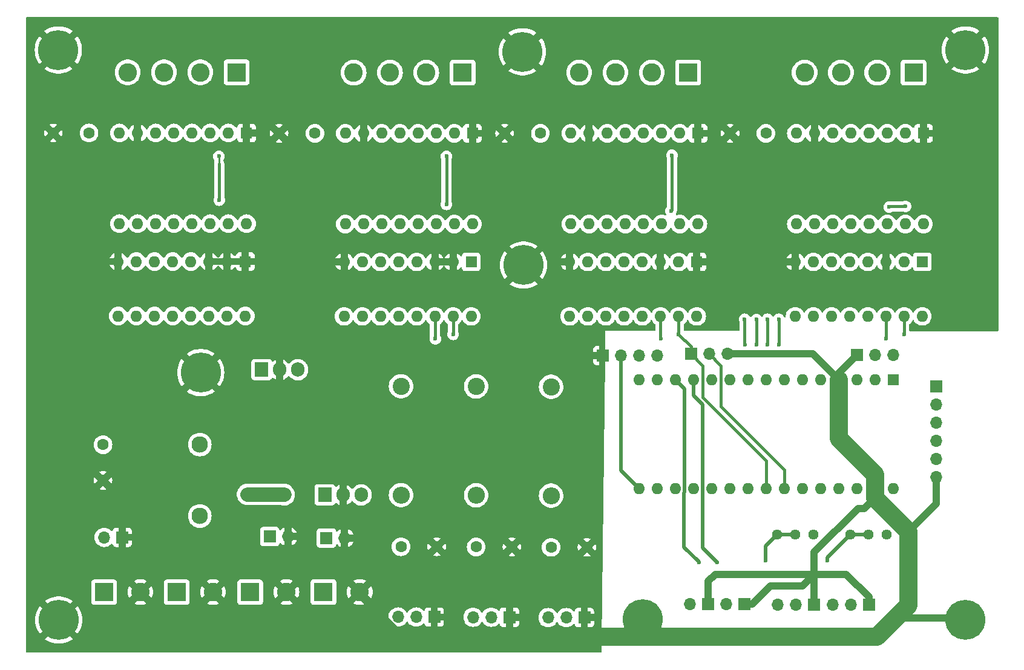
<source format=gtl>
G04 #@! TF.GenerationSoftware,KiCad,Pcbnew,8.0.8*
G04 #@! TF.CreationDate,2025-02-15T21:21:22+01:00*
G04 #@! TF.ProjectId,stepperpcb,73746570-7065-4727-9063-622e6b696361,rev?*
G04 #@! TF.SameCoordinates,Original*
G04 #@! TF.FileFunction,Copper,L1,Top*
G04 #@! TF.FilePolarity,Positive*
%FSLAX46Y46*%
G04 Gerber Fmt 4.6, Leading zero omitted, Abs format (unit mm)*
G04 Created by KiCad (PCBNEW 8.0.8) date 2025-02-15 21:21:22*
%MOMM*%
%LPD*%
G01*
G04 APERTURE LIST*
G04 #@! TA.AperFunction,ConnectorPad*
%ADD10C,5.600000*%
G04 #@! TD*
G04 #@! TA.AperFunction,ComponentPad*
%ADD11C,3.600000*%
G04 #@! TD*
G04 #@! TA.AperFunction,ComponentPad*
%ADD12R,1.700000X1.700000*%
G04 #@! TD*
G04 #@! TA.AperFunction,ComponentPad*
%ADD13O,1.700000X1.700000*%
G04 #@! TD*
G04 #@! TA.AperFunction,ComponentPad*
%ADD14C,1.440000*%
G04 #@! TD*
G04 #@! TA.AperFunction,ComponentPad*
%ADD15O,1.600000X1.600000*%
G04 #@! TD*
G04 #@! TA.AperFunction,ComponentPad*
%ADD16R,1.600000X1.600000*%
G04 #@! TD*
G04 #@! TA.AperFunction,ComponentPad*
%ADD17C,2.600000*%
G04 #@! TD*
G04 #@! TA.AperFunction,ComponentPad*
%ADD18R,2.600000X2.600000*%
G04 #@! TD*
G04 #@! TA.AperFunction,ComponentPad*
%ADD19C,1.600000*%
G04 #@! TD*
G04 #@! TA.AperFunction,ComponentPad*
%ADD20C,2.400000*%
G04 #@! TD*
G04 #@! TA.AperFunction,ComponentPad*
%ADD21O,2.400000X2.400000*%
G04 #@! TD*
G04 #@! TA.AperFunction,ComponentPad*
%ADD22O,1.905000X2.000000*%
G04 #@! TD*
G04 #@! TA.AperFunction,ComponentPad*
%ADD23R,1.905000X2.000000*%
G04 #@! TD*
G04 #@! TA.AperFunction,ComponentPad*
%ADD24C,2.300000*%
G04 #@! TD*
G04 #@! TA.AperFunction,ViaPad*
%ADD25C,0.600000*%
G04 #@! TD*
G04 #@! TA.AperFunction,ViaPad*
%ADD26C,1.500000*%
G04 #@! TD*
G04 #@! TA.AperFunction,Conductor*
%ADD27C,0.400000*%
G04 #@! TD*
G04 #@! TA.AperFunction,Conductor*
%ADD28C,0.250000*%
G04 #@! TD*
G04 #@! TA.AperFunction,Conductor*
%ADD29C,1.000000*%
G04 #@! TD*
G04 #@! TA.AperFunction,Conductor*
%ADD30C,0.500000*%
G04 #@! TD*
G04 #@! TA.AperFunction,Conductor*
%ADD31C,2.500000*%
G04 #@! TD*
G04 #@! TA.AperFunction,Conductor*
%ADD32C,2.000000*%
G04 #@! TD*
G04 APERTURE END LIST*
D10*
X146216800Y-63109200D03*
D11*
X146216800Y-63109200D03*
X146064400Y-33238800D03*
D10*
X146064400Y-33238800D03*
D11*
X101055600Y-78146000D03*
D10*
X101055600Y-78146000D03*
D11*
X162930000Y-112690000D03*
D10*
X162930000Y-112690000D03*
D12*
X172049200Y-110589400D03*
D13*
X169509200Y-110589400D03*
D12*
X203976400Y-80050200D03*
D13*
X203976400Y-82590200D03*
X203976400Y-85130200D03*
X203976400Y-87670200D03*
X203976400Y-90210200D03*
X203976400Y-92750200D03*
D12*
X177103200Y-110607200D03*
D13*
X174563200Y-110607200D03*
X181802400Y-110633400D03*
X184342400Y-110633400D03*
D12*
X186882400Y-110633400D03*
X194527600Y-110658000D03*
D13*
X191987600Y-110658000D03*
X189447600Y-110658000D03*
D12*
X169635600Y-75555200D03*
D13*
X172175600Y-75555200D03*
X174715600Y-75555200D03*
D12*
X157291200Y-75758400D03*
D13*
X159831200Y-75758400D03*
X162371200Y-75758400D03*
X164911200Y-75758400D03*
D12*
X90082800Y-101220000D03*
D13*
X87542800Y-101220000D03*
D12*
X110707600Y-101107600D03*
D13*
X113247600Y-101107600D03*
D12*
X118632400Y-101310800D03*
D13*
X121172400Y-101310800D03*
D12*
X192851200Y-75656800D03*
D13*
X195391200Y-75656800D03*
X197931200Y-75656800D03*
X149647600Y-112462000D03*
X152187600Y-112462000D03*
D12*
X154727600Y-112462000D03*
D13*
X139155600Y-112409400D03*
X141695600Y-112409400D03*
D12*
X144235600Y-112409400D03*
D13*
X128648400Y-112385800D03*
X131188400Y-112385800D03*
D12*
X133728400Y-112385800D03*
D14*
X181725800Y-100828200D03*
X184265800Y-100828200D03*
X186805800Y-100828200D03*
X191936600Y-100828200D03*
X194476600Y-100828200D03*
X197016600Y-100828200D03*
D10*
X81192800Y-112791600D03*
D11*
X81192800Y-112791600D03*
X208040400Y-32984800D03*
D10*
X208040400Y-32984800D03*
X208040400Y-112791600D03*
D11*
X208040400Y-112791600D03*
D10*
X81142000Y-32984800D03*
D11*
X81142000Y-32984800D03*
D15*
X201995200Y-70272000D03*
X199455200Y-70272000D03*
X196915200Y-70272000D03*
X194375200Y-70272000D03*
X191835200Y-70272000D03*
X189295200Y-70272000D03*
X186755200Y-70272000D03*
X184215200Y-70272000D03*
X184215200Y-62652000D03*
X186755200Y-62652000D03*
X189295200Y-62652000D03*
X191835200Y-62652000D03*
X194375200Y-62652000D03*
X196915200Y-62652000D03*
X199455200Y-62652000D03*
D16*
X201995200Y-62652000D03*
D17*
X185545200Y-36152000D03*
X190625200Y-36152000D03*
X195705200Y-36152000D03*
D18*
X200785200Y-36152000D03*
D15*
X202165200Y-57352000D03*
X199625200Y-57352000D03*
X197085200Y-57352000D03*
X194545200Y-57352000D03*
X192005200Y-57352000D03*
X189465200Y-57352000D03*
X186925200Y-57352000D03*
X184385200Y-57352000D03*
X184385200Y-44652000D03*
X186925200Y-44652000D03*
X189465200Y-44652000D03*
X192005200Y-44652000D03*
X194545200Y-44652000D03*
X197085200Y-44652000D03*
X199625200Y-44652000D03*
D16*
X202165200Y-44652000D03*
D19*
X175125200Y-44652000D03*
X180125200Y-44652000D03*
D15*
X170448400Y-70272000D03*
X167908400Y-70272000D03*
X165368400Y-70272000D03*
X162828400Y-70272000D03*
X160288400Y-70272000D03*
X157748400Y-70272000D03*
X155208400Y-70272000D03*
X152668400Y-70272000D03*
X152668400Y-62652000D03*
X155208400Y-62652000D03*
X157748400Y-62652000D03*
X160288400Y-62652000D03*
X162828400Y-62652000D03*
X165368400Y-62652000D03*
X167908400Y-62652000D03*
D16*
X170448400Y-62652000D03*
D17*
X153998400Y-36152000D03*
X159078400Y-36152000D03*
X164158400Y-36152000D03*
D18*
X169238400Y-36152000D03*
D15*
X170618400Y-57352000D03*
X168078400Y-57352000D03*
X165538400Y-57352000D03*
X162998400Y-57352000D03*
X160458400Y-57352000D03*
X157918400Y-57352000D03*
X155378400Y-57352000D03*
X152838400Y-57352000D03*
X152838400Y-44652000D03*
X155378400Y-44652000D03*
X157918400Y-44652000D03*
X160458400Y-44652000D03*
X162998400Y-44652000D03*
X165538400Y-44652000D03*
X168078400Y-44652000D03*
D16*
X170618400Y-44652000D03*
D19*
X143578400Y-44652000D03*
X148578400Y-44652000D03*
D15*
X138901600Y-70272000D03*
X136361600Y-70272000D03*
X133821600Y-70272000D03*
X131281600Y-70272000D03*
X128741600Y-70272000D03*
X126201600Y-70272000D03*
X123661600Y-70272000D03*
X121121600Y-70272000D03*
X121121600Y-62652000D03*
X123661600Y-62652000D03*
X126201600Y-62652000D03*
X128741600Y-62652000D03*
X131281600Y-62652000D03*
X133821600Y-62652000D03*
X136361600Y-62652000D03*
D16*
X138901600Y-62652000D03*
D17*
X122451600Y-36152000D03*
X127531600Y-36152000D03*
X132611600Y-36152000D03*
D18*
X137691600Y-36152000D03*
D15*
X139071600Y-57352000D03*
X136531600Y-57352000D03*
X133991600Y-57352000D03*
X131451600Y-57352000D03*
X128911600Y-57352000D03*
X126371600Y-57352000D03*
X123831600Y-57352000D03*
X121291600Y-57352000D03*
X121291600Y-44652000D03*
X123831600Y-44652000D03*
X126371600Y-44652000D03*
X128911600Y-44652000D03*
X131451600Y-44652000D03*
X133991600Y-44652000D03*
X136531600Y-44652000D03*
D16*
X139071600Y-44652000D03*
D19*
X112031600Y-44652000D03*
X117031600Y-44652000D03*
X155077600Y-102617000D03*
X150077600Y-102617000D03*
D20*
X150077600Y-80138000D03*
D21*
X150077600Y-95378000D03*
D19*
X144585600Y-102564400D03*
X139585600Y-102564400D03*
D21*
X139585600Y-95325400D03*
D20*
X139585600Y-80085400D03*
D18*
X97702800Y-108890800D03*
D17*
X102782800Y-108890800D03*
D18*
X107964400Y-108890800D03*
D17*
X113044400Y-108890800D03*
D15*
X107467200Y-57307200D03*
X104927200Y-57307200D03*
X102387200Y-57307200D03*
X99847200Y-57307200D03*
X97307200Y-57307200D03*
X94767200Y-57307200D03*
X92227200Y-57307200D03*
X89687200Y-57307200D03*
X89687200Y-44607200D03*
X92227200Y-44607200D03*
X94767200Y-44607200D03*
X97307200Y-44607200D03*
X99847200Y-44607200D03*
X102387200Y-44607200D03*
X104927200Y-44607200D03*
D16*
X107467200Y-44607200D03*
D18*
X87542800Y-108890800D03*
D17*
X92622800Y-108890800D03*
D22*
X114645400Y-77739600D03*
X112105400Y-77739600D03*
D23*
X109565400Y-77739600D03*
D19*
X87390400Y-88244400D03*
X87390400Y-93244400D03*
D22*
X123509200Y-95265600D03*
X120969200Y-95265600D03*
D23*
X118429200Y-95265600D03*
D17*
X90847200Y-36107200D03*
X95927200Y-36107200D03*
X101007200Y-36107200D03*
D18*
X106087200Y-36107200D03*
D15*
X107297200Y-70227200D03*
X104757200Y-70227200D03*
X102217200Y-70227200D03*
X99677200Y-70227200D03*
X97137200Y-70227200D03*
X94597200Y-70227200D03*
X92057200Y-70227200D03*
X89517200Y-70227200D03*
X89517200Y-62607200D03*
X92057200Y-62607200D03*
X94597200Y-62607200D03*
X97137200Y-62607200D03*
X99677200Y-62607200D03*
X102217200Y-62607200D03*
X104757200Y-62607200D03*
D16*
X107297200Y-62607200D03*
D19*
X134078400Y-102540800D03*
X129078400Y-102540800D03*
D16*
X197931200Y-79162000D03*
D15*
X195391200Y-79162000D03*
X192851200Y-79162000D03*
X190311200Y-79162000D03*
X187771200Y-79162000D03*
X185231200Y-79162000D03*
X182691200Y-79162000D03*
X180151200Y-79162000D03*
X177611200Y-79162000D03*
X175071200Y-79162000D03*
X172531200Y-79162000D03*
X169991200Y-79162000D03*
X167451200Y-79162000D03*
X164911200Y-79162000D03*
X162371200Y-79162000D03*
X162371200Y-94402000D03*
X164911200Y-94402000D03*
X167451200Y-94402000D03*
X169991200Y-94402000D03*
X172531200Y-94402000D03*
X175071200Y-94402000D03*
X177611200Y-94402000D03*
X180151200Y-94402000D03*
X182691200Y-94402000D03*
X185231200Y-94402000D03*
X187771200Y-94402000D03*
X190311200Y-94402000D03*
X192851200Y-94402000D03*
X195391200Y-94402000D03*
X197931200Y-94402000D03*
D19*
X80427200Y-44607200D03*
X85427200Y-44607200D03*
D21*
X129078400Y-95301800D03*
D20*
X129078400Y-80061800D03*
D18*
X118226000Y-108880000D03*
D17*
X123306000Y-108880000D03*
D24*
X100932200Y-88230200D03*
X100932200Y-98230200D03*
D25*
X200572800Y-65242800D03*
X200572800Y-64633200D03*
X110910800Y-80533600D03*
X113298400Y-74996400D03*
X124118800Y-88763200D03*
X122899600Y-88763200D03*
X123509200Y-88763200D03*
X117870400Y-88763200D03*
X119089600Y-88763200D03*
X118480000Y-88763200D03*
D26*
X107608800Y-95214800D03*
X112739600Y-95265600D03*
D25*
X188736200Y-104485800D03*
X180100200Y-104485800D03*
X173293000Y-104716400D03*
X170753000Y-104689000D03*
X199658400Y-54879600D03*
X197372400Y-54981200D03*
X177154000Y-70678400D03*
X178779600Y-70729200D03*
X180354400Y-70678400D03*
X181929200Y-70678400D03*
X177230200Y-74259800D03*
X178805000Y-74259800D03*
X180354400Y-74234400D03*
X181929200Y-74285200D03*
X133872400Y-73437000D03*
X165419200Y-73437000D03*
X196915200Y-73437000D03*
X167908400Y-72812000D03*
X136361600Y-72812000D03*
X199455200Y-72812000D03*
X135431600Y-47869200D03*
X135431600Y-54614400D03*
X103595600Y-47869200D03*
X103646400Y-54016000D03*
X166841600Y-55540000D03*
X166978400Y-47716800D03*
D27*
X166978400Y-55403200D02*
X166978400Y-47716800D01*
X166841600Y-55540000D02*
X166978400Y-55403200D01*
X135431600Y-54614400D02*
X135431600Y-47869200D01*
X103646400Y-48936000D02*
X103646400Y-54016000D01*
D28*
X103595600Y-48885200D02*
X103646400Y-48936000D01*
X103595600Y-47869200D02*
X103595600Y-48885200D01*
D29*
X191377400Y-106390800D02*
X186882400Y-106390800D01*
X194527600Y-109541000D02*
X191377400Y-106390800D01*
X194527600Y-110658000D02*
X194527600Y-109541000D01*
X185256800Y-108016400D02*
X186882400Y-106390800D01*
X178178200Y-110607200D02*
X180769000Y-108016400D01*
X180769000Y-108016400D02*
X185256800Y-108016400D01*
X177103200Y-110607200D02*
X178178200Y-110607200D01*
X173039200Y-106390800D02*
X186882400Y-106390800D01*
X172049200Y-107380800D02*
X173039200Y-106390800D01*
X172049200Y-110589400D02*
X172049200Y-107380800D01*
D27*
X180151200Y-90490400D02*
X180151200Y-94402000D01*
X171312000Y-81651200D02*
X180151200Y-90490400D01*
X171312000Y-77231600D02*
X171312000Y-81651200D01*
X169635600Y-75555200D02*
X171312000Y-77231600D01*
D30*
X169991200Y-81346400D02*
X169991200Y-79162000D01*
X171281200Y-82636400D02*
X169991200Y-81346400D01*
X171281200Y-102702400D02*
X171281200Y-82636400D01*
X173293000Y-104716400D02*
X173293000Y-104714200D01*
X173293000Y-104714200D02*
X171281200Y-102702400D01*
D27*
X182691200Y-91760400D02*
X182691200Y-94402000D01*
X173801200Y-77180800D02*
X173801200Y-82870400D01*
X173801200Y-82870400D02*
X182691200Y-91760400D01*
X172175600Y-75555200D02*
X173801200Y-77180800D01*
D29*
X186882400Y-110633400D02*
X186882400Y-106390800D01*
X186882400Y-106390800D02*
X186882400Y-103317200D01*
X186882400Y-103317200D02*
X193003600Y-97196000D01*
X193003600Y-97196000D02*
X193918000Y-97196000D01*
X193918000Y-97196000D02*
X195391200Y-95722800D01*
D30*
X168701200Y-80412000D02*
X167451200Y-79162000D01*
X168670400Y-94950567D02*
X168701200Y-94919767D01*
X168670400Y-102580800D02*
X168670400Y-94950567D01*
X170753000Y-104663400D02*
X168670400Y-102580800D01*
X170753000Y-104689000D02*
X170753000Y-104663400D01*
X168701200Y-94919767D02*
X168701200Y-80412000D01*
D29*
X203976400Y-92750200D02*
X203976400Y-96484800D01*
X203976400Y-96484800D02*
X200064800Y-100396400D01*
D31*
X200064800Y-100396400D02*
X195391200Y-95722800D01*
X200064800Y-110759600D02*
X200064800Y-100396400D01*
X195391200Y-95722800D02*
X195391200Y-94402000D01*
X198436600Y-112387800D02*
X200064800Y-110759600D01*
X187060000Y-115179200D02*
X195645200Y-115179200D01*
X178322400Y-115179200D02*
X187060000Y-115179200D01*
X172124800Y-115179200D02*
X178322400Y-115179200D01*
X129249768Y-115179200D02*
X172124800Y-115179200D01*
X195391200Y-92420800D02*
X195391200Y-94402000D01*
X190311200Y-87340800D02*
X195391200Y-92420800D01*
X190311200Y-79162000D02*
X190311200Y-87340800D01*
D29*
X190311200Y-78196800D02*
X192851200Y-75656800D01*
X190311200Y-79162000D02*
X190311200Y-78196800D01*
X186704400Y-75555200D02*
X190311200Y-79162000D01*
X174715600Y-75555200D02*
X186704400Y-75555200D01*
D32*
X107608800Y-95214800D02*
X112434800Y-95214800D01*
X112688800Y-95214800D02*
X112739600Y-95265600D01*
D29*
X123306000Y-109235432D02*
X129249768Y-115179200D01*
X123306000Y-108880000D02*
X123306000Y-109235432D01*
D31*
X195645200Y-115179200D02*
X198436600Y-112387800D01*
D27*
X169635600Y-74539200D02*
X169635600Y-75555200D01*
X167908400Y-72812000D02*
X169635600Y-74539200D01*
D29*
X198535600Y-112486800D02*
X207888000Y-112486800D01*
X198436600Y-112387800D02*
X198535600Y-112486800D01*
D30*
X159831200Y-91862000D02*
X159831200Y-75758400D01*
X162371200Y-94402000D02*
X159831200Y-91862000D01*
X191936600Y-100828200D02*
X194476600Y-100828200D01*
X188736200Y-104028600D02*
X191936600Y-100828200D01*
X188736200Y-104485800D02*
X188736200Y-104028600D01*
X181725800Y-100828200D02*
X184265800Y-100828200D01*
X180100200Y-102453800D02*
X181725800Y-100828200D01*
X180100200Y-104485800D02*
X180100200Y-102453800D01*
D27*
X197474000Y-54879600D02*
X197372400Y-54981200D01*
X199658400Y-54879600D02*
X197474000Y-54879600D01*
X177154000Y-74183600D02*
X177154000Y-70678400D01*
D28*
X177230200Y-74259800D02*
X177154000Y-74183600D01*
D27*
X178779600Y-74234400D02*
X178779600Y-70729200D01*
D28*
X178805000Y-74259800D02*
X178779600Y-74234400D01*
D27*
X180354400Y-74234400D02*
X180354400Y-70678400D01*
X181929200Y-74285200D02*
X181929200Y-70678400D01*
X165368400Y-73386200D02*
X165368400Y-70272000D01*
X165419200Y-73437000D02*
X165368400Y-73386200D01*
X133821600Y-73386200D02*
X133821600Y-70272000D01*
D28*
X133872400Y-73437000D02*
X133821600Y-73386200D01*
D27*
X196915200Y-73437000D02*
X196915200Y-70272000D01*
X136361600Y-70272000D02*
X136361600Y-72812000D01*
X167908400Y-70272000D02*
X167908400Y-72812000D01*
X199455200Y-70272000D02*
X199455200Y-72812000D01*
G04 #@! TA.AperFunction,Conductor*
G36*
X212589339Y-28417285D02*
G01*
X212635094Y-28470089D01*
X212646300Y-28521600D01*
X212646300Y-72230159D01*
X212626615Y-72297198D01*
X212573811Y-72342953D01*
X212522187Y-72354159D01*
X200279587Y-72342969D01*
X200212565Y-72323223D01*
X200166859Y-72270377D01*
X200155700Y-72218969D01*
X200155700Y-71433672D01*
X200175385Y-71366633D01*
X200208575Y-71332098D01*
X200294339Y-71272047D01*
X200455247Y-71111139D01*
X200585768Y-70924734D01*
X200612818Y-70866724D01*
X200658990Y-70814285D01*
X200726183Y-70795133D01*
X200793065Y-70815348D01*
X200837581Y-70866724D01*
X200843740Y-70879932D01*
X200864629Y-70924728D01*
X200864632Y-70924734D01*
X200995154Y-71111141D01*
X201156058Y-71272045D01*
X201156061Y-71272047D01*
X201342466Y-71402568D01*
X201548704Y-71498739D01*
X201768508Y-71557635D01*
X201930430Y-71571801D01*
X201995198Y-71577468D01*
X201995200Y-71577468D01*
X201995202Y-71577468D01*
X202051873Y-71572509D01*
X202221892Y-71557635D01*
X202441696Y-71498739D01*
X202647934Y-71402568D01*
X202834339Y-71272047D01*
X202995247Y-71111139D01*
X203125768Y-70924734D01*
X203221939Y-70718496D01*
X203280835Y-70498692D01*
X203300668Y-70272000D01*
X203296725Y-70226937D01*
X203285566Y-70099384D01*
X203280835Y-70045308D01*
X203221939Y-69825504D01*
X203125768Y-69619266D01*
X202995247Y-69432861D01*
X202995245Y-69432858D01*
X202834341Y-69271954D01*
X202647934Y-69141432D01*
X202647932Y-69141431D01*
X202441697Y-69045261D01*
X202441688Y-69045258D01*
X202221897Y-68986366D01*
X202221893Y-68986365D01*
X202221892Y-68986365D01*
X202221891Y-68986364D01*
X202221886Y-68986364D01*
X201995202Y-68966532D01*
X201995198Y-68966532D01*
X201768513Y-68986364D01*
X201768502Y-68986366D01*
X201548711Y-69045258D01*
X201548702Y-69045261D01*
X201342467Y-69141431D01*
X201342465Y-69141432D01*
X201156058Y-69271954D01*
X200995154Y-69432858D01*
X200864632Y-69619265D01*
X200864631Y-69619267D01*
X200837582Y-69677275D01*
X200791409Y-69729714D01*
X200724216Y-69748866D01*
X200657335Y-69728650D01*
X200612818Y-69677275D01*
X200585768Y-69619267D01*
X200585767Y-69619265D01*
X200554399Y-69574467D01*
X200455247Y-69432861D01*
X200455245Y-69432858D01*
X200294341Y-69271954D01*
X200107934Y-69141432D01*
X200107932Y-69141431D01*
X199901697Y-69045261D01*
X199901688Y-69045258D01*
X199681897Y-68986366D01*
X199681893Y-68986365D01*
X199681892Y-68986365D01*
X199681891Y-68986364D01*
X199681886Y-68986364D01*
X199455202Y-68966532D01*
X199455198Y-68966532D01*
X199228513Y-68986364D01*
X199228502Y-68986366D01*
X199008711Y-69045258D01*
X199008702Y-69045261D01*
X198802467Y-69141431D01*
X198802465Y-69141432D01*
X198616058Y-69271954D01*
X198455154Y-69432858D01*
X198324632Y-69619265D01*
X198324631Y-69619267D01*
X198297582Y-69677275D01*
X198251409Y-69729714D01*
X198184216Y-69748866D01*
X198117335Y-69728650D01*
X198072818Y-69677275D01*
X198045768Y-69619267D01*
X198045767Y-69619265D01*
X198014399Y-69574467D01*
X197915247Y-69432861D01*
X197915245Y-69432858D01*
X197754341Y-69271954D01*
X197567934Y-69141432D01*
X197567932Y-69141431D01*
X197361697Y-69045261D01*
X197361688Y-69045258D01*
X197141897Y-68986366D01*
X197141893Y-68986365D01*
X197141892Y-68986365D01*
X197141891Y-68986364D01*
X197141886Y-68986364D01*
X196915202Y-68966532D01*
X196915198Y-68966532D01*
X196688513Y-68986364D01*
X196688502Y-68986366D01*
X196468711Y-69045258D01*
X196468702Y-69045261D01*
X196262467Y-69141431D01*
X196262465Y-69141432D01*
X196076058Y-69271954D01*
X195915154Y-69432858D01*
X195784632Y-69619265D01*
X195784631Y-69619267D01*
X195757582Y-69677275D01*
X195711409Y-69729714D01*
X195644216Y-69748866D01*
X195577335Y-69728650D01*
X195532818Y-69677275D01*
X195505768Y-69619267D01*
X195505767Y-69619265D01*
X195474399Y-69574467D01*
X195375247Y-69432861D01*
X195375245Y-69432858D01*
X195214341Y-69271954D01*
X195027934Y-69141432D01*
X195027932Y-69141431D01*
X194821697Y-69045261D01*
X194821688Y-69045258D01*
X194601897Y-68986366D01*
X194601893Y-68986365D01*
X194601892Y-68986365D01*
X194601891Y-68986364D01*
X194601886Y-68986364D01*
X194375202Y-68966532D01*
X194375198Y-68966532D01*
X194148513Y-68986364D01*
X194148502Y-68986366D01*
X193928711Y-69045258D01*
X193928702Y-69045261D01*
X193722467Y-69141431D01*
X193722465Y-69141432D01*
X193536058Y-69271954D01*
X193375154Y-69432858D01*
X193244632Y-69619265D01*
X193244631Y-69619267D01*
X193217582Y-69677275D01*
X193171409Y-69729714D01*
X193104216Y-69748866D01*
X193037335Y-69728650D01*
X192992818Y-69677275D01*
X192965768Y-69619267D01*
X192965767Y-69619265D01*
X192934399Y-69574467D01*
X192835247Y-69432861D01*
X192835245Y-69432858D01*
X192674341Y-69271954D01*
X192487934Y-69141432D01*
X192487932Y-69141431D01*
X192281697Y-69045261D01*
X192281688Y-69045258D01*
X192061897Y-68986366D01*
X192061893Y-68986365D01*
X192061892Y-68986365D01*
X192061891Y-68986364D01*
X192061886Y-68986364D01*
X191835202Y-68966532D01*
X191835198Y-68966532D01*
X191608513Y-68986364D01*
X191608502Y-68986366D01*
X191388711Y-69045258D01*
X191388702Y-69045261D01*
X191182467Y-69141431D01*
X191182465Y-69141432D01*
X190996058Y-69271954D01*
X190835154Y-69432858D01*
X190704632Y-69619265D01*
X190704631Y-69619267D01*
X190677582Y-69677275D01*
X190631409Y-69729714D01*
X190564216Y-69748866D01*
X190497335Y-69728650D01*
X190452818Y-69677275D01*
X190425768Y-69619267D01*
X190425767Y-69619265D01*
X190394399Y-69574467D01*
X190295247Y-69432861D01*
X190295245Y-69432858D01*
X190134341Y-69271954D01*
X189947934Y-69141432D01*
X189947932Y-69141431D01*
X189741697Y-69045261D01*
X189741688Y-69045258D01*
X189521897Y-68986366D01*
X189521893Y-68986365D01*
X189521892Y-68986365D01*
X189521891Y-68986364D01*
X189521886Y-68986364D01*
X189295202Y-68966532D01*
X189295198Y-68966532D01*
X189068513Y-68986364D01*
X189068502Y-68986366D01*
X188848711Y-69045258D01*
X188848702Y-69045261D01*
X188642467Y-69141431D01*
X188642465Y-69141432D01*
X188456058Y-69271954D01*
X188295154Y-69432858D01*
X188164632Y-69619265D01*
X188164631Y-69619267D01*
X188137582Y-69677275D01*
X188091409Y-69729714D01*
X188024216Y-69748866D01*
X187957335Y-69728650D01*
X187912818Y-69677275D01*
X187885768Y-69619267D01*
X187885767Y-69619265D01*
X187854399Y-69574467D01*
X187755247Y-69432861D01*
X187755245Y-69432858D01*
X187594341Y-69271954D01*
X187407934Y-69141432D01*
X187407932Y-69141431D01*
X187201697Y-69045261D01*
X187201688Y-69045258D01*
X186981897Y-68986366D01*
X186981893Y-68986365D01*
X186981892Y-68986365D01*
X186981891Y-68986364D01*
X186981886Y-68986364D01*
X186755202Y-68966532D01*
X186755198Y-68966532D01*
X186528513Y-68986364D01*
X186528502Y-68986366D01*
X186308711Y-69045258D01*
X186308702Y-69045261D01*
X186102467Y-69141431D01*
X186102465Y-69141432D01*
X185916058Y-69271954D01*
X185755154Y-69432858D01*
X185624632Y-69619265D01*
X185624631Y-69619267D01*
X185597582Y-69677275D01*
X185551409Y-69729714D01*
X185484216Y-69748866D01*
X185417335Y-69728650D01*
X185372818Y-69677275D01*
X185345768Y-69619267D01*
X185345767Y-69619265D01*
X185314399Y-69574467D01*
X185215247Y-69432861D01*
X185215245Y-69432858D01*
X185054341Y-69271954D01*
X184867934Y-69141432D01*
X184867932Y-69141431D01*
X184661697Y-69045261D01*
X184661688Y-69045258D01*
X184441897Y-68986366D01*
X184441893Y-68986365D01*
X184441892Y-68986365D01*
X184441891Y-68986364D01*
X184441886Y-68986364D01*
X184215202Y-68966532D01*
X184215198Y-68966532D01*
X183988513Y-68986364D01*
X183988502Y-68986366D01*
X183768711Y-69045258D01*
X183768702Y-69045261D01*
X183562467Y-69141431D01*
X183562465Y-69141432D01*
X183376058Y-69271954D01*
X183215154Y-69432858D01*
X183084632Y-69619265D01*
X183084631Y-69619267D01*
X182988461Y-69825502D01*
X182988458Y-69825511D01*
X182929566Y-70045302D01*
X182929564Y-70045313D01*
X182909732Y-70271998D01*
X182909732Y-70272003D01*
X182915053Y-70332829D01*
X182901286Y-70401329D01*
X182852670Y-70451511D01*
X182784641Y-70467444D01*
X182718798Y-70444068D01*
X182676045Y-70388805D01*
X182674483Y-70384589D01*
X182663856Y-70354220D01*
X182654989Y-70328878D01*
X182559016Y-70176138D01*
X182431462Y-70048584D01*
X182354950Y-70000508D01*
X182278723Y-69952611D01*
X182108454Y-69893031D01*
X182108449Y-69893030D01*
X181929204Y-69872835D01*
X181929196Y-69872835D01*
X181749950Y-69893030D01*
X181749945Y-69893031D01*
X181579676Y-69952611D01*
X181426937Y-70048584D01*
X181299384Y-70176137D01*
X181299379Y-70176143D01*
X181246793Y-70259834D01*
X181194459Y-70306125D01*
X181125405Y-70316773D01*
X181061557Y-70288398D01*
X181036807Y-70259834D01*
X180984220Y-70176143D01*
X180984215Y-70176137D01*
X180856662Y-70048584D01*
X180703923Y-69952611D01*
X180533654Y-69893031D01*
X180533649Y-69893030D01*
X180354404Y-69872835D01*
X180354396Y-69872835D01*
X180175150Y-69893030D01*
X180175145Y-69893031D01*
X180004876Y-69952611D01*
X179852137Y-70048584D01*
X179724584Y-70176137D01*
X179724579Y-70176143D01*
X179656033Y-70285234D01*
X179603699Y-70331525D01*
X179534645Y-70342173D01*
X179470797Y-70313798D01*
X179446047Y-70285235D01*
X179409417Y-70226939D01*
X179281862Y-70099384D01*
X179129123Y-70003411D01*
X178958854Y-69943831D01*
X178958849Y-69943830D01*
X178779604Y-69923635D01*
X178779596Y-69923635D01*
X178600350Y-69943830D01*
X178600345Y-69943831D01*
X178430076Y-70003411D01*
X178277337Y-70099384D01*
X178149784Y-70226937D01*
X178149782Y-70226940D01*
X178087752Y-70325658D01*
X178035417Y-70371949D01*
X177966363Y-70382596D01*
X177902515Y-70354220D01*
X177877765Y-70325657D01*
X177872183Y-70316773D01*
X177783816Y-70176138D01*
X177656262Y-70048584D01*
X177579750Y-70000508D01*
X177503523Y-69952611D01*
X177333254Y-69893031D01*
X177333249Y-69893030D01*
X177154004Y-69872835D01*
X177153996Y-69872835D01*
X176974750Y-69893030D01*
X176974745Y-69893031D01*
X176804476Y-69952611D01*
X176651737Y-70048584D01*
X176524184Y-70176137D01*
X176428211Y-70328876D01*
X176368631Y-70499145D01*
X176368630Y-70499150D01*
X176348435Y-70678396D01*
X176348435Y-70678403D01*
X176368630Y-70857649D01*
X176368631Y-70857654D01*
X176428212Y-71027925D01*
X176434492Y-71037919D01*
X176453500Y-71103893D01*
X176453500Y-72197076D01*
X176433815Y-72264115D01*
X176381011Y-72309870D01*
X176329387Y-72321076D01*
X168732787Y-72314133D01*
X168665765Y-72294387D01*
X168620059Y-72241541D01*
X168608900Y-72190133D01*
X168608900Y-71433672D01*
X168628585Y-71366633D01*
X168661775Y-71332098D01*
X168747539Y-71272047D01*
X168908447Y-71111139D01*
X169038968Y-70924734D01*
X169066018Y-70866724D01*
X169112190Y-70814285D01*
X169179383Y-70795133D01*
X169246265Y-70815348D01*
X169290781Y-70866724D01*
X169296940Y-70879932D01*
X169317829Y-70924728D01*
X169317832Y-70924734D01*
X169448354Y-71111141D01*
X169609258Y-71272045D01*
X169609261Y-71272047D01*
X169795666Y-71402568D01*
X170001904Y-71498739D01*
X170221708Y-71557635D01*
X170383630Y-71571801D01*
X170448398Y-71577468D01*
X170448400Y-71577468D01*
X170448402Y-71577468D01*
X170505073Y-71572509D01*
X170675092Y-71557635D01*
X170894896Y-71498739D01*
X171101134Y-71402568D01*
X171287539Y-71272047D01*
X171448447Y-71111139D01*
X171578968Y-70924734D01*
X171675139Y-70718496D01*
X171734035Y-70498692D01*
X171753868Y-70272000D01*
X171749925Y-70226937D01*
X171738766Y-70099384D01*
X171734035Y-70045308D01*
X171675139Y-69825504D01*
X171578968Y-69619266D01*
X171448447Y-69432861D01*
X171448445Y-69432858D01*
X171287541Y-69271954D01*
X171101134Y-69141432D01*
X171101132Y-69141431D01*
X170894897Y-69045261D01*
X170894888Y-69045258D01*
X170675097Y-68986366D01*
X170675093Y-68986365D01*
X170675092Y-68986365D01*
X170675091Y-68986364D01*
X170675086Y-68986364D01*
X170448402Y-68966532D01*
X170448398Y-68966532D01*
X170221713Y-68986364D01*
X170221702Y-68986366D01*
X170001911Y-69045258D01*
X170001902Y-69045261D01*
X169795667Y-69141431D01*
X169795665Y-69141432D01*
X169609258Y-69271954D01*
X169448354Y-69432858D01*
X169317832Y-69619265D01*
X169317831Y-69619267D01*
X169290782Y-69677275D01*
X169244609Y-69729714D01*
X169177416Y-69748866D01*
X169110535Y-69728650D01*
X169066018Y-69677275D01*
X169038968Y-69619267D01*
X169038967Y-69619265D01*
X169007599Y-69574467D01*
X168908447Y-69432861D01*
X168908445Y-69432858D01*
X168747541Y-69271954D01*
X168561134Y-69141432D01*
X168561132Y-69141431D01*
X168354897Y-69045261D01*
X168354888Y-69045258D01*
X168135097Y-68986366D01*
X168135093Y-68986365D01*
X168135092Y-68986365D01*
X168135091Y-68986364D01*
X168135086Y-68986364D01*
X167908402Y-68966532D01*
X167908398Y-68966532D01*
X167681713Y-68986364D01*
X167681702Y-68986366D01*
X167461911Y-69045258D01*
X167461902Y-69045261D01*
X167255667Y-69141431D01*
X167255665Y-69141432D01*
X167069258Y-69271954D01*
X166908354Y-69432858D01*
X166777832Y-69619265D01*
X166777831Y-69619267D01*
X166750782Y-69677275D01*
X166704609Y-69729714D01*
X166637416Y-69748866D01*
X166570535Y-69728650D01*
X166526018Y-69677275D01*
X166498968Y-69619267D01*
X166498967Y-69619265D01*
X166467599Y-69574467D01*
X166368447Y-69432861D01*
X166368445Y-69432858D01*
X166207541Y-69271954D01*
X166021134Y-69141432D01*
X166021132Y-69141431D01*
X165814897Y-69045261D01*
X165814888Y-69045258D01*
X165595097Y-68986366D01*
X165595093Y-68986365D01*
X165595092Y-68986365D01*
X165595091Y-68986364D01*
X165595086Y-68986364D01*
X165368402Y-68966532D01*
X165368398Y-68966532D01*
X165141713Y-68986364D01*
X165141702Y-68986366D01*
X164921911Y-69045258D01*
X164921902Y-69045261D01*
X164715667Y-69141431D01*
X164715665Y-69141432D01*
X164529258Y-69271954D01*
X164368354Y-69432858D01*
X164237832Y-69619265D01*
X164237831Y-69619267D01*
X164210782Y-69677275D01*
X164164609Y-69729714D01*
X164097416Y-69748866D01*
X164030535Y-69728650D01*
X163986018Y-69677275D01*
X163958968Y-69619267D01*
X163958967Y-69619265D01*
X163927599Y-69574467D01*
X163828447Y-69432861D01*
X163828445Y-69432858D01*
X163667541Y-69271954D01*
X163481134Y-69141432D01*
X163481132Y-69141431D01*
X163274897Y-69045261D01*
X163274888Y-69045258D01*
X163055097Y-68986366D01*
X163055093Y-68986365D01*
X163055092Y-68986365D01*
X163055091Y-68986364D01*
X163055086Y-68986364D01*
X162828402Y-68966532D01*
X162828398Y-68966532D01*
X162601713Y-68986364D01*
X162601702Y-68986366D01*
X162381911Y-69045258D01*
X162381902Y-69045261D01*
X162175667Y-69141431D01*
X162175665Y-69141432D01*
X161989258Y-69271954D01*
X161828354Y-69432858D01*
X161697832Y-69619265D01*
X161697831Y-69619267D01*
X161670782Y-69677275D01*
X161624609Y-69729714D01*
X161557416Y-69748866D01*
X161490535Y-69728650D01*
X161446018Y-69677275D01*
X161418968Y-69619267D01*
X161418967Y-69619265D01*
X161387599Y-69574467D01*
X161288447Y-69432861D01*
X161288445Y-69432858D01*
X161127541Y-69271954D01*
X160941134Y-69141432D01*
X160941132Y-69141431D01*
X160734897Y-69045261D01*
X160734888Y-69045258D01*
X160515097Y-68986366D01*
X160515093Y-68986365D01*
X160515092Y-68986365D01*
X160515091Y-68986364D01*
X160515086Y-68986364D01*
X160288402Y-68966532D01*
X160288398Y-68966532D01*
X160061713Y-68986364D01*
X160061702Y-68986366D01*
X159841911Y-69045258D01*
X159841902Y-69045261D01*
X159635667Y-69141431D01*
X159635665Y-69141432D01*
X159449258Y-69271954D01*
X159288354Y-69432858D01*
X159157832Y-69619265D01*
X159157831Y-69619267D01*
X159130782Y-69677275D01*
X159084609Y-69729714D01*
X159017416Y-69748866D01*
X158950535Y-69728650D01*
X158906018Y-69677275D01*
X158878968Y-69619267D01*
X158878967Y-69619265D01*
X158847599Y-69574467D01*
X158748447Y-69432861D01*
X158748445Y-69432858D01*
X158587541Y-69271954D01*
X158401134Y-69141432D01*
X158401132Y-69141431D01*
X158194897Y-69045261D01*
X158194888Y-69045258D01*
X157975097Y-68986366D01*
X157975093Y-68986365D01*
X157975092Y-68986365D01*
X157975091Y-68986364D01*
X157975086Y-68986364D01*
X157748402Y-68966532D01*
X157748398Y-68966532D01*
X157521713Y-68986364D01*
X157521702Y-68986366D01*
X157301911Y-69045258D01*
X157301902Y-69045261D01*
X157095667Y-69141431D01*
X157095665Y-69141432D01*
X156909258Y-69271954D01*
X156748354Y-69432858D01*
X156617832Y-69619265D01*
X156617831Y-69619267D01*
X156590782Y-69677275D01*
X156544609Y-69729714D01*
X156477416Y-69748866D01*
X156410535Y-69728650D01*
X156366018Y-69677275D01*
X156338968Y-69619267D01*
X156338967Y-69619265D01*
X156307599Y-69574467D01*
X156208447Y-69432861D01*
X156208445Y-69432858D01*
X156047541Y-69271954D01*
X155861134Y-69141432D01*
X155861132Y-69141431D01*
X155654897Y-69045261D01*
X155654888Y-69045258D01*
X155435097Y-68986366D01*
X155435093Y-68986365D01*
X155435092Y-68986365D01*
X155435091Y-68986364D01*
X155435086Y-68986364D01*
X155208402Y-68966532D01*
X155208398Y-68966532D01*
X154981713Y-68986364D01*
X154981702Y-68986366D01*
X154761911Y-69045258D01*
X154761902Y-69045261D01*
X154555667Y-69141431D01*
X154555665Y-69141432D01*
X154369258Y-69271954D01*
X154208354Y-69432858D01*
X154077832Y-69619265D01*
X154077831Y-69619267D01*
X154050782Y-69677275D01*
X154004609Y-69729714D01*
X153937416Y-69748866D01*
X153870535Y-69728650D01*
X153826018Y-69677275D01*
X153798968Y-69619267D01*
X153798967Y-69619265D01*
X153767599Y-69574467D01*
X153668447Y-69432861D01*
X153668445Y-69432858D01*
X153507541Y-69271954D01*
X153321134Y-69141432D01*
X153321132Y-69141431D01*
X153114897Y-69045261D01*
X153114888Y-69045258D01*
X152895097Y-68986366D01*
X152895093Y-68986365D01*
X152895092Y-68986365D01*
X152895091Y-68986364D01*
X152895086Y-68986364D01*
X152668402Y-68966532D01*
X152668398Y-68966532D01*
X152441713Y-68986364D01*
X152441702Y-68986366D01*
X152221911Y-69045258D01*
X152221902Y-69045261D01*
X152015667Y-69141431D01*
X152015665Y-69141432D01*
X151829258Y-69271954D01*
X151668354Y-69432858D01*
X151537832Y-69619265D01*
X151537831Y-69619267D01*
X151441661Y-69825502D01*
X151441658Y-69825511D01*
X151382766Y-70045302D01*
X151382764Y-70045313D01*
X151362932Y-70271998D01*
X151362932Y-70272001D01*
X151382764Y-70498686D01*
X151382766Y-70498697D01*
X151441658Y-70718488D01*
X151441661Y-70718497D01*
X151537831Y-70924732D01*
X151537832Y-70924734D01*
X151668354Y-71111141D01*
X151829258Y-71272045D01*
X151829261Y-71272047D01*
X152015666Y-71402568D01*
X152221904Y-71498739D01*
X152441708Y-71557635D01*
X152603630Y-71571801D01*
X152668398Y-71577468D01*
X152668400Y-71577468D01*
X152668402Y-71577468D01*
X152725073Y-71572509D01*
X152895092Y-71557635D01*
X153114896Y-71498739D01*
X153321134Y-71402568D01*
X153507539Y-71272047D01*
X153668447Y-71111139D01*
X153798968Y-70924734D01*
X153826018Y-70866724D01*
X153872190Y-70814285D01*
X153939383Y-70795133D01*
X154006265Y-70815348D01*
X154050781Y-70866724D01*
X154056940Y-70879932D01*
X154077829Y-70924728D01*
X154077832Y-70924734D01*
X154208354Y-71111141D01*
X154369258Y-71272045D01*
X154369261Y-71272047D01*
X154555666Y-71402568D01*
X154761904Y-71498739D01*
X154981708Y-71557635D01*
X155143630Y-71571801D01*
X155208398Y-71577468D01*
X155208400Y-71577468D01*
X155208402Y-71577468D01*
X155265073Y-71572509D01*
X155435092Y-71557635D01*
X155654896Y-71498739D01*
X155861134Y-71402568D01*
X156047539Y-71272047D01*
X156208447Y-71111139D01*
X156338968Y-70924734D01*
X156366018Y-70866724D01*
X156412190Y-70814285D01*
X156479383Y-70795133D01*
X156546265Y-70815348D01*
X156590781Y-70866724D01*
X156596940Y-70879932D01*
X156617829Y-70924728D01*
X156617832Y-70924734D01*
X156748354Y-71111141D01*
X156909258Y-71272045D01*
X156909261Y-71272047D01*
X157095666Y-71402568D01*
X157301904Y-71498739D01*
X157521708Y-71557635D01*
X157683630Y-71571801D01*
X157748398Y-71577468D01*
X157748400Y-71577468D01*
X157748402Y-71577468D01*
X157805073Y-71572509D01*
X157975092Y-71557635D01*
X158194896Y-71498739D01*
X158401134Y-71402568D01*
X158587539Y-71272047D01*
X158748447Y-71111139D01*
X158878968Y-70924734D01*
X158906018Y-70866724D01*
X158952190Y-70814285D01*
X159019383Y-70795133D01*
X159086265Y-70815348D01*
X159130781Y-70866724D01*
X159136940Y-70879932D01*
X159157829Y-70924728D01*
X159157832Y-70924734D01*
X159288354Y-71111141D01*
X159449258Y-71272045D01*
X159449261Y-71272047D01*
X159635666Y-71402568D01*
X159841904Y-71498739D01*
X160061708Y-71557635D01*
X160223630Y-71571801D01*
X160288398Y-71577468D01*
X160288400Y-71577468D01*
X160288402Y-71577468D01*
X160345073Y-71572509D01*
X160515092Y-71557635D01*
X160734896Y-71498739D01*
X160941134Y-71402568D01*
X161127539Y-71272047D01*
X161288447Y-71111139D01*
X161418968Y-70924734D01*
X161446018Y-70866724D01*
X161492190Y-70814285D01*
X161559383Y-70795133D01*
X161626265Y-70815348D01*
X161670781Y-70866724D01*
X161676940Y-70879932D01*
X161697829Y-70924728D01*
X161697832Y-70924734D01*
X161828354Y-71111141D01*
X161989258Y-71272045D01*
X161989261Y-71272047D01*
X162175666Y-71402568D01*
X162381904Y-71498739D01*
X162601708Y-71557635D01*
X162763630Y-71571801D01*
X162828398Y-71577468D01*
X162828400Y-71577468D01*
X162828402Y-71577468D01*
X162885073Y-71572509D01*
X163055092Y-71557635D01*
X163274896Y-71498739D01*
X163481134Y-71402568D01*
X163667539Y-71272047D01*
X163828447Y-71111139D01*
X163958968Y-70924734D01*
X163986018Y-70866724D01*
X164032190Y-70814285D01*
X164099383Y-70795133D01*
X164166265Y-70815348D01*
X164210781Y-70866724D01*
X164216940Y-70879932D01*
X164237829Y-70924728D01*
X164237832Y-70924734D01*
X164368354Y-71111141D01*
X164529257Y-71272044D01*
X164529260Y-71272046D01*
X164529261Y-71272047D01*
X164615023Y-71332097D01*
X164658648Y-71386673D01*
X164667900Y-71433672D01*
X164667900Y-72186303D01*
X164648215Y-72253342D01*
X164595411Y-72299097D01*
X164543787Y-72310303D01*
X157646799Y-72303999D01*
X157632156Y-73617565D01*
X157612589Y-75372683D01*
X157598207Y-75358301D01*
X157484193Y-75292475D01*
X157357026Y-75258400D01*
X157225374Y-75258400D01*
X157098207Y-75292475D01*
X156984193Y-75358301D01*
X156891101Y-75451393D01*
X156825275Y-75565407D01*
X156791200Y-75692574D01*
X156791200Y-75824226D01*
X156825275Y-75951393D01*
X156891101Y-76065407D01*
X156984193Y-76158499D01*
X157098207Y-76224325D01*
X157225374Y-76258400D01*
X157357026Y-76258400D01*
X157484193Y-76224325D01*
X157598207Y-76158499D01*
X157603892Y-76152813D01*
X157159076Y-116052911D01*
X157145833Y-117240782D01*
X157125403Y-117307598D01*
X157072092Y-117352762D01*
X157021841Y-117363400D01*
X76712900Y-117363400D01*
X76645861Y-117343715D01*
X76600106Y-117290911D01*
X76588900Y-117239400D01*
X76588900Y-112791597D01*
X77887953Y-112791597D01*
X77887953Y-112791602D01*
X77907326Y-113148914D01*
X77907327Y-113148931D01*
X77965215Y-113502031D01*
X77965221Y-113502057D01*
X78060947Y-113846832D01*
X78060949Y-113846839D01*
X78193397Y-114179259D01*
X78193406Y-114179277D01*
X78361018Y-114495427D01*
X78531065Y-114746227D01*
X79764528Y-113512763D01*
X79824357Y-113630183D01*
X79972388Y-113833930D01*
X80150470Y-114012012D01*
X80354217Y-114160043D01*
X80471634Y-114219870D01*
X79239511Y-115451993D01*
X79239512Y-115451994D01*
X79338162Y-115526985D01*
X79644790Y-115711476D01*
X79969539Y-115861722D01*
X79969544Y-115861723D01*
X80308655Y-115975983D01*
X80658139Y-116052911D01*
X81013875Y-116091599D01*
X81013885Y-116091600D01*
X81371715Y-116091600D01*
X81371724Y-116091599D01*
X81727460Y-116052911D01*
X82076944Y-115975983D01*
X82416055Y-115861723D01*
X82416060Y-115861722D01*
X82740809Y-115711476D01*
X83047435Y-115526987D01*
X83047439Y-115526984D01*
X83146086Y-115451994D01*
X83146086Y-115451993D01*
X81913964Y-114219870D01*
X82031383Y-114160043D01*
X82235130Y-114012012D01*
X82413212Y-113833930D01*
X82561243Y-113630183D01*
X82621070Y-113512764D01*
X83854533Y-114746227D01*
X83854534Y-114746227D01*
X84024581Y-114495427D01*
X84192193Y-114179277D01*
X84192202Y-114179259D01*
X84324650Y-113846839D01*
X84324652Y-113846832D01*
X84420378Y-113502057D01*
X84420384Y-113502031D01*
X84478272Y-113148931D01*
X84478273Y-113148914D01*
X84497647Y-112791602D01*
X84497647Y-112791597D01*
X84478273Y-112434285D01*
X84478272Y-112434268D01*
X84470326Y-112385799D01*
X127292741Y-112385799D01*
X127292741Y-112385800D01*
X127313336Y-112621203D01*
X127313338Y-112621213D01*
X127374494Y-112849455D01*
X127374496Y-112849459D01*
X127374497Y-112849463D01*
X127426974Y-112962000D01*
X127474365Y-113063630D01*
X127474367Y-113063634D01*
X127534093Y-113148931D01*
X127609905Y-113257201D01*
X127776999Y-113424295D01*
X127810708Y-113447898D01*
X127970565Y-113559832D01*
X127970567Y-113559833D01*
X127970570Y-113559835D01*
X128184737Y-113659703D01*
X128412992Y-113720863D01*
X128584896Y-113735903D01*
X128648399Y-113741459D01*
X128648400Y-113741459D01*
X128648401Y-113741459D01*
X128687634Y-113738026D01*
X128883808Y-113720863D01*
X129112063Y-113659703D01*
X129326230Y-113559835D01*
X129519801Y-113424295D01*
X129686895Y-113257201D01*
X129816825Y-113071642D01*
X129871402Y-113028017D01*
X129940900Y-113020823D01*
X130003255Y-113052346D01*
X130019975Y-113071642D01*
X130149900Y-113257195D01*
X130149905Y-113257201D01*
X130316999Y-113424295D01*
X130350708Y-113447898D01*
X130510565Y-113559832D01*
X130510567Y-113559833D01*
X130510570Y-113559835D01*
X130724737Y-113659703D01*
X130952992Y-113720863D01*
X131124896Y-113735903D01*
X131188399Y-113741459D01*
X131188400Y-113741459D01*
X131188401Y-113741459D01*
X131227634Y-113738026D01*
X131423808Y-113720863D01*
X131652063Y-113659703D01*
X131866230Y-113559835D01*
X132059801Y-113424295D01*
X132182117Y-113301978D01*
X132243436Y-113268496D01*
X132313128Y-113273480D01*
X132369062Y-113315351D01*
X132385977Y-113346328D01*
X132435046Y-113477888D01*
X132435049Y-113477893D01*
X132521209Y-113592987D01*
X132521212Y-113592990D01*
X132636306Y-113679150D01*
X132636313Y-113679154D01*
X132771020Y-113729396D01*
X132771027Y-113729398D01*
X132830555Y-113735799D01*
X132830572Y-113735800D01*
X133228400Y-113735800D01*
X134228400Y-113735800D01*
X134626228Y-113735800D01*
X134626244Y-113735799D01*
X134685772Y-113729398D01*
X134685779Y-113729396D01*
X134820486Y-113679154D01*
X134820493Y-113679150D01*
X134935587Y-113592990D01*
X134935590Y-113592987D01*
X135021750Y-113477893D01*
X135021754Y-113477886D01*
X135071996Y-113343179D01*
X135071998Y-113343172D01*
X135078399Y-113283644D01*
X135078400Y-113283627D01*
X135078400Y-112885800D01*
X134228400Y-112885800D01*
X134228400Y-113735800D01*
X133228400Y-113735800D01*
X133228400Y-112451626D01*
X133262475Y-112578793D01*
X133328301Y-112692807D01*
X133421393Y-112785899D01*
X133535407Y-112851725D01*
X133662574Y-112885800D01*
X133794226Y-112885800D01*
X133921393Y-112851725D01*
X134035407Y-112785899D01*
X134128499Y-112692807D01*
X134194325Y-112578793D01*
X134228400Y-112451626D01*
X134228400Y-112409399D01*
X137799941Y-112409399D01*
X137799941Y-112409400D01*
X137820536Y-112644803D01*
X137820538Y-112644813D01*
X137881694Y-112873055D01*
X137881696Y-112873059D01*
X137881697Y-112873063D01*
X137961604Y-113044423D01*
X137981565Y-113087230D01*
X137981567Y-113087234D01*
X138036908Y-113166268D01*
X138117105Y-113280801D01*
X138284199Y-113447895D01*
X138327041Y-113477893D01*
X138477765Y-113583432D01*
X138477767Y-113583433D01*
X138477770Y-113583435D01*
X138691937Y-113683303D01*
X138920192Y-113744463D01*
X139090919Y-113759400D01*
X139155599Y-113765059D01*
X139155600Y-113765059D01*
X139155601Y-113765059D01*
X139220281Y-113759400D01*
X139391008Y-113744463D01*
X139619263Y-113683303D01*
X139833430Y-113583435D01*
X140027001Y-113447895D01*
X140194095Y-113280801D01*
X140324025Y-113095242D01*
X140378602Y-113051617D01*
X140448100Y-113044423D01*
X140510455Y-113075946D01*
X140527175Y-113095242D01*
X140657100Y-113280795D01*
X140657105Y-113280801D01*
X140824199Y-113447895D01*
X140867041Y-113477893D01*
X141017765Y-113583432D01*
X141017767Y-113583433D01*
X141017770Y-113583435D01*
X141231937Y-113683303D01*
X141460192Y-113744463D01*
X141630919Y-113759400D01*
X141695599Y-113765059D01*
X141695600Y-113765059D01*
X141695601Y-113765059D01*
X141760281Y-113759400D01*
X141931008Y-113744463D01*
X142159263Y-113683303D01*
X142373430Y-113583435D01*
X142567001Y-113447895D01*
X142689317Y-113325578D01*
X142750636Y-113292096D01*
X142820328Y-113297080D01*
X142876262Y-113338951D01*
X142893177Y-113369928D01*
X142942246Y-113501488D01*
X142942249Y-113501493D01*
X143028409Y-113616587D01*
X143028412Y-113616590D01*
X143143506Y-113702750D01*
X143143513Y-113702754D01*
X143278220Y-113752996D01*
X143278227Y-113752998D01*
X143337755Y-113759399D01*
X143337772Y-113759400D01*
X143735600Y-113759400D01*
X144735600Y-113759400D01*
X145133428Y-113759400D01*
X145133444Y-113759399D01*
X145192972Y-113752998D01*
X145192979Y-113752996D01*
X145327686Y-113702754D01*
X145327693Y-113702750D01*
X145442787Y-113616590D01*
X145442790Y-113616587D01*
X145528950Y-113501493D01*
X145528954Y-113501486D01*
X145579196Y-113366779D01*
X145579198Y-113366772D01*
X145585599Y-113307244D01*
X145585600Y-113307227D01*
X145585600Y-112909400D01*
X144735600Y-112909400D01*
X144735600Y-113759400D01*
X143735600Y-113759400D01*
X143735600Y-112475226D01*
X143769675Y-112602393D01*
X143835501Y-112716407D01*
X143928593Y-112809499D01*
X144042607Y-112875325D01*
X144169774Y-112909400D01*
X144301426Y-112909400D01*
X144428593Y-112875325D01*
X144542607Y-112809499D01*
X144635699Y-112716407D01*
X144701525Y-112602393D01*
X144735600Y-112475226D01*
X144735600Y-112461999D01*
X148291941Y-112461999D01*
X148291941Y-112462000D01*
X148312536Y-112697403D01*
X148312538Y-112697413D01*
X148373694Y-112925655D01*
X148373696Y-112925659D01*
X148373697Y-112925663D01*
X148438032Y-113063630D01*
X148473565Y-113139830D01*
X148473567Y-113139834D01*
X148572274Y-113280801D01*
X148609105Y-113333401D01*
X148776199Y-113500495D01*
X148778393Y-113502031D01*
X148969765Y-113636032D01*
X148969767Y-113636033D01*
X148969770Y-113636035D01*
X149183937Y-113735903D01*
X149183943Y-113735904D01*
X149183944Y-113735905D01*
X149215876Y-113744461D01*
X149412192Y-113797063D01*
X149582919Y-113812000D01*
X149647599Y-113817659D01*
X149647600Y-113817659D01*
X149647601Y-113817659D01*
X149712281Y-113812000D01*
X149883008Y-113797063D01*
X150111263Y-113735903D01*
X150325430Y-113636035D01*
X150519001Y-113500495D01*
X150686095Y-113333401D01*
X150816025Y-113147842D01*
X150870602Y-113104217D01*
X150940100Y-113097023D01*
X151002455Y-113128546D01*
X151019175Y-113147842D01*
X151149100Y-113333395D01*
X151149105Y-113333401D01*
X151316199Y-113500495D01*
X151318393Y-113502031D01*
X151509765Y-113636032D01*
X151509767Y-113636033D01*
X151509770Y-113636035D01*
X151723937Y-113735903D01*
X151723943Y-113735904D01*
X151723944Y-113735905D01*
X151755876Y-113744461D01*
X151952192Y-113797063D01*
X152122919Y-113812000D01*
X152187599Y-113817659D01*
X152187600Y-113817659D01*
X152187601Y-113817659D01*
X152252281Y-113812000D01*
X152423008Y-113797063D01*
X152651263Y-113735903D01*
X152865430Y-113636035D01*
X153059001Y-113500495D01*
X153181317Y-113378178D01*
X153242636Y-113344696D01*
X153312328Y-113349680D01*
X153368262Y-113391551D01*
X153385177Y-113422528D01*
X153434246Y-113554088D01*
X153434249Y-113554093D01*
X153520409Y-113669187D01*
X153520412Y-113669190D01*
X153635506Y-113755350D01*
X153635513Y-113755354D01*
X153770220Y-113805596D01*
X153770227Y-113805598D01*
X153829755Y-113811999D01*
X153829772Y-113812000D01*
X154227600Y-113812000D01*
X155227600Y-113812000D01*
X155625428Y-113812000D01*
X155625444Y-113811999D01*
X155684972Y-113805598D01*
X155684979Y-113805596D01*
X155819686Y-113755354D01*
X155819693Y-113755350D01*
X155934787Y-113669190D01*
X155934790Y-113669187D01*
X156020950Y-113554093D01*
X156020954Y-113554086D01*
X156071196Y-113419379D01*
X156071198Y-113419372D01*
X156077599Y-113359844D01*
X156077600Y-113359827D01*
X156077600Y-112962000D01*
X155227600Y-112962000D01*
X155227600Y-113812000D01*
X154227600Y-113812000D01*
X154227600Y-112527826D01*
X154261675Y-112654993D01*
X154327501Y-112769007D01*
X154420593Y-112862099D01*
X154534607Y-112927925D01*
X154661774Y-112962000D01*
X154793426Y-112962000D01*
X154920593Y-112927925D01*
X155034607Y-112862099D01*
X155127699Y-112769007D01*
X155193525Y-112654993D01*
X155227600Y-112527826D01*
X155227600Y-112396174D01*
X155193525Y-112269007D01*
X155127699Y-112154993D01*
X155034607Y-112061901D01*
X154920593Y-111996075D01*
X154793426Y-111962000D01*
X155227600Y-111962000D01*
X156077600Y-111962000D01*
X156077600Y-111564172D01*
X156077599Y-111564155D01*
X156071198Y-111504627D01*
X156071196Y-111504620D01*
X156020954Y-111369913D01*
X156020950Y-111369906D01*
X155934790Y-111254812D01*
X155934787Y-111254809D01*
X155819693Y-111168649D01*
X155819686Y-111168645D01*
X155684979Y-111118403D01*
X155684972Y-111118401D01*
X155625444Y-111112000D01*
X155227600Y-111112000D01*
X155227600Y-111962000D01*
X154793426Y-111962000D01*
X154661774Y-111962000D01*
X154534607Y-111996075D01*
X154420593Y-112061901D01*
X154327501Y-112154993D01*
X154261675Y-112269007D01*
X154227600Y-112396174D01*
X154227600Y-111112000D01*
X153829755Y-111112000D01*
X153770227Y-111118401D01*
X153770220Y-111118403D01*
X153635513Y-111168645D01*
X153635506Y-111168649D01*
X153520412Y-111254809D01*
X153520409Y-111254812D01*
X153434249Y-111369906D01*
X153434245Y-111369913D01*
X153385178Y-111501470D01*
X153343307Y-111557404D01*
X153277842Y-111581821D01*
X153209569Y-111566969D01*
X153181315Y-111545819D01*
X153123451Y-111487955D01*
X153059001Y-111423505D01*
X153058997Y-111423502D01*
X153058996Y-111423501D01*
X152865434Y-111287967D01*
X152865430Y-111287965D01*
X152794327Y-111254809D01*
X152651263Y-111188097D01*
X152651259Y-111188096D01*
X152651255Y-111188094D01*
X152423013Y-111126938D01*
X152423003Y-111126936D01*
X152187601Y-111106341D01*
X152187599Y-111106341D01*
X151952196Y-111126936D01*
X151952186Y-111126938D01*
X151723944Y-111188094D01*
X151723935Y-111188098D01*
X151509771Y-111287964D01*
X151509769Y-111287965D01*
X151316197Y-111423505D01*
X151149105Y-111590597D01*
X151019175Y-111776158D01*
X150964598Y-111819783D01*
X150895100Y-111826977D01*
X150832745Y-111795454D01*
X150816025Y-111776158D01*
X150686094Y-111590597D01*
X150519002Y-111423506D01*
X150518995Y-111423501D01*
X150325434Y-111287967D01*
X150325430Y-111287965D01*
X150254327Y-111254809D01*
X150111263Y-111188097D01*
X150111259Y-111188096D01*
X150111255Y-111188094D01*
X149883013Y-111126938D01*
X149883003Y-111126936D01*
X149647601Y-111106341D01*
X149647599Y-111106341D01*
X149412196Y-111126936D01*
X149412186Y-111126938D01*
X149183944Y-111188094D01*
X149183935Y-111188098D01*
X148969771Y-111287964D01*
X148969769Y-111287965D01*
X148776197Y-111423505D01*
X148609105Y-111590597D01*
X148473565Y-111784169D01*
X148473564Y-111784171D01*
X148373698Y-111998335D01*
X148373694Y-111998344D01*
X148312538Y-112226586D01*
X148312536Y-112226596D01*
X148291941Y-112461999D01*
X144735600Y-112461999D01*
X144735600Y-112343574D01*
X144701525Y-112216407D01*
X144635699Y-112102393D01*
X144542607Y-112009301D01*
X144428593Y-111943475D01*
X144301426Y-111909400D01*
X144735600Y-111909400D01*
X145585600Y-111909400D01*
X145585600Y-111511572D01*
X145585599Y-111511555D01*
X145579198Y-111452027D01*
X145579196Y-111452020D01*
X145528954Y-111317313D01*
X145528950Y-111317306D01*
X145442790Y-111202212D01*
X145442787Y-111202209D01*
X145327693Y-111116049D01*
X145327686Y-111116045D01*
X145192979Y-111065803D01*
X145192972Y-111065801D01*
X145133444Y-111059400D01*
X144735600Y-111059400D01*
X144735600Y-111909400D01*
X144301426Y-111909400D01*
X144169774Y-111909400D01*
X144042607Y-111943475D01*
X143928593Y-112009301D01*
X143835501Y-112102393D01*
X143769675Y-112216407D01*
X143735600Y-112343574D01*
X143735600Y-111059400D01*
X143337755Y-111059400D01*
X143278227Y-111065801D01*
X143278220Y-111065803D01*
X143143513Y-111116045D01*
X143143506Y-111116049D01*
X143028412Y-111202209D01*
X143028409Y-111202212D01*
X142942249Y-111317306D01*
X142942245Y-111317313D01*
X142893178Y-111448870D01*
X142851307Y-111504804D01*
X142785842Y-111529221D01*
X142717569Y-111514369D01*
X142689315Y-111493219D01*
X142644966Y-111448870D01*
X142567001Y-111370905D01*
X142566997Y-111370902D01*
X142566996Y-111370901D01*
X142373434Y-111235367D01*
X142373430Y-111235365D01*
X142322820Y-111211765D01*
X142159263Y-111135497D01*
X142159259Y-111135496D01*
X142159255Y-111135494D01*
X141931013Y-111074338D01*
X141931003Y-111074336D01*
X141695601Y-111053741D01*
X141695599Y-111053741D01*
X141460196Y-111074336D01*
X141460186Y-111074338D01*
X141231944Y-111135494D01*
X141231935Y-111135498D01*
X141017771Y-111235364D01*
X141017769Y-111235365D01*
X140824197Y-111370905D01*
X140657105Y-111537997D01*
X140527175Y-111723558D01*
X140472598Y-111767183D01*
X140403100Y-111774377D01*
X140340745Y-111742854D01*
X140324025Y-111723558D01*
X140194094Y-111537997D01*
X140027002Y-111370906D01*
X140026995Y-111370901D01*
X139833434Y-111235367D01*
X139833430Y-111235365D01*
X139782820Y-111211765D01*
X139619263Y-111135497D01*
X139619259Y-111135496D01*
X139619255Y-111135494D01*
X139391013Y-111074338D01*
X139391003Y-111074336D01*
X139155601Y-111053741D01*
X139155599Y-111053741D01*
X138920196Y-111074336D01*
X138920186Y-111074338D01*
X138691944Y-111135494D01*
X138691935Y-111135498D01*
X138477771Y-111235364D01*
X138477769Y-111235365D01*
X138284197Y-111370905D01*
X138117105Y-111537997D01*
X137981565Y-111731569D01*
X137981564Y-111731571D01*
X137881698Y-111945735D01*
X137881694Y-111945744D01*
X137820538Y-112173986D01*
X137820536Y-112173996D01*
X137799941Y-112409399D01*
X134228400Y-112409399D01*
X134228400Y-112319974D01*
X134194325Y-112192807D01*
X134128499Y-112078793D01*
X134035407Y-111985701D01*
X133921393Y-111919875D01*
X133794226Y-111885800D01*
X134228400Y-111885800D01*
X135078400Y-111885800D01*
X135078400Y-111487972D01*
X135078399Y-111487955D01*
X135071998Y-111428427D01*
X135071996Y-111428420D01*
X135021754Y-111293713D01*
X135021750Y-111293706D01*
X134935590Y-111178612D01*
X134935587Y-111178609D01*
X134820493Y-111092449D01*
X134820486Y-111092445D01*
X134685779Y-111042203D01*
X134685772Y-111042201D01*
X134626244Y-111035800D01*
X134228400Y-111035800D01*
X134228400Y-111885800D01*
X133794226Y-111885800D01*
X133662574Y-111885800D01*
X133535407Y-111919875D01*
X133421393Y-111985701D01*
X133328301Y-112078793D01*
X133262475Y-112192807D01*
X133228400Y-112319974D01*
X133228400Y-111035800D01*
X132830555Y-111035800D01*
X132771027Y-111042201D01*
X132771020Y-111042203D01*
X132636313Y-111092445D01*
X132636306Y-111092449D01*
X132521212Y-111178609D01*
X132521209Y-111178612D01*
X132435049Y-111293706D01*
X132435045Y-111293713D01*
X132385978Y-111425270D01*
X132344107Y-111481204D01*
X132278642Y-111505621D01*
X132210369Y-111490769D01*
X132182115Y-111469619D01*
X132135653Y-111423157D01*
X132059801Y-111347305D01*
X132059797Y-111347302D01*
X132059796Y-111347301D01*
X131866234Y-111211767D01*
X131866230Y-111211765D01*
X131866228Y-111211764D01*
X131652063Y-111111897D01*
X131652059Y-111111896D01*
X131652055Y-111111894D01*
X131423813Y-111050738D01*
X131423803Y-111050736D01*
X131188401Y-111030141D01*
X131188399Y-111030141D01*
X130952996Y-111050736D01*
X130952986Y-111050738D01*
X130724744Y-111111894D01*
X130724735Y-111111898D01*
X130510571Y-111211764D01*
X130510569Y-111211765D01*
X130316997Y-111347305D01*
X130149905Y-111514397D01*
X130019975Y-111699958D01*
X129965398Y-111743583D01*
X129895900Y-111750777D01*
X129833545Y-111719254D01*
X129816825Y-111699958D01*
X129686894Y-111514397D01*
X129519802Y-111347306D01*
X129519795Y-111347301D01*
X129326234Y-111211767D01*
X129326230Y-111211765D01*
X129326228Y-111211764D01*
X129112063Y-111111897D01*
X129112059Y-111111896D01*
X129112055Y-111111894D01*
X128883813Y-111050738D01*
X128883803Y-111050736D01*
X128648401Y-111030141D01*
X128648399Y-111030141D01*
X128412996Y-111050736D01*
X128412986Y-111050738D01*
X128184744Y-111111894D01*
X128184735Y-111111898D01*
X127970571Y-111211764D01*
X127970569Y-111211765D01*
X127776997Y-111347305D01*
X127609905Y-111514397D01*
X127474365Y-111707969D01*
X127474364Y-111707971D01*
X127374498Y-111922135D01*
X127374494Y-111922144D01*
X127313338Y-112150386D01*
X127313336Y-112150396D01*
X127292741Y-112385799D01*
X84470326Y-112385799D01*
X84420384Y-112081168D01*
X84420378Y-112081142D01*
X84324652Y-111736367D01*
X84324650Y-111736360D01*
X84192202Y-111403940D01*
X84192193Y-111403922D01*
X84024581Y-111087772D01*
X83854533Y-110836971D01*
X82621070Y-112070434D01*
X82561243Y-111953017D01*
X82413212Y-111749270D01*
X82235130Y-111571188D01*
X82031383Y-111423157D01*
X81913964Y-111363328D01*
X83146087Y-110131205D01*
X83146086Y-110131204D01*
X83047437Y-110056214D01*
X82740809Y-109871723D01*
X82416060Y-109721477D01*
X82416055Y-109721476D01*
X82076944Y-109607216D01*
X81727460Y-109530288D01*
X81371724Y-109491600D01*
X81013875Y-109491600D01*
X80658139Y-109530288D01*
X80308655Y-109607216D01*
X79969544Y-109721476D01*
X79969539Y-109721477D01*
X79644790Y-109871723D01*
X79338162Y-110056214D01*
X79239512Y-110131205D01*
X79239511Y-110131205D01*
X80471635Y-111363328D01*
X80354217Y-111423157D01*
X80150470Y-111571188D01*
X79972388Y-111749270D01*
X79824357Y-111953017D01*
X79764529Y-112070435D01*
X78531065Y-110836971D01*
X78531064Y-110836971D01*
X78361023Y-111087763D01*
X78361021Y-111087767D01*
X78193406Y-111403922D01*
X78193397Y-111403940D01*
X78060949Y-111736360D01*
X78060947Y-111736367D01*
X77965221Y-112081142D01*
X77965215Y-112081168D01*
X77907327Y-112434268D01*
X77907326Y-112434285D01*
X77887953Y-112791597D01*
X76588900Y-112791597D01*
X76588900Y-107542935D01*
X85742300Y-107542935D01*
X85742300Y-110238670D01*
X85742301Y-110238676D01*
X85748708Y-110298283D01*
X85799002Y-110433128D01*
X85799006Y-110433135D01*
X85885252Y-110548344D01*
X85885255Y-110548347D01*
X86000464Y-110634593D01*
X86000471Y-110634597D01*
X86135317Y-110684891D01*
X86135316Y-110684891D01*
X86142244Y-110685635D01*
X86194927Y-110691300D01*
X88890672Y-110691299D01*
X88950283Y-110684891D01*
X89085131Y-110634596D01*
X89200346Y-110548346D01*
X89259669Y-110469101D01*
X91751603Y-110469101D01*
X91963336Y-110571068D01*
X91963340Y-110571069D01*
X92221137Y-110650590D01*
X92221143Y-110650592D01*
X92487901Y-110690799D01*
X92487910Y-110690800D01*
X92757690Y-110690800D01*
X92757698Y-110690799D01*
X93024456Y-110650592D01*
X93024462Y-110650590D01*
X93282261Y-110571069D01*
X93493997Y-110469103D01*
X92622800Y-109597906D01*
X91751603Y-110469101D01*
X89259669Y-110469101D01*
X89286596Y-110433131D01*
X89336891Y-110298283D01*
X89343300Y-110238673D01*
X89343299Y-108890795D01*
X90817753Y-108890795D01*
X90817753Y-108890804D01*
X90837913Y-109159826D01*
X90837913Y-109159828D01*
X90897942Y-109422833D01*
X90897948Y-109422852D01*
X90996506Y-109673974D01*
X90996508Y-109673978D01*
X91046289Y-109760203D01*
X91915694Y-108890800D01*
X91851675Y-108826781D01*
X91972800Y-108826781D01*
X91972800Y-108954819D01*
X91997779Y-109080398D01*
X92046778Y-109198690D01*
X92117912Y-109305151D01*
X92208449Y-109395688D01*
X92314910Y-109466822D01*
X92433202Y-109515821D01*
X92558781Y-109540800D01*
X92686819Y-109540800D01*
X92812398Y-109515821D01*
X92930690Y-109466822D01*
X93037151Y-109395688D01*
X93127688Y-109305151D01*
X93198822Y-109198690D01*
X93247821Y-109080398D01*
X93272800Y-108954819D01*
X93272800Y-108890799D01*
X93329906Y-108890799D01*
X93329906Y-108890801D01*
X94199309Y-109760204D01*
X94199310Y-109760204D01*
X94249090Y-109673981D01*
X94347651Y-109422852D01*
X94347657Y-109422833D01*
X94407686Y-109159828D01*
X94407686Y-109159826D01*
X94427847Y-108890804D01*
X94427847Y-108890795D01*
X94407686Y-108621773D01*
X94407686Y-108621771D01*
X94347657Y-108358766D01*
X94347651Y-108358747D01*
X94249090Y-108107618D01*
X94199309Y-108021395D01*
X93329906Y-108890799D01*
X93272800Y-108890799D01*
X93272800Y-108826781D01*
X93247821Y-108701202D01*
X93198822Y-108582910D01*
X93127688Y-108476449D01*
X93037151Y-108385912D01*
X92930690Y-108314778D01*
X92812398Y-108265779D01*
X92686819Y-108240800D01*
X92558781Y-108240800D01*
X92433202Y-108265779D01*
X92314910Y-108314778D01*
X92208449Y-108385912D01*
X92117912Y-108476449D01*
X92046778Y-108582910D01*
X91997779Y-108701202D01*
X91972800Y-108826781D01*
X91851675Y-108826781D01*
X91046289Y-108021395D01*
X90996509Y-108107618D01*
X90897948Y-108358747D01*
X90897942Y-108358766D01*
X90837913Y-108621771D01*
X90837913Y-108621773D01*
X90817753Y-108890795D01*
X89343299Y-108890795D01*
X89343299Y-107542928D01*
X89336891Y-107483317D01*
X89332862Y-107472516D01*
X89286597Y-107348471D01*
X89286593Y-107348464D01*
X89259667Y-107312496D01*
X91751602Y-107312496D01*
X92622800Y-108183694D01*
X92622801Y-108183694D01*
X93263559Y-107542935D01*
X95902300Y-107542935D01*
X95902300Y-110238670D01*
X95902301Y-110238676D01*
X95908708Y-110298283D01*
X95959002Y-110433128D01*
X95959006Y-110433135D01*
X96045252Y-110548344D01*
X96045255Y-110548347D01*
X96160464Y-110634593D01*
X96160471Y-110634597D01*
X96295317Y-110684891D01*
X96295316Y-110684891D01*
X96302244Y-110685635D01*
X96354927Y-110691300D01*
X99050672Y-110691299D01*
X99110283Y-110684891D01*
X99245131Y-110634596D01*
X99360346Y-110548346D01*
X99419669Y-110469101D01*
X101911603Y-110469101D01*
X102123336Y-110571068D01*
X102123340Y-110571069D01*
X102381137Y-110650590D01*
X102381143Y-110650592D01*
X102647901Y-110690799D01*
X102647910Y-110690800D01*
X102917690Y-110690800D01*
X102917698Y-110690799D01*
X103184456Y-110650592D01*
X103184462Y-110650590D01*
X103442261Y-110571069D01*
X103653997Y-110469103D01*
X102782800Y-109597906D01*
X101911603Y-110469101D01*
X99419669Y-110469101D01*
X99446596Y-110433131D01*
X99496891Y-110298283D01*
X99503300Y-110238673D01*
X99503299Y-108890795D01*
X100977753Y-108890795D01*
X100977753Y-108890804D01*
X100997913Y-109159826D01*
X100997913Y-109159828D01*
X101057942Y-109422833D01*
X101057948Y-109422852D01*
X101156506Y-109673974D01*
X101156508Y-109673978D01*
X101206289Y-109760203D01*
X102075694Y-108890800D01*
X102011675Y-108826781D01*
X102132800Y-108826781D01*
X102132800Y-108954819D01*
X102157779Y-109080398D01*
X102206778Y-109198690D01*
X102277912Y-109305151D01*
X102368449Y-109395688D01*
X102474910Y-109466822D01*
X102593202Y-109515821D01*
X102718781Y-109540800D01*
X102846819Y-109540800D01*
X102972398Y-109515821D01*
X103090690Y-109466822D01*
X103197151Y-109395688D01*
X103287688Y-109305151D01*
X103358822Y-109198690D01*
X103407821Y-109080398D01*
X103432800Y-108954819D01*
X103432800Y-108890799D01*
X103489906Y-108890799D01*
X103489906Y-108890801D01*
X104359309Y-109760204D01*
X104359310Y-109760204D01*
X104409090Y-109673981D01*
X104507651Y-109422852D01*
X104507657Y-109422833D01*
X104567686Y-109159828D01*
X104567686Y-109159826D01*
X104587847Y-108890804D01*
X104587847Y-108890795D01*
X104567686Y-108621773D01*
X104567686Y-108621771D01*
X104507657Y-108358766D01*
X104507651Y-108358747D01*
X104409090Y-108107618D01*
X104359309Y-108021395D01*
X103489906Y-108890799D01*
X103432800Y-108890799D01*
X103432800Y-108826781D01*
X103407821Y-108701202D01*
X103358822Y-108582910D01*
X103287688Y-108476449D01*
X103197151Y-108385912D01*
X103090690Y-108314778D01*
X102972398Y-108265779D01*
X102846819Y-108240800D01*
X102718781Y-108240800D01*
X102593202Y-108265779D01*
X102474910Y-108314778D01*
X102368449Y-108385912D01*
X102277912Y-108476449D01*
X102206778Y-108582910D01*
X102157779Y-108701202D01*
X102132800Y-108826781D01*
X102011675Y-108826781D01*
X101206289Y-108021395D01*
X101156509Y-108107618D01*
X101057948Y-108358747D01*
X101057942Y-108358766D01*
X100997913Y-108621771D01*
X100997913Y-108621773D01*
X100977753Y-108890795D01*
X99503299Y-108890795D01*
X99503299Y-107542928D01*
X99496891Y-107483317D01*
X99492862Y-107472516D01*
X99446597Y-107348471D01*
X99446593Y-107348464D01*
X99419667Y-107312496D01*
X101911602Y-107312496D01*
X102782800Y-108183694D01*
X102782801Y-108183694D01*
X103423559Y-107542935D01*
X106163900Y-107542935D01*
X106163900Y-110238670D01*
X106163901Y-110238676D01*
X106170308Y-110298283D01*
X106220602Y-110433128D01*
X106220606Y-110433135D01*
X106306852Y-110548344D01*
X106306855Y-110548347D01*
X106422064Y-110634593D01*
X106422071Y-110634597D01*
X106556917Y-110684891D01*
X106556916Y-110684891D01*
X106563844Y-110685635D01*
X106616527Y-110691300D01*
X109312272Y-110691299D01*
X109371883Y-110684891D01*
X109506731Y-110634596D01*
X109621946Y-110548346D01*
X109681269Y-110469101D01*
X112173203Y-110469101D01*
X112384936Y-110571068D01*
X112384940Y-110571069D01*
X112642737Y-110650590D01*
X112642743Y-110650592D01*
X112909501Y-110690799D01*
X112909510Y-110690800D01*
X113179290Y-110690800D01*
X113179298Y-110690799D01*
X113446056Y-110650592D01*
X113446062Y-110650590D01*
X113703861Y-110571069D01*
X113915597Y-110469103D01*
X113044400Y-109597906D01*
X112173203Y-110469101D01*
X109681269Y-110469101D01*
X109708196Y-110433131D01*
X109758491Y-110298283D01*
X109764900Y-110238673D01*
X109764899Y-108890795D01*
X111239353Y-108890795D01*
X111239353Y-108890804D01*
X111259513Y-109159826D01*
X111259513Y-109159828D01*
X111319542Y-109422833D01*
X111319548Y-109422852D01*
X111418106Y-109673974D01*
X111418108Y-109673978D01*
X111467889Y-109760203D01*
X112337294Y-108890800D01*
X112273275Y-108826781D01*
X112394400Y-108826781D01*
X112394400Y-108954819D01*
X112419379Y-109080398D01*
X112468378Y-109198690D01*
X112539512Y-109305151D01*
X112630049Y-109395688D01*
X112736510Y-109466822D01*
X112854802Y-109515821D01*
X112980381Y-109540800D01*
X113108419Y-109540800D01*
X113233998Y-109515821D01*
X113352290Y-109466822D01*
X113458751Y-109395688D01*
X113549288Y-109305151D01*
X113620422Y-109198690D01*
X113669421Y-109080398D01*
X113694400Y-108954819D01*
X113694400Y-108890799D01*
X113751506Y-108890799D01*
X113751506Y-108890801D01*
X114620909Y-109760204D01*
X114620910Y-109760204D01*
X114670690Y-109673981D01*
X114769251Y-109422852D01*
X114769257Y-109422833D01*
X114829286Y-109159828D01*
X114829286Y-109159826D01*
X114849447Y-108890804D01*
X114849447Y-108890795D01*
X114829286Y-108621773D01*
X114829286Y-108621771D01*
X114769257Y-108358766D01*
X114769251Y-108358747D01*
X114670690Y-108107618D01*
X114620909Y-108021395D01*
X113751506Y-108890799D01*
X113694400Y-108890799D01*
X113694400Y-108826781D01*
X113669421Y-108701202D01*
X113620422Y-108582910D01*
X113549288Y-108476449D01*
X113458751Y-108385912D01*
X113352290Y-108314778D01*
X113233998Y-108265779D01*
X113108419Y-108240800D01*
X112980381Y-108240800D01*
X112854802Y-108265779D01*
X112736510Y-108314778D01*
X112630049Y-108385912D01*
X112539512Y-108476449D01*
X112468378Y-108582910D01*
X112419379Y-108701202D01*
X112394400Y-108826781D01*
X112273275Y-108826781D01*
X111467889Y-108021395D01*
X111418109Y-108107618D01*
X111319548Y-108358747D01*
X111319542Y-108358766D01*
X111259513Y-108621771D01*
X111259513Y-108621773D01*
X111239353Y-108890795D01*
X109764899Y-108890795D01*
X109764899Y-107542928D01*
X109758491Y-107483317D01*
X109754462Y-107472516D01*
X109708197Y-107348471D01*
X109708193Y-107348464D01*
X109681267Y-107312496D01*
X112173202Y-107312496D01*
X113044400Y-108183694D01*
X113044401Y-108183694D01*
X113695959Y-107532135D01*
X116425500Y-107532135D01*
X116425500Y-110227870D01*
X116425501Y-110227876D01*
X116431908Y-110287483D01*
X116482202Y-110422328D01*
X116482206Y-110422335D01*
X116568452Y-110537544D01*
X116568455Y-110537547D01*
X116683664Y-110623793D01*
X116683671Y-110623797D01*
X116818517Y-110674091D01*
X116818516Y-110674091D01*
X116825444Y-110674835D01*
X116878127Y-110680500D01*
X119573872Y-110680499D01*
X119633483Y-110674091D01*
X119768331Y-110623796D01*
X119883546Y-110537546D01*
X119942869Y-110458301D01*
X122434803Y-110458301D01*
X122646536Y-110560268D01*
X122646540Y-110560269D01*
X122904337Y-110639790D01*
X122904343Y-110639792D01*
X123171101Y-110679999D01*
X123171110Y-110680000D01*
X123440890Y-110680000D01*
X123440898Y-110679999D01*
X123707656Y-110639792D01*
X123707662Y-110639790D01*
X123965461Y-110560269D01*
X124177197Y-110458303D01*
X123306000Y-109587106D01*
X122434803Y-110458301D01*
X119942869Y-110458301D01*
X119969796Y-110422331D01*
X120020091Y-110287483D01*
X120026500Y-110227873D01*
X120026499Y-108879995D01*
X121500953Y-108879995D01*
X121500953Y-108880004D01*
X121521113Y-109149026D01*
X121521113Y-109149028D01*
X121581142Y-109412033D01*
X121581148Y-109412052D01*
X121679706Y-109663174D01*
X121679708Y-109663178D01*
X121729489Y-109749403D01*
X122598894Y-108880000D01*
X122534875Y-108815981D01*
X122656000Y-108815981D01*
X122656000Y-108944019D01*
X122680979Y-109069598D01*
X122729978Y-109187890D01*
X122801112Y-109294351D01*
X122891649Y-109384888D01*
X122998110Y-109456022D01*
X123116402Y-109505021D01*
X123241981Y-109530000D01*
X123370019Y-109530000D01*
X123495598Y-109505021D01*
X123613890Y-109456022D01*
X123720351Y-109384888D01*
X123810888Y-109294351D01*
X123882022Y-109187890D01*
X123931021Y-109069598D01*
X123956000Y-108944019D01*
X123956000Y-108879999D01*
X124013106Y-108879999D01*
X124013106Y-108880001D01*
X124882509Y-109749404D01*
X124882510Y-109749404D01*
X124932290Y-109663181D01*
X125030851Y-109412052D01*
X125030857Y-109412033D01*
X125090886Y-109149028D01*
X125090886Y-109149026D01*
X125111047Y-108880004D01*
X125111047Y-108879995D01*
X125090886Y-108610973D01*
X125090886Y-108610971D01*
X125030857Y-108347966D01*
X125030851Y-108347947D01*
X124932290Y-108096818D01*
X124882509Y-108010595D01*
X124013106Y-108879999D01*
X123956000Y-108879999D01*
X123956000Y-108815981D01*
X123931021Y-108690402D01*
X123882022Y-108572110D01*
X123810888Y-108465649D01*
X123720351Y-108375112D01*
X123613890Y-108303978D01*
X123495598Y-108254979D01*
X123370019Y-108230000D01*
X123241981Y-108230000D01*
X123116402Y-108254979D01*
X122998110Y-108303978D01*
X122891649Y-108375112D01*
X122801112Y-108465649D01*
X122729978Y-108572110D01*
X122680979Y-108690402D01*
X122656000Y-108815981D01*
X122534875Y-108815981D01*
X121729489Y-108010595D01*
X121679709Y-108096818D01*
X121581148Y-108347947D01*
X121581142Y-108347966D01*
X121521113Y-108610971D01*
X121521113Y-108610973D01*
X121500953Y-108879995D01*
X120026499Y-108879995D01*
X120026499Y-107532128D01*
X120020091Y-107472517D01*
X119973822Y-107348464D01*
X119969797Y-107337671D01*
X119969793Y-107337664D01*
X119942867Y-107301696D01*
X122434802Y-107301696D01*
X123306000Y-108172894D01*
X123306001Y-108172894D01*
X124177197Y-107301697D01*
X124177196Y-107301695D01*
X123965460Y-107199730D01*
X123965462Y-107199730D01*
X123707662Y-107120209D01*
X123707656Y-107120207D01*
X123440898Y-107080000D01*
X123171101Y-107080000D01*
X122904343Y-107120207D01*
X122904337Y-107120209D01*
X122646538Y-107199730D01*
X122434802Y-107301696D01*
X119942867Y-107301696D01*
X119883547Y-107222455D01*
X119883544Y-107222452D01*
X119768335Y-107136206D01*
X119768328Y-107136202D01*
X119633482Y-107085908D01*
X119633483Y-107085908D01*
X119573883Y-107079501D01*
X119573881Y-107079500D01*
X119573873Y-107079500D01*
X119573864Y-107079500D01*
X116878129Y-107079500D01*
X116878123Y-107079501D01*
X116818516Y-107085908D01*
X116683671Y-107136202D01*
X116683664Y-107136206D01*
X116568455Y-107222452D01*
X116568452Y-107222455D01*
X116482206Y-107337664D01*
X116482202Y-107337671D01*
X116431908Y-107472517D01*
X116425501Y-107532116D01*
X116425501Y-107532123D01*
X116425500Y-107532135D01*
X113695959Y-107532135D01*
X113915597Y-107312497D01*
X113915596Y-107312495D01*
X113703860Y-107210530D01*
X113703862Y-107210530D01*
X113446062Y-107131009D01*
X113446056Y-107131007D01*
X113179298Y-107090800D01*
X112909501Y-107090800D01*
X112642743Y-107131007D01*
X112642737Y-107131009D01*
X112384938Y-107210530D01*
X112173202Y-107312496D01*
X109681267Y-107312496D01*
X109621947Y-107233255D01*
X109621944Y-107233252D01*
X109506735Y-107147006D01*
X109506728Y-107147002D01*
X109371882Y-107096708D01*
X109371883Y-107096708D01*
X109312283Y-107090301D01*
X109312281Y-107090300D01*
X109312273Y-107090300D01*
X109312264Y-107090300D01*
X106616529Y-107090300D01*
X106616523Y-107090301D01*
X106556916Y-107096708D01*
X106422071Y-107147002D01*
X106422064Y-107147006D01*
X106306855Y-107233252D01*
X106306852Y-107233255D01*
X106220606Y-107348464D01*
X106220602Y-107348471D01*
X106170308Y-107483317D01*
X106165061Y-107532127D01*
X106163901Y-107542923D01*
X106163900Y-107542935D01*
X103423559Y-107542935D01*
X103653997Y-107312497D01*
X103653996Y-107312495D01*
X103442260Y-107210530D01*
X103442262Y-107210530D01*
X103184462Y-107131009D01*
X103184456Y-107131007D01*
X102917698Y-107090800D01*
X102647901Y-107090800D01*
X102381143Y-107131007D01*
X102381137Y-107131009D01*
X102123338Y-107210530D01*
X101911602Y-107312496D01*
X99419667Y-107312496D01*
X99360347Y-107233255D01*
X99360344Y-107233252D01*
X99245135Y-107147006D01*
X99245128Y-107147002D01*
X99110282Y-107096708D01*
X99110283Y-107096708D01*
X99050683Y-107090301D01*
X99050681Y-107090300D01*
X99050673Y-107090300D01*
X99050664Y-107090300D01*
X96354929Y-107090300D01*
X96354923Y-107090301D01*
X96295316Y-107096708D01*
X96160471Y-107147002D01*
X96160464Y-107147006D01*
X96045255Y-107233252D01*
X96045252Y-107233255D01*
X95959006Y-107348464D01*
X95959002Y-107348471D01*
X95908708Y-107483317D01*
X95903461Y-107532127D01*
X95902301Y-107542923D01*
X95902300Y-107542935D01*
X93263559Y-107542935D01*
X93493997Y-107312497D01*
X93493996Y-107312495D01*
X93282260Y-107210530D01*
X93282262Y-107210530D01*
X93024462Y-107131009D01*
X93024456Y-107131007D01*
X92757698Y-107090800D01*
X92487901Y-107090800D01*
X92221143Y-107131007D01*
X92221137Y-107131009D01*
X91963338Y-107210530D01*
X91751602Y-107312496D01*
X89259667Y-107312496D01*
X89200347Y-107233255D01*
X89200344Y-107233252D01*
X89085135Y-107147006D01*
X89085128Y-107147002D01*
X88950282Y-107096708D01*
X88950283Y-107096708D01*
X88890683Y-107090301D01*
X88890681Y-107090300D01*
X88890673Y-107090300D01*
X88890664Y-107090300D01*
X86194929Y-107090300D01*
X86194923Y-107090301D01*
X86135316Y-107096708D01*
X86000471Y-107147002D01*
X86000464Y-107147006D01*
X85885255Y-107233252D01*
X85885252Y-107233255D01*
X85799006Y-107348464D01*
X85799002Y-107348471D01*
X85748708Y-107483317D01*
X85743461Y-107532127D01*
X85742301Y-107542923D01*
X85742300Y-107542935D01*
X76588900Y-107542935D01*
X76588900Y-101219999D01*
X86187141Y-101219999D01*
X86187141Y-101220000D01*
X86207736Y-101455403D01*
X86207738Y-101455413D01*
X86268894Y-101683655D01*
X86268896Y-101683659D01*
X86268897Y-101683663D01*
X86364212Y-101888066D01*
X86368765Y-101897830D01*
X86368767Y-101897834D01*
X86448755Y-102012068D01*
X86504305Y-102091401D01*
X86671399Y-102258495D01*
X86723811Y-102295194D01*
X86864965Y-102394032D01*
X86864967Y-102394033D01*
X86864970Y-102394035D01*
X87079137Y-102493903D01*
X87307392Y-102555063D01*
X87478119Y-102570000D01*
X87542799Y-102575659D01*
X87542800Y-102575659D01*
X87542801Y-102575659D01*
X87607481Y-102570000D01*
X87778208Y-102555063D01*
X88006463Y-102493903D01*
X88220630Y-102394035D01*
X88414201Y-102258495D01*
X88536517Y-102136178D01*
X88597836Y-102102696D01*
X88667528Y-102107680D01*
X88723462Y-102149551D01*
X88740377Y-102180528D01*
X88789446Y-102312088D01*
X88789449Y-102312093D01*
X88875609Y-102427187D01*
X88875612Y-102427190D01*
X88990706Y-102513350D01*
X88990713Y-102513354D01*
X89125420Y-102563596D01*
X89125427Y-102563598D01*
X89184955Y-102569999D01*
X89184972Y-102570000D01*
X89582800Y-102570000D01*
X90582800Y-102570000D01*
X90980628Y-102570000D01*
X90980644Y-102569999D01*
X91040172Y-102563598D01*
X91040179Y-102563596D01*
X91174886Y-102513354D01*
X91174893Y-102513350D01*
X91289987Y-102427190D01*
X91289990Y-102427187D01*
X91376150Y-102312093D01*
X91376154Y-102312086D01*
X91426396Y-102177379D01*
X91426398Y-102177372D01*
X91432799Y-102117844D01*
X91432800Y-102117827D01*
X91432800Y-101720000D01*
X90582800Y-101720000D01*
X90582800Y-102570000D01*
X89582800Y-102570000D01*
X89582800Y-101285826D01*
X89616875Y-101412993D01*
X89682701Y-101527007D01*
X89775793Y-101620099D01*
X89889807Y-101685925D01*
X90016974Y-101720000D01*
X90148626Y-101720000D01*
X90275793Y-101685925D01*
X90389807Y-101620099D01*
X90482899Y-101527007D01*
X90548725Y-101412993D01*
X90582800Y-101285826D01*
X90582800Y-101154174D01*
X90548725Y-101027007D01*
X90482899Y-100912993D01*
X90389807Y-100819901D01*
X90275793Y-100754075D01*
X90148626Y-100720000D01*
X90582800Y-100720000D01*
X91432800Y-100720000D01*
X91432800Y-100322172D01*
X91432799Y-100322155D01*
X91426398Y-100262627D01*
X91426396Y-100262620D01*
X91406671Y-100209735D01*
X109357100Y-100209735D01*
X109357100Y-102005470D01*
X109357101Y-102005476D01*
X109363508Y-102065083D01*
X109413802Y-102199928D01*
X109413806Y-102199935D01*
X109500052Y-102315144D01*
X109500055Y-102315147D01*
X109615264Y-102401393D01*
X109615271Y-102401397D01*
X109750117Y-102451691D01*
X109750116Y-102451691D01*
X109757044Y-102452435D01*
X109809727Y-102458100D01*
X111605472Y-102458099D01*
X111665083Y-102451691D01*
X111799931Y-102401396D01*
X111915146Y-102315146D01*
X112001396Y-102199931D01*
X112013284Y-102168059D01*
X112017241Y-102157447D01*
X112050602Y-102068001D01*
X112092472Y-102012068D01*
X112157937Y-101987650D01*
X112226210Y-102002501D01*
X112254465Y-102023653D01*
X112376517Y-102145705D01*
X112570022Y-102281200D01*
X112570024Y-102281201D01*
X112747599Y-102364005D01*
X112747600Y-102364005D01*
X113747600Y-102364005D01*
X113925175Y-102281201D01*
X113925177Y-102281200D01*
X114118682Y-102145705D01*
X114285705Y-101978682D01*
X114421201Y-101785176D01*
X114504006Y-101607600D01*
X113747600Y-101607600D01*
X113747600Y-102364005D01*
X112747600Y-102364005D01*
X112747600Y-101173426D01*
X112781675Y-101300593D01*
X112847501Y-101414607D01*
X112940593Y-101507699D01*
X113054607Y-101573525D01*
X113181774Y-101607600D01*
X113313426Y-101607600D01*
X113440593Y-101573525D01*
X113554607Y-101507699D01*
X113647699Y-101414607D01*
X113713525Y-101300593D01*
X113747600Y-101173426D01*
X113747600Y-101041774D01*
X113713525Y-100914607D01*
X113647699Y-100800593D01*
X113554607Y-100707501D01*
X113440593Y-100641675D01*
X113313426Y-100607600D01*
X113747600Y-100607600D01*
X114504006Y-100607600D01*
X114504005Y-100607599D01*
X114421199Y-100430021D01*
X114421197Y-100430017D01*
X114409236Y-100412935D01*
X117281900Y-100412935D01*
X117281900Y-102208670D01*
X117281901Y-102208676D01*
X117288308Y-102268283D01*
X117338602Y-102403128D01*
X117338606Y-102403135D01*
X117424852Y-102518344D01*
X117424855Y-102518347D01*
X117540064Y-102604593D01*
X117540071Y-102604597D01*
X117674917Y-102654891D01*
X117674916Y-102654891D01*
X117681844Y-102655635D01*
X117734527Y-102661300D01*
X119530272Y-102661299D01*
X119589883Y-102654891D01*
X119724731Y-102604596D01*
X119839946Y-102518346D01*
X119926196Y-102403131D01*
X119930949Y-102390389D01*
X119959369Y-102314189D01*
X119975402Y-102271201D01*
X120017272Y-102215268D01*
X120082737Y-102190850D01*
X120151010Y-102205701D01*
X120179265Y-102226853D01*
X120301317Y-102348905D01*
X120494822Y-102484400D01*
X120494824Y-102484401D01*
X120672399Y-102567205D01*
X120672400Y-102567205D01*
X121672400Y-102567205D01*
X121729030Y-102540798D01*
X127772932Y-102540798D01*
X127772932Y-102540801D01*
X127792764Y-102767486D01*
X127792766Y-102767497D01*
X127851658Y-102987288D01*
X127851661Y-102987297D01*
X127947831Y-103193532D01*
X127947832Y-103193534D01*
X128078354Y-103379941D01*
X128239258Y-103540845D01*
X128239261Y-103540847D01*
X128425666Y-103671368D01*
X128631904Y-103767539D01*
X128851708Y-103826435D01*
X129013630Y-103840601D01*
X129078398Y-103846268D01*
X129078400Y-103846268D01*
X129078402Y-103846268D01*
X129135073Y-103841309D01*
X129305092Y-103826435D01*
X129524896Y-103767539D01*
X129575583Y-103743903D01*
X133582402Y-103743903D01*
X133632073Y-103767065D01*
X133632082Y-103767069D01*
X133851789Y-103825939D01*
X133851800Y-103825941D01*
X134078398Y-103845766D01*
X134078402Y-103845766D01*
X134304999Y-103825941D01*
X134305006Y-103825940D01*
X134524728Y-103767065D01*
X134574396Y-103743903D01*
X134078401Y-103247906D01*
X134078400Y-103247906D01*
X133582402Y-103743903D01*
X129575583Y-103743903D01*
X129731134Y-103671368D01*
X129917539Y-103540847D01*
X130078447Y-103379939D01*
X130208968Y-103193534D01*
X130305139Y-102987296D01*
X130364035Y-102767492D01*
X130383868Y-102540800D01*
X130383868Y-102540797D01*
X132773434Y-102540797D01*
X132773434Y-102540802D01*
X132793258Y-102767399D01*
X132793260Y-102767410D01*
X132852131Y-102987120D01*
X132875295Y-103036796D01*
X133371293Y-102540800D01*
X133371293Y-102540799D01*
X133318633Y-102488139D01*
X133678400Y-102488139D01*
X133678400Y-102593461D01*
X133705659Y-102695194D01*
X133758320Y-102786406D01*
X133832794Y-102860880D01*
X133924006Y-102913541D01*
X134025739Y-102940800D01*
X134131061Y-102940800D01*
X134232794Y-102913541D01*
X134324006Y-102860880D01*
X134398480Y-102786406D01*
X134451141Y-102695194D01*
X134478400Y-102593461D01*
X134478400Y-102540800D01*
X134785506Y-102540800D01*
X135281503Y-103036796D01*
X135304665Y-102987128D01*
X135363540Y-102767406D01*
X135363541Y-102767399D01*
X135381302Y-102564398D01*
X138280132Y-102564398D01*
X138280132Y-102564401D01*
X138299964Y-102791086D01*
X138299966Y-102791097D01*
X138358858Y-103010888D01*
X138358861Y-103010897D01*
X138455031Y-103217132D01*
X138455032Y-103217134D01*
X138585554Y-103403541D01*
X138746458Y-103564445D01*
X138746461Y-103564447D01*
X138932866Y-103694968D01*
X139139104Y-103791139D01*
X139358908Y-103850035D01*
X139520830Y-103864201D01*
X139585598Y-103869868D01*
X139585600Y-103869868D01*
X139585602Y-103869868D01*
X139642273Y-103864909D01*
X139812292Y-103850035D01*
X140032096Y-103791139D01*
X140082783Y-103767503D01*
X144089602Y-103767503D01*
X144139273Y-103790665D01*
X144139282Y-103790669D01*
X144358989Y-103849539D01*
X144359000Y-103849541D01*
X144585598Y-103869366D01*
X144585602Y-103869366D01*
X144812199Y-103849541D01*
X144812206Y-103849540D01*
X145031928Y-103790665D01*
X145081596Y-103767503D01*
X144585601Y-103271506D01*
X144585600Y-103271506D01*
X144089602Y-103767503D01*
X140082783Y-103767503D01*
X140238334Y-103694968D01*
X140424739Y-103564447D01*
X140585647Y-103403539D01*
X140716168Y-103217134D01*
X140812339Y-103010896D01*
X140871235Y-102791092D01*
X140891068Y-102564400D01*
X140891068Y-102564397D01*
X143280634Y-102564397D01*
X143280634Y-102564402D01*
X143300458Y-102790999D01*
X143300460Y-102791010D01*
X143359331Y-103010720D01*
X143382495Y-103060396D01*
X143878493Y-102564400D01*
X143878493Y-102564399D01*
X143825833Y-102511739D01*
X144185600Y-102511739D01*
X144185600Y-102617061D01*
X144212859Y-102718794D01*
X144265520Y-102810006D01*
X144339994Y-102884480D01*
X144431206Y-102937141D01*
X144532939Y-102964400D01*
X144638261Y-102964400D01*
X144739994Y-102937141D01*
X144831206Y-102884480D01*
X144905680Y-102810006D01*
X144958341Y-102718794D01*
X144985600Y-102617061D01*
X144985600Y-102564400D01*
X145292706Y-102564400D01*
X145788703Y-103060396D01*
X145811865Y-103010728D01*
X145870740Y-102791006D01*
X145870741Y-102790999D01*
X145885964Y-102616998D01*
X148772132Y-102616998D01*
X148772132Y-102617001D01*
X148791964Y-102843686D01*
X148791966Y-102843697D01*
X148850858Y-103063488D01*
X148850861Y-103063497D01*
X148947031Y-103269732D01*
X148947032Y-103269734D01*
X149077554Y-103456141D01*
X149238458Y-103617045D01*
X149238461Y-103617047D01*
X149424866Y-103747568D01*
X149631104Y-103843739D01*
X149631109Y-103843740D01*
X149631111Y-103843741D01*
X149654601Y-103850035D01*
X149850908Y-103902635D01*
X150012830Y-103916801D01*
X150077598Y-103922468D01*
X150077600Y-103922468D01*
X150077602Y-103922468D01*
X150134273Y-103917509D01*
X150304292Y-103902635D01*
X150524096Y-103843739D01*
X150574783Y-103820103D01*
X154581602Y-103820103D01*
X154631273Y-103843265D01*
X154631282Y-103843269D01*
X154850989Y-103902139D01*
X154851000Y-103902141D01*
X155077598Y-103921966D01*
X155077602Y-103921966D01*
X155304199Y-103902141D01*
X155304206Y-103902140D01*
X155523928Y-103843265D01*
X155573596Y-103820103D01*
X155077601Y-103324106D01*
X155077600Y-103324106D01*
X154581602Y-103820103D01*
X150574783Y-103820103D01*
X150730334Y-103747568D01*
X150916739Y-103617047D01*
X151077647Y-103456139D01*
X151208168Y-103269734D01*
X151304339Y-103063496D01*
X151363235Y-102843692D01*
X151383068Y-102617000D01*
X151383068Y-102616997D01*
X153772634Y-102616997D01*
X153772634Y-102617002D01*
X153792458Y-102843599D01*
X153792460Y-102843610D01*
X153851331Y-103063320D01*
X153874495Y-103112996D01*
X154370493Y-102617000D01*
X154370493Y-102616999D01*
X154317833Y-102564339D01*
X154677600Y-102564339D01*
X154677600Y-102669661D01*
X154704859Y-102771394D01*
X154757520Y-102862606D01*
X154831994Y-102937080D01*
X154923206Y-102989741D01*
X155024939Y-103017000D01*
X155130261Y-103017000D01*
X155231994Y-102989741D01*
X155323206Y-102937080D01*
X155397680Y-102862606D01*
X155450341Y-102771394D01*
X155477600Y-102669661D01*
X155477600Y-102617000D01*
X155784706Y-102617000D01*
X156280703Y-103112996D01*
X156303865Y-103063328D01*
X156362740Y-102843606D01*
X156362741Y-102843599D01*
X156382566Y-102617002D01*
X156382566Y-102616997D01*
X156362741Y-102390400D01*
X156362739Y-102390389D01*
X156303869Y-102170682D01*
X156303865Y-102170673D01*
X156280703Y-102121002D01*
X155784706Y-102617000D01*
X155477600Y-102617000D01*
X155477600Y-102564339D01*
X155450341Y-102462606D01*
X155397680Y-102371394D01*
X155323206Y-102296920D01*
X155231994Y-102244259D01*
X155130261Y-102217000D01*
X155024939Y-102217000D01*
X154923206Y-102244259D01*
X154831994Y-102296920D01*
X154757520Y-102371394D01*
X154704859Y-102462606D01*
X154677600Y-102564339D01*
X154317833Y-102564339D01*
X153874495Y-102121002D01*
X153851331Y-102170677D01*
X153792460Y-102390389D01*
X153792458Y-102390400D01*
X153772634Y-102616997D01*
X151383068Y-102616997D01*
X151378711Y-102567205D01*
X151373859Y-102511739D01*
X151363235Y-102390308D01*
X151314566Y-102208672D01*
X151304341Y-102170511D01*
X151304338Y-102170502D01*
X151267452Y-102091401D01*
X151208168Y-101964266D01*
X151077647Y-101777861D01*
X151077645Y-101777858D01*
X150916741Y-101616954D01*
X150730334Y-101486432D01*
X150730332Y-101486431D01*
X150574780Y-101413895D01*
X154581602Y-101413895D01*
X155077600Y-101909893D01*
X155077601Y-101909893D01*
X155573596Y-101413895D01*
X155523920Y-101390731D01*
X155304210Y-101331860D01*
X155304199Y-101331858D01*
X155077602Y-101312034D01*
X155077598Y-101312034D01*
X154851000Y-101331858D01*
X154850989Y-101331860D01*
X154631277Y-101390731D01*
X154581602Y-101413895D01*
X150574780Y-101413895D01*
X150524097Y-101390261D01*
X150524088Y-101390258D01*
X150304297Y-101331366D01*
X150304293Y-101331365D01*
X150304292Y-101331365D01*
X150304291Y-101331364D01*
X150304286Y-101331364D01*
X150077602Y-101311532D01*
X150077598Y-101311532D01*
X149850913Y-101331364D01*
X149850902Y-101331366D01*
X149631111Y-101390258D01*
X149631102Y-101390261D01*
X149424867Y-101486431D01*
X149424865Y-101486432D01*
X149238458Y-101616954D01*
X149077554Y-101777858D01*
X148947032Y-101964265D01*
X148947031Y-101964267D01*
X148850861Y-102170502D01*
X148850858Y-102170511D01*
X148791966Y-102390302D01*
X148791964Y-102390313D01*
X148772132Y-102616998D01*
X145885964Y-102616998D01*
X145890566Y-102564402D01*
X145890566Y-102564397D01*
X145870741Y-102337800D01*
X145870739Y-102337789D01*
X145811869Y-102118082D01*
X145811865Y-102118073D01*
X145788703Y-102068402D01*
X145292706Y-102564400D01*
X144985600Y-102564400D01*
X144985600Y-102511739D01*
X144958341Y-102410006D01*
X144905680Y-102318794D01*
X144831206Y-102244320D01*
X144739994Y-102191659D01*
X144638261Y-102164400D01*
X144532939Y-102164400D01*
X144431206Y-102191659D01*
X144339994Y-102244320D01*
X144265520Y-102318794D01*
X144212859Y-102410006D01*
X144185600Y-102511739D01*
X143825833Y-102511739D01*
X143382495Y-102068402D01*
X143359331Y-102118077D01*
X143300460Y-102337789D01*
X143300458Y-102337800D01*
X143280634Y-102564397D01*
X140891068Y-102564397D01*
X140889003Y-102540802D01*
X140881207Y-102451691D01*
X140871235Y-102337708D01*
X140812339Y-102117904D01*
X140716168Y-101911666D01*
X140585647Y-101725261D01*
X140585645Y-101725258D01*
X140424741Y-101564354D01*
X140238334Y-101433832D01*
X140238332Y-101433831D01*
X140082780Y-101361295D01*
X144089602Y-101361295D01*
X144585600Y-101857293D01*
X144585601Y-101857293D01*
X145081596Y-101361295D01*
X145031920Y-101338131D01*
X144812210Y-101279260D01*
X144812199Y-101279258D01*
X144585602Y-101259434D01*
X144585598Y-101259434D01*
X144359000Y-101279258D01*
X144358989Y-101279260D01*
X144139277Y-101338131D01*
X144089602Y-101361295D01*
X140082780Y-101361295D01*
X140032097Y-101337661D01*
X140032088Y-101337658D01*
X139812297Y-101278766D01*
X139812293Y-101278765D01*
X139812292Y-101278765D01*
X139812291Y-101278764D01*
X139812286Y-101278764D01*
X139585602Y-101258932D01*
X139585598Y-101258932D01*
X139358913Y-101278764D01*
X139358902Y-101278766D01*
X139139111Y-101337658D01*
X139139102Y-101337661D01*
X138932867Y-101433831D01*
X138932865Y-101433832D01*
X138746458Y-101564354D01*
X138585554Y-101725258D01*
X138455032Y-101911665D01*
X138455031Y-101911667D01*
X138358861Y-102117902D01*
X138358858Y-102117911D01*
X138299966Y-102337702D01*
X138299964Y-102337713D01*
X138280132Y-102564398D01*
X135381302Y-102564398D01*
X135383366Y-102540802D01*
X135383366Y-102540797D01*
X135363541Y-102314200D01*
X135363539Y-102314189D01*
X135304669Y-102094482D01*
X135304665Y-102094473D01*
X135281503Y-102044802D01*
X134785506Y-102540800D01*
X134478400Y-102540800D01*
X134478400Y-102488139D01*
X134451141Y-102386406D01*
X134398480Y-102295194D01*
X134324006Y-102220720D01*
X134232794Y-102168059D01*
X134131061Y-102140800D01*
X134025739Y-102140800D01*
X133924006Y-102168059D01*
X133832794Y-102220720D01*
X133758320Y-102295194D01*
X133705659Y-102386406D01*
X133678400Y-102488139D01*
X133318633Y-102488139D01*
X132875295Y-102044802D01*
X132852131Y-102094477D01*
X132793260Y-102314189D01*
X132793258Y-102314200D01*
X132773434Y-102540797D01*
X130383868Y-102540797D01*
X130381466Y-102513350D01*
X130376633Y-102458099D01*
X130364035Y-102314108D01*
X130311508Y-102118073D01*
X130305141Y-102094311D01*
X130305138Y-102094302D01*
X130303785Y-102091401D01*
X130208968Y-101888066D01*
X130091288Y-101720000D01*
X130078445Y-101701658D01*
X129917541Y-101540754D01*
X129731134Y-101410232D01*
X129731132Y-101410231D01*
X129575580Y-101337695D01*
X133582402Y-101337695D01*
X134078400Y-101833693D01*
X134078401Y-101833693D01*
X134574396Y-101337695D01*
X134524720Y-101314531D01*
X134305010Y-101255660D01*
X134304999Y-101255658D01*
X134078402Y-101235834D01*
X134078398Y-101235834D01*
X133851800Y-101255658D01*
X133851789Y-101255660D01*
X133632077Y-101314531D01*
X133582402Y-101337695D01*
X129575580Y-101337695D01*
X129524897Y-101314061D01*
X129524888Y-101314058D01*
X129305097Y-101255166D01*
X129305093Y-101255165D01*
X129305092Y-101255165D01*
X129305091Y-101255164D01*
X129305086Y-101255164D01*
X129078402Y-101235332D01*
X129078398Y-101235332D01*
X128851713Y-101255164D01*
X128851702Y-101255166D01*
X128631911Y-101314058D01*
X128631902Y-101314061D01*
X128425667Y-101410231D01*
X128425665Y-101410232D01*
X128239258Y-101540754D01*
X128078354Y-101701658D01*
X127947832Y-101888065D01*
X127947831Y-101888067D01*
X127851661Y-102094302D01*
X127851658Y-102094311D01*
X127792766Y-102314102D01*
X127792764Y-102314113D01*
X127772932Y-102540798D01*
X121729030Y-102540798D01*
X121849975Y-102484401D01*
X121849977Y-102484400D01*
X122043482Y-102348905D01*
X122210505Y-102181882D01*
X122346001Y-101988376D01*
X122428806Y-101810800D01*
X121672400Y-101810800D01*
X121672400Y-102567205D01*
X120672400Y-102567205D01*
X120672400Y-101376626D01*
X120706475Y-101503793D01*
X120772301Y-101617807D01*
X120865393Y-101710899D01*
X120979407Y-101776725D01*
X121106574Y-101810800D01*
X121238226Y-101810800D01*
X121365393Y-101776725D01*
X121479407Y-101710899D01*
X121572499Y-101617807D01*
X121638325Y-101503793D01*
X121672400Y-101376626D01*
X121672400Y-101244974D01*
X121638325Y-101117807D01*
X121572499Y-101003793D01*
X121479407Y-100910701D01*
X121365393Y-100844875D01*
X121238226Y-100810800D01*
X121672400Y-100810800D01*
X122428806Y-100810800D01*
X122428805Y-100810799D01*
X122345999Y-100633221D01*
X122345997Y-100633217D01*
X122210513Y-100439726D01*
X122210508Y-100439720D01*
X122043482Y-100272694D01*
X121849976Y-100137198D01*
X121672400Y-100054393D01*
X121672400Y-100810800D01*
X121238226Y-100810800D01*
X121106574Y-100810800D01*
X120979407Y-100844875D01*
X120865393Y-100910701D01*
X120772301Y-101003793D01*
X120706475Y-101117807D01*
X120672400Y-101244974D01*
X120672400Y-100054393D01*
X120672399Y-100054393D01*
X120494822Y-100137199D01*
X120494820Y-100137200D01*
X120301326Y-100272686D01*
X120179265Y-100394747D01*
X120117942Y-100428231D01*
X120048250Y-100423247D01*
X119992317Y-100381375D01*
X119975402Y-100350398D01*
X119974730Y-100348597D01*
X119932929Y-100236520D01*
X119926197Y-100218471D01*
X119926193Y-100218464D01*
X119839947Y-100103255D01*
X119839944Y-100103252D01*
X119724735Y-100017006D01*
X119724728Y-100017002D01*
X119589882Y-99966708D01*
X119589883Y-99966708D01*
X119530283Y-99960301D01*
X119530281Y-99960300D01*
X119530273Y-99960300D01*
X119530264Y-99960300D01*
X117734529Y-99960300D01*
X117734523Y-99960301D01*
X117674916Y-99966708D01*
X117540071Y-100017002D01*
X117540064Y-100017006D01*
X117424855Y-100103252D01*
X117424852Y-100103255D01*
X117338606Y-100218464D01*
X117338602Y-100218471D01*
X117288308Y-100353317D01*
X117281901Y-100412916D01*
X117281900Y-100412935D01*
X114409236Y-100412935D01*
X114285713Y-100236526D01*
X114285708Y-100236520D01*
X114118682Y-100069494D01*
X113925176Y-99933998D01*
X113747600Y-99851193D01*
X113747600Y-100607600D01*
X113313426Y-100607600D01*
X113181774Y-100607600D01*
X113054607Y-100641675D01*
X112940593Y-100707501D01*
X112847501Y-100800593D01*
X112781675Y-100914607D01*
X112747600Y-101041774D01*
X112747600Y-99851193D01*
X112747599Y-99851193D01*
X112570022Y-99933999D01*
X112570020Y-99934000D01*
X112376526Y-100069486D01*
X112254465Y-100191547D01*
X112193142Y-100225031D01*
X112123450Y-100220047D01*
X112067517Y-100178175D01*
X112050602Y-100147198D01*
X112046872Y-100137198D01*
X112012845Y-100045965D01*
X112001397Y-100015271D01*
X112001393Y-100015264D01*
X111915147Y-99900055D01*
X111915144Y-99900052D01*
X111799935Y-99813806D01*
X111799928Y-99813802D01*
X111665082Y-99763508D01*
X111665083Y-99763508D01*
X111605483Y-99757101D01*
X111605481Y-99757100D01*
X111605473Y-99757100D01*
X111605464Y-99757100D01*
X109809729Y-99757100D01*
X109809723Y-99757101D01*
X109750116Y-99763508D01*
X109615271Y-99813802D01*
X109615264Y-99813806D01*
X109500055Y-99900052D01*
X109500052Y-99900055D01*
X109413806Y-100015264D01*
X109413802Y-100015271D01*
X109363508Y-100150117D01*
X109357101Y-100209716D01*
X109357100Y-100209735D01*
X91406671Y-100209735D01*
X91376154Y-100127913D01*
X91376150Y-100127906D01*
X91289990Y-100012812D01*
X91289987Y-100012809D01*
X91174893Y-99926649D01*
X91174886Y-99926645D01*
X91040179Y-99876403D01*
X91040172Y-99876401D01*
X90980644Y-99870000D01*
X90582800Y-99870000D01*
X90582800Y-100720000D01*
X90148626Y-100720000D01*
X90016974Y-100720000D01*
X89889807Y-100754075D01*
X89775793Y-100819901D01*
X89682701Y-100912993D01*
X89616875Y-101027007D01*
X89582800Y-101154174D01*
X89582800Y-99870000D01*
X89184955Y-99870000D01*
X89125427Y-99876401D01*
X89125420Y-99876403D01*
X88990713Y-99926645D01*
X88990706Y-99926649D01*
X88875612Y-100012809D01*
X88875609Y-100012812D01*
X88789449Y-100127906D01*
X88789445Y-100127913D01*
X88740378Y-100259470D01*
X88698507Y-100315404D01*
X88633042Y-100339821D01*
X88564769Y-100324969D01*
X88536515Y-100303819D01*
X88492166Y-100259470D01*
X88414201Y-100181505D01*
X88414197Y-100181502D01*
X88414196Y-100181501D01*
X88220634Y-100045967D01*
X88220630Y-100045965D01*
X88158523Y-100017004D01*
X88006463Y-99946097D01*
X88006459Y-99946096D01*
X88006455Y-99946094D01*
X87778213Y-99884938D01*
X87778203Y-99884936D01*
X87542801Y-99864341D01*
X87542799Y-99864341D01*
X87307396Y-99884936D01*
X87307386Y-99884938D01*
X87079144Y-99946094D01*
X87079135Y-99946098D01*
X86864971Y-100045964D01*
X86864969Y-100045965D01*
X86671397Y-100181505D01*
X86504305Y-100348597D01*
X86368765Y-100542169D01*
X86368764Y-100542171D01*
X86268898Y-100756335D01*
X86268894Y-100756344D01*
X86207738Y-100984586D01*
X86207736Y-100984596D01*
X86187141Y-101219999D01*
X76588900Y-101219999D01*
X76588900Y-98230200D01*
X99276596Y-98230200D01*
X99296978Y-98489190D01*
X99357627Y-98741810D01*
X99457043Y-98981823D01*
X99457045Y-98981827D01*
X99457046Y-98981828D01*
X99592788Y-99203340D01*
X99761511Y-99400889D01*
X99959060Y-99569612D01*
X100180572Y-99705354D01*
X100180574Y-99705354D01*
X100180576Y-99705356D01*
X100241893Y-99730754D01*
X100420590Y-99804773D01*
X100673206Y-99865421D01*
X100932200Y-99885804D01*
X101191194Y-99865421D01*
X101443810Y-99804773D01*
X101683828Y-99705354D01*
X101905340Y-99569612D01*
X102102889Y-99400889D01*
X102271612Y-99203340D01*
X102407354Y-98981828D01*
X102506773Y-98741810D01*
X102567421Y-98489194D01*
X102587804Y-98230200D01*
X102567421Y-97971206D01*
X102506773Y-97718590D01*
X102407354Y-97478572D01*
X102271612Y-97257060D01*
X102102889Y-97059511D01*
X101905340Y-96890788D01*
X101683828Y-96755046D01*
X101683827Y-96755045D01*
X101683823Y-96755043D01*
X101498675Y-96678353D01*
X101443810Y-96655627D01*
X101443811Y-96655627D01*
X101234467Y-96605368D01*
X101191194Y-96594979D01*
X101191192Y-96594978D01*
X101191191Y-96594978D01*
X100932200Y-96574596D01*
X100673209Y-96594978D01*
X100420589Y-96655627D01*
X100180576Y-96755043D01*
X99959059Y-96890788D01*
X99761511Y-97059511D01*
X99592788Y-97257059D01*
X99457043Y-97478576D01*
X99357627Y-97718589D01*
X99296978Y-97971209D01*
X99276596Y-98230200D01*
X76588900Y-98230200D01*
X76588900Y-95096702D01*
X106108300Y-95096702D01*
X106108300Y-95332897D01*
X106145246Y-95566168D01*
X106218233Y-95790796D01*
X106264010Y-95880637D01*
X106325457Y-96001233D01*
X106464283Y-96192310D01*
X106631290Y-96359317D01*
X106822367Y-96498143D01*
X106921791Y-96548802D01*
X107032803Y-96605366D01*
X107032805Y-96605366D01*
X107032808Y-96605368D01*
X107124101Y-96635031D01*
X107257431Y-96678353D01*
X107490703Y-96715300D01*
X107490708Y-96715300D01*
X112325957Y-96715300D01*
X112364277Y-96721370D01*
X112388224Y-96729151D01*
X112388227Y-96729151D01*
X112388232Y-96729153D01*
X112496273Y-96746264D01*
X112621503Y-96766100D01*
X112621508Y-96766100D01*
X112857697Y-96766100D01*
X113090968Y-96729153D01*
X113090974Y-96729151D01*
X113315592Y-96656168D01*
X113526034Y-96548943D01*
X113717110Y-96410117D01*
X113884117Y-96243110D01*
X114022943Y-96052034D01*
X114130168Y-95841592D01*
X114203153Y-95616968D01*
X114209079Y-95579554D01*
X114240100Y-95383697D01*
X114240100Y-95147502D01*
X114203153Y-94914231D01*
X114130166Y-94689603D01*
X114065102Y-94561909D01*
X114022943Y-94479166D01*
X113884117Y-94288090D01*
X113813762Y-94217735D01*
X116976200Y-94217735D01*
X116976200Y-96313470D01*
X116976201Y-96313476D01*
X116982608Y-96373083D01*
X117032902Y-96507928D01*
X117032906Y-96507935D01*
X117119152Y-96623144D01*
X117119155Y-96623147D01*
X117234364Y-96709393D01*
X117234371Y-96709397D01*
X117369217Y-96759691D01*
X117369216Y-96759691D01*
X117376144Y-96760435D01*
X117428827Y-96766100D01*
X119429572Y-96766099D01*
X119489183Y-96759691D01*
X119624031Y-96709396D01*
X119739246Y-96623146D01*
X119825496Y-96507931D01*
X119836072Y-96479574D01*
X119877940Y-96423641D01*
X119943404Y-96399222D01*
X120011677Y-96414072D01*
X120025140Y-96422588D01*
X120207923Y-96555388D01*
X120411633Y-96659183D01*
X120411639Y-96659186D01*
X120469199Y-96677888D01*
X120469200Y-96677887D01*
X120469200Y-95499574D01*
X120529090Y-95603308D01*
X120631492Y-95705710D01*
X120756908Y-95778118D01*
X120896791Y-95815600D01*
X121041609Y-95815600D01*
X121181492Y-95778118D01*
X121306908Y-95705710D01*
X121409310Y-95603308D01*
X121469200Y-95499574D01*
X121469200Y-96677888D01*
X121526760Y-96659186D01*
X121526766Y-96659183D01*
X121730476Y-96555388D01*
X121915442Y-96421002D01*
X122077105Y-96259339D01*
X122138571Y-96174737D01*
X122193901Y-96132070D01*
X122263514Y-96126091D01*
X122325309Y-96158696D01*
X122339207Y-96174734D01*
X122400914Y-96259666D01*
X122562634Y-96421386D01*
X122747662Y-96555817D01*
X122943550Y-96655627D01*
X122951444Y-96659649D01*
X123168951Y-96730321D01*
X123168952Y-96730321D01*
X123168955Y-96730322D01*
X123394846Y-96766100D01*
X123394847Y-96766100D01*
X123623553Y-96766100D01*
X123623554Y-96766100D01*
X123849445Y-96730322D01*
X123849448Y-96730321D01*
X123849449Y-96730321D01*
X124066955Y-96659649D01*
X124066955Y-96659648D01*
X124066958Y-96659648D01*
X124270738Y-96555817D01*
X124455766Y-96421386D01*
X124617486Y-96259666D01*
X124751917Y-96074638D01*
X124855748Y-95870858D01*
X124873702Y-95815600D01*
X124926421Y-95653349D01*
X124926421Y-95653348D01*
X124926422Y-95653345D01*
X124962200Y-95427454D01*
X124962200Y-95301795D01*
X127373132Y-95301795D01*
X127373132Y-95301804D01*
X127392177Y-95555954D01*
X127445778Y-95790796D01*
X127448892Y-95804437D01*
X127526129Y-96001233D01*
X127542008Y-96041690D01*
X127568936Y-96088331D01*
X127669441Y-96262412D01*
X127828350Y-96461677D01*
X128015183Y-96635032D01*
X128225766Y-96778605D01*
X128225771Y-96778607D01*
X128225772Y-96778608D01*
X128225773Y-96778609D01*
X128347728Y-96837338D01*
X128455392Y-96889187D01*
X128455393Y-96889187D01*
X128455396Y-96889189D01*
X128698942Y-96964313D01*
X128950965Y-97002300D01*
X129205835Y-97002300D01*
X129457858Y-96964313D01*
X129701404Y-96889189D01*
X129931034Y-96778605D01*
X130141617Y-96635032D01*
X130328450Y-96461677D01*
X130487359Y-96262412D01*
X130614793Y-96041688D01*
X130707908Y-95804437D01*
X130764622Y-95555957D01*
X130777531Y-95383692D01*
X130781900Y-95325395D01*
X137880332Y-95325395D01*
X137880332Y-95325404D01*
X137899377Y-95579554D01*
X137950703Y-95804430D01*
X137956092Y-95828037D01*
X138049207Y-96065288D01*
X138176641Y-96286012D01*
X138335550Y-96485277D01*
X138522383Y-96658632D01*
X138732966Y-96802205D01*
X138732971Y-96802207D01*
X138732972Y-96802208D01*
X138732973Y-96802209D01*
X138842191Y-96854805D01*
X138962592Y-96912787D01*
X138962593Y-96912787D01*
X138962596Y-96912789D01*
X139206142Y-96987913D01*
X139458165Y-97025900D01*
X139713035Y-97025900D01*
X139965058Y-96987913D01*
X140208604Y-96912789D01*
X140438234Y-96802205D01*
X140648817Y-96658632D01*
X140835650Y-96485277D01*
X140994559Y-96286012D01*
X141121993Y-96065288D01*
X141215108Y-95828037D01*
X141271822Y-95579557D01*
X141285124Y-95402047D01*
X141286927Y-95377995D01*
X148372332Y-95377995D01*
X148372332Y-95378004D01*
X148391377Y-95632154D01*
X148436084Y-95828030D01*
X148448092Y-95880637D01*
X148541207Y-96117888D01*
X148668641Y-96338612D01*
X148827550Y-96537877D01*
X149014383Y-96711232D01*
X149224966Y-96854805D01*
X149224971Y-96854807D01*
X149224972Y-96854808D01*
X149224973Y-96854809D01*
X149296365Y-96889189D01*
X149454592Y-96965387D01*
X149454593Y-96965387D01*
X149454596Y-96965389D01*
X149698142Y-97040513D01*
X149950165Y-97078500D01*
X150205035Y-97078500D01*
X150457058Y-97040513D01*
X150700604Y-96965389D01*
X150930234Y-96854805D01*
X151140817Y-96711232D01*
X151327650Y-96537877D01*
X151486559Y-96338612D01*
X151613993Y-96117888D01*
X151707108Y-95880637D01*
X151763822Y-95632157D01*
X151782441Y-95383697D01*
X151782868Y-95378004D01*
X151782868Y-95377995D01*
X151763822Y-95123845D01*
X151757628Y-95096708D01*
X151707108Y-94875363D01*
X151613993Y-94638112D01*
X151486559Y-94417388D01*
X151327650Y-94218123D01*
X151140817Y-94044768D01*
X150930234Y-93901195D01*
X150930230Y-93901193D01*
X150930227Y-93901191D01*
X150930226Y-93901190D01*
X150700606Y-93790612D01*
X150700608Y-93790612D01*
X150457066Y-93715489D01*
X150457062Y-93715488D01*
X150457058Y-93715487D01*
X150335831Y-93697214D01*
X150205040Y-93677500D01*
X150205035Y-93677500D01*
X149950165Y-93677500D01*
X149950159Y-93677500D01*
X149793209Y-93701157D01*
X149698142Y-93715487D01*
X149698139Y-93715488D01*
X149698133Y-93715489D01*
X149454592Y-93790612D01*
X149224973Y-93901190D01*
X149224972Y-93901191D01*
X149014382Y-94044768D01*
X148827552Y-94218121D01*
X148827550Y-94218123D01*
X148668641Y-94417388D01*
X148541208Y-94638109D01*
X148448092Y-94875362D01*
X148448090Y-94875369D01*
X148391377Y-95123845D01*
X148372332Y-95377995D01*
X141286927Y-95377995D01*
X141290868Y-95325404D01*
X141290868Y-95325395D01*
X141271822Y-95071245D01*
X141268053Y-95054734D01*
X141215108Y-94822763D01*
X141121993Y-94585512D01*
X140994559Y-94364788D01*
X140835650Y-94165523D01*
X140648817Y-93992168D01*
X140438234Y-93848595D01*
X140438230Y-93848593D01*
X140438227Y-93848591D01*
X140438226Y-93848590D01*
X140215751Y-93741452D01*
X140208606Y-93738012D01*
X140208608Y-93738012D01*
X139965066Y-93662889D01*
X139965062Y-93662888D01*
X139965058Y-93662887D01*
X139842407Y-93644400D01*
X139713040Y-93624900D01*
X139713035Y-93624900D01*
X139458165Y-93624900D01*
X139458159Y-93624900D01*
X139301209Y-93648557D01*
X139206142Y-93662887D01*
X139206139Y-93662888D01*
X139206133Y-93662889D01*
X138962592Y-93738012D01*
X138732973Y-93848590D01*
X138732972Y-93848591D01*
X138522382Y-93992168D01*
X138335552Y-94165521D01*
X138335550Y-94165523D01*
X138176641Y-94364788D01*
X138049208Y-94585509D01*
X137956092Y-94822762D01*
X137956090Y-94822769D01*
X137899377Y-95071245D01*
X137880332Y-95325395D01*
X130781900Y-95325395D01*
X130783668Y-95301804D01*
X130783668Y-95301795D01*
X130766391Y-95071245D01*
X130764622Y-95047643D01*
X130707908Y-94799163D01*
X130614793Y-94561912D01*
X130487359Y-94341188D01*
X130328450Y-94141923D01*
X130141617Y-93968568D01*
X129931034Y-93824995D01*
X129931030Y-93824993D01*
X129931027Y-93824991D01*
X129931026Y-93824990D01*
X129701406Y-93714412D01*
X129701408Y-93714412D01*
X129457866Y-93639289D01*
X129457862Y-93639288D01*
X129457858Y-93639287D01*
X129336631Y-93621014D01*
X129205840Y-93601300D01*
X129205835Y-93601300D01*
X128950965Y-93601300D01*
X128950959Y-93601300D01*
X128794392Y-93624900D01*
X128698942Y-93639287D01*
X128698939Y-93639288D01*
X128698933Y-93639289D01*
X128455392Y-93714412D01*
X128225773Y-93824990D01*
X128225772Y-93824991D01*
X128015182Y-93968568D01*
X127828352Y-94141921D01*
X127828350Y-94141923D01*
X127669441Y-94341188D01*
X127542008Y-94561909D01*
X127448892Y-94799162D01*
X127448890Y-94799169D01*
X127392177Y-95047645D01*
X127373132Y-95301795D01*
X124962200Y-95301795D01*
X124962200Y-95103746D01*
X124926422Y-94877855D01*
X124926421Y-94877851D01*
X124926421Y-94877850D01*
X124855749Y-94660344D01*
X124844420Y-94638109D01*
X124751917Y-94456562D01*
X124617486Y-94271534D01*
X124455766Y-94109814D01*
X124270738Y-93975383D01*
X124223877Y-93951506D01*
X124066955Y-93871550D01*
X123849448Y-93800878D01*
X123664012Y-93771508D01*
X123623554Y-93765100D01*
X123394846Y-93765100D01*
X123354388Y-93771508D01*
X123168953Y-93800878D01*
X123168950Y-93800878D01*
X122951444Y-93871550D01*
X122747661Y-93975383D01*
X122681750Y-94023271D01*
X122562634Y-94109814D01*
X122562632Y-94109816D01*
X122562631Y-94109816D01*
X122400916Y-94271531D01*
X122400909Y-94271540D01*
X122339207Y-94356464D01*
X122283877Y-94399130D01*
X122214263Y-94405108D01*
X122152469Y-94372501D01*
X122138572Y-94356463D01*
X122077107Y-94271863D01*
X122077102Y-94271857D01*
X121915442Y-94110197D01*
X121730476Y-93975811D01*
X121526770Y-93872017D01*
X121469200Y-93853311D01*
X121469200Y-95031625D01*
X121409310Y-94927892D01*
X121306908Y-94825490D01*
X121181492Y-94753082D01*
X121041609Y-94715600D01*
X120896791Y-94715600D01*
X120756908Y-94753082D01*
X120631492Y-94825490D01*
X120529090Y-94927892D01*
X120469200Y-95031625D01*
X120469200Y-93853311D01*
X120411629Y-93872017D01*
X120207919Y-93975813D01*
X120025139Y-94108610D01*
X119959332Y-94132090D01*
X119891279Y-94116264D01*
X119842584Y-94066158D01*
X119836075Y-94051633D01*
X119825496Y-94023269D01*
X119825495Y-94023267D01*
X119825493Y-94023264D01*
X119739247Y-93908055D01*
X119739244Y-93908052D01*
X119624035Y-93821806D01*
X119624028Y-93821802D01*
X119489182Y-93771508D01*
X119489183Y-93771508D01*
X119429583Y-93765101D01*
X119429581Y-93765100D01*
X119429573Y-93765100D01*
X119429564Y-93765100D01*
X117428829Y-93765100D01*
X117428823Y-93765101D01*
X117369216Y-93771508D01*
X117234371Y-93821802D01*
X117234364Y-93821806D01*
X117119155Y-93908052D01*
X117119152Y-93908055D01*
X117032906Y-94023264D01*
X117032902Y-94023271D01*
X116982608Y-94158117D01*
X116976201Y-94217716D01*
X116976200Y-94217735D01*
X113813762Y-94217735D01*
X113666310Y-94070283D01*
X113475234Y-93931457D01*
X113429299Y-93908052D01*
X113264796Y-93824233D01*
X113040168Y-93751246D01*
X112806897Y-93714300D01*
X112806892Y-93714300D01*
X112570708Y-93714300D01*
X112565839Y-93714300D01*
X112565839Y-93714237D01*
X112557761Y-93714237D01*
X112557761Y-93714300D01*
X107490703Y-93714300D01*
X107257431Y-93751246D01*
X107032803Y-93824233D01*
X106822366Y-93931457D01*
X106789269Y-93955504D01*
X106631290Y-94070283D01*
X106631288Y-94070285D01*
X106631287Y-94070285D01*
X106464285Y-94237287D01*
X106464285Y-94237288D01*
X106464283Y-94237290D01*
X106439399Y-94271540D01*
X106325457Y-94428366D01*
X106218233Y-94638803D01*
X106145246Y-94863431D01*
X106108300Y-95096702D01*
X76588900Y-95096702D01*
X76588900Y-94447503D01*
X86894402Y-94447503D01*
X86944073Y-94470665D01*
X86944082Y-94470669D01*
X87163789Y-94529539D01*
X87163800Y-94529541D01*
X87390398Y-94549366D01*
X87390402Y-94549366D01*
X87616999Y-94529541D01*
X87617006Y-94529540D01*
X87836728Y-94470665D01*
X87886396Y-94447503D01*
X87390401Y-93951506D01*
X87390400Y-93951506D01*
X86894402Y-94447503D01*
X76588900Y-94447503D01*
X76588900Y-93244397D01*
X86085434Y-93244397D01*
X86085434Y-93244402D01*
X86105258Y-93470999D01*
X86105260Y-93471010D01*
X86164131Y-93690720D01*
X86187295Y-93740396D01*
X86683293Y-93244400D01*
X86683293Y-93244399D01*
X86630633Y-93191739D01*
X86990400Y-93191739D01*
X86990400Y-93297061D01*
X87017659Y-93398794D01*
X87070320Y-93490006D01*
X87144794Y-93564480D01*
X87236006Y-93617141D01*
X87337739Y-93644400D01*
X87443061Y-93644400D01*
X87544794Y-93617141D01*
X87636006Y-93564480D01*
X87710480Y-93490006D01*
X87763141Y-93398794D01*
X87790400Y-93297061D01*
X87790400Y-93244400D01*
X88097506Y-93244400D01*
X88593503Y-93740396D01*
X88616665Y-93690728D01*
X88675540Y-93471006D01*
X88675541Y-93470999D01*
X88695366Y-93244402D01*
X88695366Y-93244397D01*
X88675541Y-93017800D01*
X88675539Y-93017789D01*
X88616669Y-92798082D01*
X88616665Y-92798073D01*
X88593503Y-92748402D01*
X88097506Y-93244400D01*
X87790400Y-93244400D01*
X87790400Y-93191739D01*
X87763141Y-93090006D01*
X87710480Y-92998794D01*
X87636006Y-92924320D01*
X87544794Y-92871659D01*
X87443061Y-92844400D01*
X87337739Y-92844400D01*
X87236006Y-92871659D01*
X87144794Y-92924320D01*
X87070320Y-92998794D01*
X87017659Y-93090006D01*
X86990400Y-93191739D01*
X86630633Y-93191739D01*
X86187295Y-92748402D01*
X86164131Y-92798077D01*
X86105260Y-93017789D01*
X86105258Y-93017800D01*
X86085434Y-93244397D01*
X76588900Y-93244397D01*
X76588900Y-92041295D01*
X86894402Y-92041295D01*
X87390400Y-92537293D01*
X87390401Y-92537293D01*
X87886396Y-92041295D01*
X87836720Y-92018131D01*
X87617010Y-91959260D01*
X87616999Y-91959258D01*
X87390402Y-91939434D01*
X87390398Y-91939434D01*
X87163800Y-91959258D01*
X87163789Y-91959260D01*
X86944077Y-92018131D01*
X86894402Y-92041295D01*
X76588900Y-92041295D01*
X76588900Y-88244398D01*
X86084932Y-88244398D01*
X86084932Y-88244401D01*
X86104764Y-88471086D01*
X86104766Y-88471097D01*
X86163658Y-88690888D01*
X86163661Y-88690897D01*
X86259831Y-88897132D01*
X86259832Y-88897134D01*
X86390354Y-89083541D01*
X86551258Y-89244445D01*
X86551261Y-89244447D01*
X86737666Y-89374968D01*
X86943904Y-89471139D01*
X87163708Y-89530035D01*
X87325630Y-89544201D01*
X87390398Y-89549868D01*
X87390400Y-89549868D01*
X87390402Y-89549868D01*
X87447073Y-89544909D01*
X87617092Y-89530035D01*
X87836896Y-89471139D01*
X88043134Y-89374968D01*
X88229539Y-89244447D01*
X88390447Y-89083539D01*
X88520968Y-88897134D01*
X88617139Y-88690896D01*
X88676035Y-88471092D01*
X88695868Y-88244400D01*
X88694626Y-88230200D01*
X99276596Y-88230200D01*
X99296978Y-88489190D01*
X99357627Y-88741810D01*
X99457043Y-88981823D01*
X99457045Y-88981827D01*
X99457046Y-88981828D01*
X99592788Y-89203340D01*
X99761511Y-89400889D01*
X99959060Y-89569612D01*
X100180572Y-89705354D01*
X100180574Y-89705354D01*
X100180576Y-89705356D01*
X100241893Y-89730754D01*
X100420590Y-89804773D01*
X100673206Y-89865421D01*
X100932200Y-89885804D01*
X101191194Y-89865421D01*
X101443810Y-89804773D01*
X101683828Y-89705354D01*
X101905340Y-89569612D01*
X102102889Y-89400889D01*
X102271612Y-89203340D01*
X102407354Y-88981828D01*
X102506773Y-88741810D01*
X102567421Y-88489194D01*
X102587804Y-88230200D01*
X102567421Y-87971206D01*
X102506773Y-87718590D01*
X102407354Y-87478572D01*
X102271612Y-87257060D01*
X102102889Y-87059511D01*
X101905340Y-86890788D01*
X101683828Y-86755046D01*
X101683827Y-86755045D01*
X101683823Y-86755043D01*
X101517827Y-86686286D01*
X101443810Y-86655627D01*
X101443811Y-86655627D01*
X101306121Y-86622570D01*
X101191194Y-86594979D01*
X101191192Y-86594978D01*
X101191191Y-86594978D01*
X100932200Y-86574596D01*
X100673209Y-86594978D01*
X100420589Y-86655627D01*
X100180576Y-86755043D01*
X99959059Y-86890788D01*
X99761511Y-87059511D01*
X99592788Y-87257059D01*
X99457043Y-87478576D01*
X99357627Y-87718589D01*
X99296978Y-87971209D01*
X99276596Y-88230200D01*
X88694626Y-88230200D01*
X88676035Y-88017708D01*
X88617139Y-87797904D01*
X88520968Y-87591666D01*
X88390447Y-87405261D01*
X88390445Y-87405258D01*
X88229541Y-87244354D01*
X88043134Y-87113832D01*
X88043132Y-87113831D01*
X87836897Y-87017661D01*
X87836888Y-87017658D01*
X87617097Y-86958766D01*
X87617093Y-86958765D01*
X87617092Y-86958765D01*
X87617091Y-86958764D01*
X87617086Y-86958764D01*
X87390402Y-86938932D01*
X87390398Y-86938932D01*
X87163713Y-86958764D01*
X87163702Y-86958766D01*
X86943911Y-87017658D01*
X86943902Y-87017661D01*
X86737667Y-87113831D01*
X86737665Y-87113832D01*
X86551258Y-87244354D01*
X86390354Y-87405258D01*
X86259832Y-87591665D01*
X86259831Y-87591667D01*
X86163661Y-87797902D01*
X86163658Y-87797911D01*
X86104766Y-88017702D01*
X86104764Y-88017713D01*
X86084932Y-88244398D01*
X76588900Y-88244398D01*
X76588900Y-78145997D01*
X97750753Y-78145997D01*
X97750753Y-78146002D01*
X97770126Y-78503314D01*
X97770127Y-78503331D01*
X97828015Y-78856431D01*
X97828021Y-78856457D01*
X97923747Y-79201232D01*
X97923749Y-79201239D01*
X98056197Y-79533659D01*
X98056206Y-79533677D01*
X98223818Y-79849827D01*
X98393865Y-80100627D01*
X99627328Y-78867163D01*
X99687157Y-78984583D01*
X99835188Y-79188330D01*
X100013270Y-79366412D01*
X100217017Y-79514443D01*
X100334434Y-79574270D01*
X99102311Y-80806393D01*
X99102312Y-80806394D01*
X99200962Y-80881385D01*
X99507590Y-81065876D01*
X99832339Y-81216122D01*
X99832344Y-81216123D01*
X100171455Y-81330383D01*
X100520939Y-81407311D01*
X100876675Y-81445999D01*
X100876685Y-81446000D01*
X101234515Y-81446000D01*
X101234524Y-81445999D01*
X101590260Y-81407311D01*
X101939744Y-81330383D01*
X102278855Y-81216123D01*
X102278860Y-81216122D01*
X102603609Y-81065876D01*
X102910235Y-80881387D01*
X102910239Y-80881384D01*
X103008886Y-80806394D01*
X103008886Y-80806393D01*
X101776764Y-79574270D01*
X101894183Y-79514443D01*
X102097930Y-79366412D01*
X102276012Y-79188330D01*
X102424043Y-78984583D01*
X102483870Y-78867164D01*
X103717333Y-80100627D01*
X103717334Y-80100627D01*
X103743663Y-80061795D01*
X127373132Y-80061795D01*
X127373132Y-80061804D01*
X127392177Y-80315954D01*
X127448890Y-80564430D01*
X127448892Y-80564437D01*
X127542008Y-80801690D01*
X127568936Y-80848331D01*
X127669441Y-81022412D01*
X127828350Y-81221677D01*
X128015183Y-81395032D01*
X128225766Y-81538605D01*
X128225771Y-81538607D01*
X128225772Y-81538608D01*
X128225773Y-81538609D01*
X128347728Y-81597338D01*
X128455392Y-81649187D01*
X128455393Y-81649187D01*
X128455396Y-81649189D01*
X128698942Y-81724313D01*
X128950965Y-81762300D01*
X129205835Y-81762300D01*
X129457858Y-81724313D01*
X129701404Y-81649189D01*
X129931034Y-81538605D01*
X130141617Y-81395032D01*
X130328450Y-81221677D01*
X130487359Y-81022412D01*
X130614793Y-80801688D01*
X130707908Y-80564437D01*
X130764622Y-80315957D01*
X130776156Y-80162047D01*
X130781900Y-80085395D01*
X137880332Y-80085395D01*
X137880332Y-80085404D01*
X137899377Y-80339554D01*
X137950703Y-80564430D01*
X137956092Y-80588037D01*
X138049207Y-80825288D01*
X138176641Y-81046012D01*
X138335550Y-81245277D01*
X138522383Y-81418632D01*
X138732966Y-81562205D01*
X138732971Y-81562207D01*
X138732972Y-81562208D01*
X138732973Y-81562209D01*
X138842191Y-81614805D01*
X138962592Y-81672787D01*
X138962593Y-81672787D01*
X138962596Y-81672789D01*
X139206142Y-81747913D01*
X139458165Y-81785900D01*
X139713035Y-81785900D01*
X139965058Y-81747913D01*
X140208604Y-81672789D01*
X140438234Y-81562205D01*
X140648817Y-81418632D01*
X140835650Y-81245277D01*
X140994559Y-81046012D01*
X141121993Y-80825288D01*
X141215108Y-80588037D01*
X141271822Y-80339557D01*
X141286927Y-80137995D01*
X148372332Y-80137995D01*
X148372332Y-80138004D01*
X148391377Y-80392154D01*
X148436084Y-80588030D01*
X148448092Y-80640637D01*
X148541207Y-80877888D01*
X148668641Y-81098612D01*
X148827550Y-81297877D01*
X149014383Y-81471232D01*
X149224966Y-81614805D01*
X149224971Y-81614807D01*
X149224972Y-81614808D01*
X149224973Y-81614809D01*
X149296365Y-81649189D01*
X149454592Y-81725387D01*
X149454593Y-81725387D01*
X149454596Y-81725389D01*
X149698142Y-81800513D01*
X149950165Y-81838500D01*
X150205035Y-81838500D01*
X150457058Y-81800513D01*
X150700604Y-81725389D01*
X150930234Y-81614805D01*
X151140817Y-81471232D01*
X151327650Y-81297877D01*
X151486559Y-81098612D01*
X151613993Y-80877888D01*
X151707108Y-80640637D01*
X151763822Y-80392157D01*
X151782868Y-80138000D01*
X151780067Y-80100627D01*
X151763822Y-79883845D01*
X151751816Y-79831245D01*
X151707108Y-79635363D01*
X151613993Y-79398112D01*
X151486559Y-79177388D01*
X151327650Y-78978123D01*
X151140817Y-78804768D01*
X150930234Y-78661195D01*
X150930230Y-78661193D01*
X150930227Y-78661191D01*
X150930226Y-78661190D01*
X150700606Y-78550612D01*
X150700608Y-78550612D01*
X150457066Y-78475489D01*
X150457062Y-78475488D01*
X150457058Y-78475487D01*
X150335831Y-78457214D01*
X150205040Y-78437500D01*
X150205035Y-78437500D01*
X149950165Y-78437500D01*
X149950159Y-78437500D01*
X149793209Y-78461157D01*
X149698142Y-78475487D01*
X149698139Y-78475488D01*
X149698133Y-78475489D01*
X149454592Y-78550612D01*
X149224973Y-78661190D01*
X149224972Y-78661191D01*
X149014382Y-78804768D01*
X148827552Y-78978121D01*
X148827550Y-78978123D01*
X148668641Y-79177388D01*
X148541208Y-79398109D01*
X148448092Y-79635362D01*
X148448090Y-79635369D01*
X148391377Y-79883845D01*
X148372332Y-80137995D01*
X141286927Y-80137995D01*
X141290868Y-80085400D01*
X141289675Y-80069483D01*
X141271822Y-79831245D01*
X141268053Y-79814734D01*
X141215108Y-79582763D01*
X141121993Y-79345512D01*
X140994559Y-79124788D01*
X140835650Y-78925523D01*
X140648817Y-78752168D01*
X140438234Y-78608595D01*
X140438230Y-78608593D01*
X140438227Y-78608591D01*
X140438226Y-78608590D01*
X140208606Y-78498012D01*
X140208608Y-78498012D01*
X139965066Y-78422889D01*
X139965062Y-78422888D01*
X139965058Y-78422887D01*
X139843831Y-78404614D01*
X139713040Y-78384900D01*
X139713035Y-78384900D01*
X139458165Y-78384900D01*
X139458159Y-78384900D01*
X139301209Y-78408557D01*
X139206142Y-78422887D01*
X139206139Y-78422888D01*
X139206133Y-78422889D01*
X138962592Y-78498012D01*
X138732973Y-78608590D01*
X138732972Y-78608591D01*
X138522382Y-78752168D01*
X138335552Y-78925521D01*
X138335550Y-78925523D01*
X138176641Y-79124788D01*
X138049208Y-79345509D01*
X137956092Y-79582762D01*
X137956090Y-79582769D01*
X137899377Y-79831245D01*
X137880332Y-80085395D01*
X130781900Y-80085395D01*
X130783668Y-80061804D01*
X130783668Y-80061795D01*
X130766391Y-79831245D01*
X130764622Y-79807643D01*
X130707908Y-79559163D01*
X130614793Y-79321912D01*
X130487359Y-79101188D01*
X130328450Y-78901923D01*
X130141617Y-78728568D01*
X129931034Y-78584995D01*
X129931030Y-78584993D01*
X129931027Y-78584991D01*
X129931026Y-78584990D01*
X129701406Y-78474412D01*
X129701408Y-78474412D01*
X129457866Y-78399289D01*
X129457862Y-78399288D01*
X129457858Y-78399287D01*
X129336631Y-78381014D01*
X129205840Y-78361300D01*
X129205835Y-78361300D01*
X128950965Y-78361300D01*
X128950959Y-78361300D01*
X128794392Y-78384900D01*
X128698942Y-78399287D01*
X128698939Y-78399288D01*
X128698933Y-78399289D01*
X128455392Y-78474412D01*
X128225773Y-78584990D01*
X128225772Y-78584991D01*
X128015182Y-78728568D01*
X127828352Y-78901921D01*
X127828350Y-78901923D01*
X127669441Y-79101188D01*
X127542008Y-79321909D01*
X127448892Y-79559162D01*
X127448890Y-79559169D01*
X127392177Y-79807645D01*
X127373132Y-80061795D01*
X103743663Y-80061795D01*
X103887381Y-79849827D01*
X104054993Y-79533677D01*
X104055002Y-79533659D01*
X104187450Y-79201239D01*
X104187452Y-79201232D01*
X104283178Y-78856457D01*
X104283184Y-78856431D01*
X104341072Y-78503331D01*
X104341073Y-78503314D01*
X104360447Y-78146002D01*
X104360447Y-78145997D01*
X104341073Y-77788685D01*
X104341072Y-77788668D01*
X104283184Y-77435568D01*
X104283178Y-77435542D01*
X104187452Y-77090767D01*
X104187450Y-77090760D01*
X104055002Y-76758340D01*
X104054993Y-76758322D01*
X104019691Y-76691735D01*
X108112400Y-76691735D01*
X108112400Y-78787470D01*
X108112401Y-78787476D01*
X108118808Y-78847083D01*
X108169102Y-78981928D01*
X108169106Y-78981935D01*
X108255352Y-79097144D01*
X108255355Y-79097147D01*
X108370564Y-79183393D01*
X108370571Y-79183397D01*
X108505417Y-79233691D01*
X108505416Y-79233691D01*
X108512344Y-79234435D01*
X108565027Y-79240100D01*
X110565772Y-79240099D01*
X110625383Y-79233691D01*
X110760231Y-79183396D01*
X110875446Y-79097146D01*
X110961696Y-78981931D01*
X110972272Y-78953574D01*
X111014140Y-78897641D01*
X111079604Y-78873222D01*
X111147877Y-78888072D01*
X111161340Y-78896588D01*
X111344123Y-79029388D01*
X111547833Y-79133183D01*
X111547839Y-79133186D01*
X111605399Y-79151888D01*
X111605400Y-79151887D01*
X111605400Y-77973574D01*
X111665290Y-78077308D01*
X111767692Y-78179710D01*
X111893108Y-78252118D01*
X112032991Y-78289600D01*
X112177809Y-78289600D01*
X112317692Y-78252118D01*
X112443108Y-78179710D01*
X112545510Y-78077308D01*
X112605400Y-77973574D01*
X112605400Y-79151888D01*
X112662960Y-79133186D01*
X112662966Y-79133183D01*
X112866676Y-79029388D01*
X113051642Y-78895002D01*
X113213305Y-78733339D01*
X113274771Y-78648737D01*
X113330101Y-78606070D01*
X113399714Y-78600091D01*
X113461509Y-78632696D01*
X113475407Y-78648734D01*
X113537114Y-78733666D01*
X113698834Y-78895386D01*
X113883862Y-79029817D01*
X114015999Y-79097144D01*
X114087644Y-79133649D01*
X114305151Y-79204321D01*
X114305152Y-79204321D01*
X114305155Y-79204322D01*
X114531046Y-79240100D01*
X114531047Y-79240100D01*
X114759753Y-79240100D01*
X114759754Y-79240100D01*
X114985645Y-79204322D01*
X114985648Y-79204321D01*
X114985649Y-79204321D01*
X115203155Y-79133649D01*
X115203155Y-79133648D01*
X115203158Y-79133648D01*
X115406938Y-79029817D01*
X115591966Y-78895386D01*
X115753686Y-78733666D01*
X115888117Y-78548638D01*
X115991948Y-78344858D01*
X116015646Y-78271923D01*
X116062621Y-78127349D01*
X116062621Y-78127348D01*
X116062622Y-78127345D01*
X116098400Y-77901454D01*
X116098400Y-77577746D01*
X116062622Y-77351855D01*
X116062621Y-77351851D01*
X116062621Y-77351850D01*
X115991949Y-77134344D01*
X115949865Y-77051750D01*
X115888117Y-76930562D01*
X115753686Y-76745534D01*
X115664396Y-76656244D01*
X155941200Y-76656244D01*
X155947601Y-76715772D01*
X155947603Y-76715779D01*
X155997845Y-76850486D01*
X155997849Y-76850493D01*
X156084009Y-76965587D01*
X156084012Y-76965590D01*
X156199106Y-77051750D01*
X156199113Y-77051754D01*
X156333820Y-77101996D01*
X156333827Y-77101998D01*
X156393355Y-77108399D01*
X156393372Y-77108400D01*
X156791200Y-77108400D01*
X156791200Y-76258400D01*
X155941200Y-76258400D01*
X155941200Y-76656244D01*
X115664396Y-76656244D01*
X115591966Y-76583814D01*
X115406938Y-76449383D01*
X115381124Y-76436230D01*
X115203155Y-76345550D01*
X114985648Y-76274878D01*
X114800212Y-76245508D01*
X114759754Y-76239100D01*
X114531046Y-76239100D01*
X114490588Y-76245508D01*
X114305153Y-76274878D01*
X114305150Y-76274878D01*
X114087644Y-76345550D01*
X113883861Y-76449383D01*
X113817950Y-76497271D01*
X113698834Y-76583814D01*
X113698832Y-76583816D01*
X113698831Y-76583816D01*
X113537116Y-76745531D01*
X113537109Y-76745540D01*
X113475407Y-76830464D01*
X113420077Y-76873130D01*
X113350463Y-76879108D01*
X113288669Y-76846501D01*
X113274772Y-76830463D01*
X113213307Y-76745863D01*
X113213302Y-76745857D01*
X113051642Y-76584197D01*
X112866676Y-76449811D01*
X112662970Y-76346017D01*
X112605400Y-76327311D01*
X112605400Y-77505625D01*
X112545510Y-77401892D01*
X112443108Y-77299490D01*
X112317692Y-77227082D01*
X112177809Y-77189600D01*
X112032991Y-77189600D01*
X111893108Y-77227082D01*
X111767692Y-77299490D01*
X111665290Y-77401892D01*
X111605400Y-77505625D01*
X111605400Y-76327311D01*
X111547829Y-76346017D01*
X111344119Y-76449813D01*
X111161339Y-76582610D01*
X111095532Y-76606090D01*
X111027479Y-76590264D01*
X110978784Y-76540158D01*
X110972275Y-76525633D01*
X110961696Y-76497269D01*
X110961695Y-76497267D01*
X110961693Y-76497264D01*
X110875447Y-76382055D01*
X110875444Y-76382052D01*
X110760235Y-76295806D01*
X110760228Y-76295802D01*
X110625382Y-76245508D01*
X110625383Y-76245508D01*
X110565783Y-76239101D01*
X110565781Y-76239100D01*
X110565773Y-76239100D01*
X110565764Y-76239100D01*
X108565029Y-76239100D01*
X108565023Y-76239101D01*
X108505416Y-76245508D01*
X108370571Y-76295802D01*
X108370564Y-76295806D01*
X108255355Y-76382052D01*
X108255352Y-76382055D01*
X108169106Y-76497264D01*
X108169102Y-76497271D01*
X108118808Y-76632117D01*
X108112401Y-76691716D01*
X108112400Y-76691735D01*
X104019691Y-76691735D01*
X103887381Y-76442172D01*
X103717333Y-76191371D01*
X102483870Y-77424834D01*
X102424043Y-77307417D01*
X102276012Y-77103670D01*
X102097930Y-76925588D01*
X101894183Y-76777557D01*
X101776764Y-76717728D01*
X103008887Y-75485605D01*
X103008886Y-75485604D01*
X102910237Y-75410614D01*
X102603609Y-75226123D01*
X102278860Y-75075877D01*
X102278855Y-75075876D01*
X101939744Y-74961616D01*
X101590260Y-74884688D01*
X101368357Y-74860555D01*
X155941200Y-74860555D01*
X155941200Y-75258400D01*
X156791200Y-75258400D01*
X156791200Y-74408400D01*
X156393355Y-74408400D01*
X156333827Y-74414801D01*
X156333820Y-74414803D01*
X156199113Y-74465045D01*
X156199106Y-74465049D01*
X156084012Y-74551209D01*
X156084009Y-74551212D01*
X155997849Y-74666306D01*
X155997845Y-74666313D01*
X155947603Y-74801020D01*
X155947601Y-74801027D01*
X155941200Y-74860555D01*
X101368357Y-74860555D01*
X101234524Y-74846000D01*
X100876675Y-74846000D01*
X100520939Y-74884688D01*
X100171455Y-74961616D01*
X99832344Y-75075876D01*
X99832339Y-75075877D01*
X99507590Y-75226123D01*
X99200962Y-75410614D01*
X99102312Y-75485605D01*
X99102311Y-75485605D01*
X100334435Y-76717728D01*
X100217017Y-76777557D01*
X100013270Y-76925588D01*
X99835188Y-77103670D01*
X99687157Y-77307417D01*
X99627329Y-77424835D01*
X98393865Y-76191371D01*
X98393864Y-76191371D01*
X98223823Y-76442163D01*
X98223821Y-76442167D01*
X98056206Y-76758322D01*
X98056197Y-76758340D01*
X97923749Y-77090760D01*
X97923747Y-77090767D01*
X97828021Y-77435542D01*
X97828015Y-77435568D01*
X97770127Y-77788668D01*
X97770126Y-77788685D01*
X97750753Y-78145997D01*
X76588900Y-78145997D01*
X76588900Y-70227198D01*
X88211732Y-70227198D01*
X88211732Y-70227201D01*
X88231564Y-70453886D01*
X88231566Y-70453897D01*
X88290458Y-70673688D01*
X88290461Y-70673697D01*
X88386631Y-70879932D01*
X88386632Y-70879934D01*
X88517154Y-71066341D01*
X88678058Y-71227245D01*
X88678061Y-71227247D01*
X88864466Y-71357768D01*
X89070704Y-71453939D01*
X89290508Y-71512835D01*
X89452430Y-71527001D01*
X89517198Y-71532668D01*
X89517200Y-71532668D01*
X89517202Y-71532668D01*
X89573873Y-71527709D01*
X89743892Y-71512835D01*
X89963696Y-71453939D01*
X90169934Y-71357768D01*
X90356339Y-71227247D01*
X90517247Y-71066339D01*
X90647768Y-70879934D01*
X90674818Y-70821924D01*
X90720990Y-70769485D01*
X90788183Y-70750333D01*
X90855065Y-70770548D01*
X90899582Y-70821925D01*
X90926629Y-70879928D01*
X90926632Y-70879934D01*
X91057154Y-71066341D01*
X91218058Y-71227245D01*
X91218061Y-71227247D01*
X91404466Y-71357768D01*
X91610704Y-71453939D01*
X91830508Y-71512835D01*
X91992430Y-71527001D01*
X92057198Y-71532668D01*
X92057200Y-71532668D01*
X92057202Y-71532668D01*
X92113873Y-71527709D01*
X92283892Y-71512835D01*
X92503696Y-71453939D01*
X92709934Y-71357768D01*
X92896339Y-71227247D01*
X93057247Y-71066339D01*
X93187768Y-70879934D01*
X93214818Y-70821924D01*
X93260990Y-70769485D01*
X93328183Y-70750333D01*
X93395065Y-70770548D01*
X93439582Y-70821925D01*
X93466629Y-70879928D01*
X93466632Y-70879934D01*
X93597154Y-71066341D01*
X93758058Y-71227245D01*
X93758061Y-71227247D01*
X93944466Y-71357768D01*
X94150704Y-71453939D01*
X94370508Y-71512835D01*
X94532430Y-71527001D01*
X94597198Y-71532668D01*
X94597200Y-71532668D01*
X94597202Y-71532668D01*
X94653873Y-71527709D01*
X94823892Y-71512835D01*
X95043696Y-71453939D01*
X95249934Y-71357768D01*
X95436339Y-71227247D01*
X95597247Y-71066339D01*
X95727768Y-70879934D01*
X95754818Y-70821924D01*
X95800990Y-70769485D01*
X95868183Y-70750333D01*
X95935065Y-70770548D01*
X95979582Y-70821925D01*
X96006629Y-70879928D01*
X96006632Y-70879934D01*
X96137154Y-71066341D01*
X96298058Y-71227245D01*
X96298061Y-71227247D01*
X96484466Y-71357768D01*
X96690704Y-71453939D01*
X96910508Y-71512835D01*
X97072430Y-71527001D01*
X97137198Y-71532668D01*
X97137200Y-71532668D01*
X97137202Y-71532668D01*
X97193873Y-71527709D01*
X97363892Y-71512835D01*
X97583696Y-71453939D01*
X97789934Y-71357768D01*
X97976339Y-71227247D01*
X98137247Y-71066339D01*
X98267768Y-70879934D01*
X98294818Y-70821924D01*
X98340990Y-70769485D01*
X98408183Y-70750333D01*
X98475065Y-70770548D01*
X98519582Y-70821925D01*
X98546629Y-70879928D01*
X98546632Y-70879934D01*
X98677154Y-71066341D01*
X98838058Y-71227245D01*
X98838061Y-71227247D01*
X99024466Y-71357768D01*
X99230704Y-71453939D01*
X99450508Y-71512835D01*
X99612430Y-71527001D01*
X99677198Y-71532668D01*
X99677200Y-71532668D01*
X99677202Y-71532668D01*
X99733873Y-71527709D01*
X99903892Y-71512835D01*
X100123696Y-71453939D01*
X100329934Y-71357768D01*
X100516339Y-71227247D01*
X100677247Y-71066339D01*
X100807768Y-70879934D01*
X100834818Y-70821924D01*
X100880990Y-70769485D01*
X100948183Y-70750333D01*
X101015065Y-70770548D01*
X101059582Y-70821925D01*
X101086629Y-70879928D01*
X101086632Y-70879934D01*
X101217154Y-71066341D01*
X101378058Y-71227245D01*
X101378061Y-71227247D01*
X101564466Y-71357768D01*
X101770704Y-71453939D01*
X101990508Y-71512835D01*
X102152430Y-71527001D01*
X102217198Y-71532668D01*
X102217200Y-71532668D01*
X102217202Y-71532668D01*
X102273873Y-71527709D01*
X102443892Y-71512835D01*
X102663696Y-71453939D01*
X102869934Y-71357768D01*
X103056339Y-71227247D01*
X103217247Y-71066339D01*
X103347768Y-70879934D01*
X103374818Y-70821924D01*
X103420990Y-70769485D01*
X103488183Y-70750333D01*
X103555065Y-70770548D01*
X103599582Y-70821925D01*
X103626629Y-70879928D01*
X103626632Y-70879934D01*
X103757154Y-71066341D01*
X103918058Y-71227245D01*
X103918061Y-71227247D01*
X104104466Y-71357768D01*
X104310704Y-71453939D01*
X104530508Y-71512835D01*
X104692430Y-71527001D01*
X104757198Y-71532668D01*
X104757200Y-71532668D01*
X104757202Y-71532668D01*
X104813873Y-71527709D01*
X104983892Y-71512835D01*
X105203696Y-71453939D01*
X105409934Y-71357768D01*
X105596339Y-71227247D01*
X105757247Y-71066339D01*
X105887768Y-70879934D01*
X105914818Y-70821924D01*
X105960990Y-70769485D01*
X106028183Y-70750333D01*
X106095065Y-70770548D01*
X106139582Y-70821925D01*
X106166629Y-70879928D01*
X106166632Y-70879934D01*
X106297154Y-71066341D01*
X106458058Y-71227245D01*
X106458061Y-71227247D01*
X106644466Y-71357768D01*
X106850704Y-71453939D01*
X107070508Y-71512835D01*
X107232430Y-71527001D01*
X107297198Y-71532668D01*
X107297200Y-71532668D01*
X107297202Y-71532668D01*
X107353873Y-71527709D01*
X107523892Y-71512835D01*
X107743696Y-71453939D01*
X107949934Y-71357768D01*
X108136339Y-71227247D01*
X108297247Y-71066339D01*
X108427768Y-70879934D01*
X108523939Y-70673696D01*
X108582835Y-70453892D01*
X108598749Y-70271998D01*
X119816132Y-70271998D01*
X119816132Y-70272001D01*
X119835964Y-70498686D01*
X119835966Y-70498697D01*
X119894858Y-70718488D01*
X119894861Y-70718497D01*
X119991031Y-70924732D01*
X119991032Y-70924734D01*
X120121554Y-71111141D01*
X120282458Y-71272045D01*
X120282461Y-71272047D01*
X120468866Y-71402568D01*
X120675104Y-71498739D01*
X120894908Y-71557635D01*
X121056830Y-71571801D01*
X121121598Y-71577468D01*
X121121600Y-71577468D01*
X121121602Y-71577468D01*
X121178273Y-71572509D01*
X121348292Y-71557635D01*
X121568096Y-71498739D01*
X121774334Y-71402568D01*
X121960739Y-71272047D01*
X122121647Y-71111139D01*
X122252168Y-70924734D01*
X122279218Y-70866724D01*
X122325390Y-70814285D01*
X122392583Y-70795133D01*
X122459465Y-70815348D01*
X122503981Y-70866724D01*
X122510140Y-70879932D01*
X122531029Y-70924728D01*
X122531032Y-70924734D01*
X122661554Y-71111141D01*
X122822458Y-71272045D01*
X122822461Y-71272047D01*
X123008866Y-71402568D01*
X123215104Y-71498739D01*
X123434908Y-71557635D01*
X123596830Y-71571801D01*
X123661598Y-71577468D01*
X123661600Y-71577468D01*
X123661602Y-71577468D01*
X123718273Y-71572509D01*
X123888292Y-71557635D01*
X124108096Y-71498739D01*
X124314334Y-71402568D01*
X124500739Y-71272047D01*
X124661647Y-71111139D01*
X124792168Y-70924734D01*
X124819218Y-70866724D01*
X124865390Y-70814285D01*
X124932583Y-70795133D01*
X124999465Y-70815348D01*
X125043981Y-70866724D01*
X125050140Y-70879932D01*
X125071029Y-70924728D01*
X125071032Y-70924734D01*
X125201554Y-71111141D01*
X125362458Y-71272045D01*
X125362461Y-71272047D01*
X125548866Y-71402568D01*
X125755104Y-71498739D01*
X125974908Y-71557635D01*
X126136830Y-71571801D01*
X126201598Y-71577468D01*
X126201600Y-71577468D01*
X126201602Y-71577468D01*
X126258273Y-71572509D01*
X126428292Y-71557635D01*
X126648096Y-71498739D01*
X126854334Y-71402568D01*
X127040739Y-71272047D01*
X127201647Y-71111139D01*
X127332168Y-70924734D01*
X127359218Y-70866724D01*
X127405390Y-70814285D01*
X127472583Y-70795133D01*
X127539465Y-70815348D01*
X127583981Y-70866724D01*
X127590140Y-70879932D01*
X127611029Y-70924728D01*
X127611032Y-70924734D01*
X127741554Y-71111141D01*
X127902458Y-71272045D01*
X127902461Y-71272047D01*
X128088866Y-71402568D01*
X128295104Y-71498739D01*
X128514908Y-71557635D01*
X128676830Y-71571801D01*
X128741598Y-71577468D01*
X128741600Y-71577468D01*
X128741602Y-71577468D01*
X128798273Y-71572509D01*
X128968292Y-71557635D01*
X129188096Y-71498739D01*
X129394334Y-71402568D01*
X129580739Y-71272047D01*
X129741647Y-71111139D01*
X129872168Y-70924734D01*
X129899218Y-70866724D01*
X129945390Y-70814285D01*
X130012583Y-70795133D01*
X130079465Y-70815348D01*
X130123981Y-70866724D01*
X130130140Y-70879932D01*
X130151029Y-70924728D01*
X130151032Y-70924734D01*
X130281554Y-71111141D01*
X130442458Y-71272045D01*
X130442461Y-71272047D01*
X130628866Y-71402568D01*
X130835104Y-71498739D01*
X131054908Y-71557635D01*
X131216830Y-71571801D01*
X131281598Y-71577468D01*
X131281600Y-71577468D01*
X131281602Y-71577468D01*
X131338273Y-71572509D01*
X131508292Y-71557635D01*
X131728096Y-71498739D01*
X131934334Y-71402568D01*
X132120739Y-71272047D01*
X132281647Y-71111139D01*
X132412168Y-70924734D01*
X132439218Y-70866724D01*
X132485390Y-70814285D01*
X132552583Y-70795133D01*
X132619465Y-70815348D01*
X132663981Y-70866724D01*
X132670140Y-70879932D01*
X132691029Y-70924728D01*
X132691032Y-70924734D01*
X132821554Y-71111141D01*
X132982457Y-71272044D01*
X132982460Y-71272046D01*
X132982461Y-71272047D01*
X133068223Y-71332097D01*
X133111848Y-71386673D01*
X133121100Y-71433672D01*
X133121100Y-73139313D01*
X133114142Y-73180267D01*
X133087032Y-73257742D01*
X133087030Y-73257750D01*
X133066835Y-73436996D01*
X133066835Y-73437003D01*
X133087030Y-73616249D01*
X133087031Y-73616254D01*
X133146611Y-73786523D01*
X133224372Y-73910278D01*
X133242584Y-73939262D01*
X133370138Y-74066816D01*
X133522878Y-74162789D01*
X133642653Y-74204700D01*
X133693145Y-74222368D01*
X133693150Y-74222369D01*
X133872396Y-74242565D01*
X133872400Y-74242565D01*
X133872404Y-74242565D01*
X134051649Y-74222369D01*
X134051652Y-74222368D01*
X134051655Y-74222368D01*
X134221922Y-74162789D01*
X134374662Y-74066816D01*
X134502216Y-73939262D01*
X134598189Y-73786522D01*
X134657768Y-73616255D01*
X134666609Y-73537788D01*
X134677965Y-73437003D01*
X134677965Y-73436996D01*
X134657769Y-73257750D01*
X134657768Y-73257745D01*
X134598188Y-73087476D01*
X134541106Y-72996630D01*
X134522100Y-72930658D01*
X134522100Y-71433672D01*
X134541785Y-71366633D01*
X134574975Y-71332098D01*
X134660739Y-71272047D01*
X134821647Y-71111139D01*
X134952168Y-70924734D01*
X134979218Y-70866724D01*
X135025390Y-70814285D01*
X135092583Y-70795133D01*
X135159465Y-70815348D01*
X135203981Y-70866724D01*
X135210140Y-70879932D01*
X135231029Y-70924728D01*
X135231032Y-70924734D01*
X135361554Y-71111141D01*
X135522457Y-71272044D01*
X135522460Y-71272046D01*
X135522461Y-71272047D01*
X135608223Y-71332097D01*
X135651848Y-71386673D01*
X135661100Y-71433672D01*
X135661100Y-72386507D01*
X135642094Y-72452478D01*
X135635809Y-72462479D01*
X135576233Y-72632737D01*
X135576230Y-72632750D01*
X135556035Y-72811996D01*
X135556035Y-72812003D01*
X135576230Y-72991249D01*
X135576231Y-72991254D01*
X135635811Y-73161523D01*
X135647589Y-73180267D01*
X135731784Y-73314262D01*
X135859338Y-73441816D01*
X136012078Y-73537789D01*
X136142295Y-73583354D01*
X136182345Y-73597368D01*
X136182350Y-73597369D01*
X136361596Y-73617565D01*
X136361600Y-73617565D01*
X136361604Y-73617565D01*
X136540849Y-73597369D01*
X136540852Y-73597368D01*
X136540855Y-73597368D01*
X136711122Y-73537789D01*
X136863862Y-73441816D01*
X136991416Y-73314262D01*
X137087389Y-73161522D01*
X137146968Y-72991255D01*
X137146969Y-72991249D01*
X137167165Y-72812003D01*
X137167165Y-72811996D01*
X137146969Y-72632750D01*
X137146966Y-72632737D01*
X137087390Y-72462479D01*
X137081106Y-72452478D01*
X137062100Y-72386507D01*
X137062100Y-71433672D01*
X137081785Y-71366633D01*
X137114975Y-71332098D01*
X137200739Y-71272047D01*
X137361647Y-71111139D01*
X137492168Y-70924734D01*
X137519218Y-70866724D01*
X137565390Y-70814285D01*
X137632583Y-70795133D01*
X137699465Y-70815348D01*
X137743981Y-70866724D01*
X137750140Y-70879932D01*
X137771029Y-70924728D01*
X137771032Y-70924734D01*
X137901554Y-71111141D01*
X138062458Y-71272045D01*
X138062461Y-71272047D01*
X138248866Y-71402568D01*
X138455104Y-71498739D01*
X138674908Y-71557635D01*
X138836830Y-71571801D01*
X138901598Y-71577468D01*
X138901600Y-71577468D01*
X138901602Y-71577468D01*
X138958273Y-71572509D01*
X139128292Y-71557635D01*
X139348096Y-71498739D01*
X139554334Y-71402568D01*
X139740739Y-71272047D01*
X139901647Y-71111139D01*
X140032168Y-70924734D01*
X140128339Y-70718496D01*
X140187235Y-70498692D01*
X140207068Y-70272000D01*
X140203125Y-70226937D01*
X140191966Y-70099384D01*
X140187235Y-70045308D01*
X140128339Y-69825504D01*
X140032168Y-69619266D01*
X139901647Y-69432861D01*
X139901645Y-69432858D01*
X139740741Y-69271954D01*
X139554334Y-69141432D01*
X139554332Y-69141431D01*
X139348097Y-69045261D01*
X139348088Y-69045258D01*
X139128297Y-68986366D01*
X139128293Y-68986365D01*
X139128292Y-68986365D01*
X139128291Y-68986364D01*
X139128286Y-68986364D01*
X138901602Y-68966532D01*
X138901598Y-68966532D01*
X138674913Y-68986364D01*
X138674902Y-68986366D01*
X138455111Y-69045258D01*
X138455102Y-69045261D01*
X138248867Y-69141431D01*
X138248865Y-69141432D01*
X138062458Y-69271954D01*
X137901554Y-69432858D01*
X137771032Y-69619265D01*
X137771031Y-69619267D01*
X137743982Y-69677275D01*
X137697809Y-69729714D01*
X137630616Y-69748866D01*
X137563735Y-69728650D01*
X137519218Y-69677275D01*
X137492168Y-69619267D01*
X137492167Y-69619265D01*
X137460799Y-69574467D01*
X137361647Y-69432861D01*
X137361645Y-69432858D01*
X137200741Y-69271954D01*
X137014334Y-69141432D01*
X137014332Y-69141431D01*
X136808097Y-69045261D01*
X136808088Y-69045258D01*
X136588297Y-68986366D01*
X136588293Y-68986365D01*
X136588292Y-68986365D01*
X136588291Y-68986364D01*
X136588286Y-68986364D01*
X136361602Y-68966532D01*
X136361598Y-68966532D01*
X136134913Y-68986364D01*
X136134902Y-68986366D01*
X135915111Y-69045258D01*
X135915102Y-69045261D01*
X135708867Y-69141431D01*
X135708865Y-69141432D01*
X135522458Y-69271954D01*
X135361554Y-69432858D01*
X135231032Y-69619265D01*
X135231031Y-69619267D01*
X135203982Y-69677275D01*
X135157809Y-69729714D01*
X135090616Y-69748866D01*
X135023735Y-69728650D01*
X134979218Y-69677275D01*
X134952168Y-69619267D01*
X134952167Y-69619265D01*
X134920799Y-69574467D01*
X134821647Y-69432861D01*
X134821645Y-69432858D01*
X134660741Y-69271954D01*
X134474334Y-69141432D01*
X134474332Y-69141431D01*
X134268097Y-69045261D01*
X134268088Y-69045258D01*
X134048297Y-68986366D01*
X134048293Y-68986365D01*
X134048292Y-68986365D01*
X134048291Y-68986364D01*
X134048286Y-68986364D01*
X133821602Y-68966532D01*
X133821598Y-68966532D01*
X133594913Y-68986364D01*
X133594902Y-68986366D01*
X133375111Y-69045258D01*
X133375102Y-69045261D01*
X133168867Y-69141431D01*
X133168865Y-69141432D01*
X132982458Y-69271954D01*
X132821554Y-69432858D01*
X132691032Y-69619265D01*
X132691031Y-69619267D01*
X132663982Y-69677275D01*
X132617809Y-69729714D01*
X132550616Y-69748866D01*
X132483735Y-69728650D01*
X132439218Y-69677275D01*
X132412168Y-69619267D01*
X132412167Y-69619265D01*
X132380799Y-69574467D01*
X132281647Y-69432861D01*
X132281645Y-69432858D01*
X132120741Y-69271954D01*
X131934334Y-69141432D01*
X131934332Y-69141431D01*
X131728097Y-69045261D01*
X131728088Y-69045258D01*
X131508297Y-68986366D01*
X131508293Y-68986365D01*
X131508292Y-68986365D01*
X131508291Y-68986364D01*
X131508286Y-68986364D01*
X131281602Y-68966532D01*
X131281598Y-68966532D01*
X131054913Y-68986364D01*
X131054902Y-68986366D01*
X130835111Y-69045258D01*
X130835102Y-69045261D01*
X130628867Y-69141431D01*
X130628865Y-69141432D01*
X130442458Y-69271954D01*
X130281554Y-69432858D01*
X130151032Y-69619265D01*
X130151031Y-69619267D01*
X130123982Y-69677275D01*
X130077809Y-69729714D01*
X130010616Y-69748866D01*
X129943735Y-69728650D01*
X129899218Y-69677275D01*
X129872168Y-69619267D01*
X129872167Y-69619265D01*
X129840799Y-69574467D01*
X129741647Y-69432861D01*
X129741645Y-69432858D01*
X129580741Y-69271954D01*
X129394334Y-69141432D01*
X129394332Y-69141431D01*
X129188097Y-69045261D01*
X129188088Y-69045258D01*
X128968297Y-68986366D01*
X128968293Y-68986365D01*
X128968292Y-68986365D01*
X128968291Y-68986364D01*
X128968286Y-68986364D01*
X128741602Y-68966532D01*
X128741598Y-68966532D01*
X128514913Y-68986364D01*
X128514902Y-68986366D01*
X128295111Y-69045258D01*
X128295102Y-69045261D01*
X128088867Y-69141431D01*
X128088865Y-69141432D01*
X127902458Y-69271954D01*
X127741554Y-69432858D01*
X127611032Y-69619265D01*
X127611031Y-69619267D01*
X127583982Y-69677275D01*
X127537809Y-69729714D01*
X127470616Y-69748866D01*
X127403735Y-69728650D01*
X127359218Y-69677275D01*
X127332168Y-69619267D01*
X127332167Y-69619265D01*
X127300799Y-69574467D01*
X127201647Y-69432861D01*
X127201645Y-69432858D01*
X127040741Y-69271954D01*
X126854334Y-69141432D01*
X126854332Y-69141431D01*
X126648097Y-69045261D01*
X126648088Y-69045258D01*
X126428297Y-68986366D01*
X126428293Y-68986365D01*
X126428292Y-68986365D01*
X126428291Y-68986364D01*
X126428286Y-68986364D01*
X126201602Y-68966532D01*
X126201598Y-68966532D01*
X125974913Y-68986364D01*
X125974902Y-68986366D01*
X125755111Y-69045258D01*
X125755102Y-69045261D01*
X125548867Y-69141431D01*
X125548865Y-69141432D01*
X125362458Y-69271954D01*
X125201554Y-69432858D01*
X125071032Y-69619265D01*
X125071031Y-69619267D01*
X125043982Y-69677275D01*
X124997809Y-69729714D01*
X124930616Y-69748866D01*
X124863735Y-69728650D01*
X124819218Y-69677275D01*
X124792168Y-69619267D01*
X124792167Y-69619265D01*
X124760799Y-69574467D01*
X124661647Y-69432861D01*
X124661645Y-69432858D01*
X124500741Y-69271954D01*
X124314334Y-69141432D01*
X124314332Y-69141431D01*
X124108097Y-69045261D01*
X124108088Y-69045258D01*
X123888297Y-68986366D01*
X123888293Y-68986365D01*
X123888292Y-68986365D01*
X123888291Y-68986364D01*
X123888286Y-68986364D01*
X123661602Y-68966532D01*
X123661598Y-68966532D01*
X123434913Y-68986364D01*
X123434902Y-68986366D01*
X123215111Y-69045258D01*
X123215102Y-69045261D01*
X123008867Y-69141431D01*
X123008865Y-69141432D01*
X122822458Y-69271954D01*
X122661554Y-69432858D01*
X122531032Y-69619265D01*
X122531031Y-69619267D01*
X122503982Y-69677275D01*
X122457809Y-69729714D01*
X122390616Y-69748866D01*
X122323735Y-69728650D01*
X122279218Y-69677275D01*
X122252168Y-69619267D01*
X122252167Y-69619265D01*
X122220799Y-69574467D01*
X122121647Y-69432861D01*
X122121645Y-69432858D01*
X121960741Y-69271954D01*
X121774334Y-69141432D01*
X121774332Y-69141431D01*
X121568097Y-69045261D01*
X121568088Y-69045258D01*
X121348297Y-68986366D01*
X121348293Y-68986365D01*
X121348292Y-68986365D01*
X121348291Y-68986364D01*
X121348286Y-68986364D01*
X121121602Y-68966532D01*
X121121598Y-68966532D01*
X120894913Y-68986364D01*
X120894902Y-68986366D01*
X120675111Y-69045258D01*
X120675102Y-69045261D01*
X120468867Y-69141431D01*
X120468865Y-69141432D01*
X120282458Y-69271954D01*
X120121554Y-69432858D01*
X119991032Y-69619265D01*
X119991031Y-69619267D01*
X119894861Y-69825502D01*
X119894858Y-69825511D01*
X119835966Y-70045302D01*
X119835964Y-70045313D01*
X119816132Y-70271998D01*
X108598749Y-70271998D01*
X108602668Y-70227200D01*
X108582835Y-70000508D01*
X108523939Y-69780704D01*
X108427768Y-69574466D01*
X108297247Y-69388061D01*
X108297245Y-69388058D01*
X108136341Y-69227154D01*
X107949934Y-69096632D01*
X107949932Y-69096631D01*
X107743697Y-69000461D01*
X107743688Y-69000458D01*
X107523897Y-68941566D01*
X107523893Y-68941565D01*
X107523892Y-68941565D01*
X107523891Y-68941564D01*
X107523886Y-68941564D01*
X107297202Y-68921732D01*
X107297198Y-68921732D01*
X107070513Y-68941564D01*
X107070502Y-68941566D01*
X106850711Y-69000458D01*
X106850702Y-69000461D01*
X106644467Y-69096631D01*
X106644465Y-69096632D01*
X106458058Y-69227154D01*
X106297154Y-69388058D01*
X106166632Y-69574465D01*
X106166631Y-69574467D01*
X106139582Y-69632475D01*
X106093409Y-69684914D01*
X106026216Y-69704066D01*
X105959335Y-69683850D01*
X105914818Y-69632475D01*
X105908659Y-69619267D01*
X105887768Y-69574466D01*
X105757247Y-69388061D01*
X105757245Y-69388058D01*
X105596341Y-69227154D01*
X105409934Y-69096632D01*
X105409932Y-69096631D01*
X105203697Y-69000461D01*
X105203688Y-69000458D01*
X104983897Y-68941566D01*
X104983893Y-68941565D01*
X104983892Y-68941565D01*
X104983891Y-68941564D01*
X104983886Y-68941564D01*
X104757202Y-68921732D01*
X104757198Y-68921732D01*
X104530513Y-68941564D01*
X104530502Y-68941566D01*
X104310711Y-69000458D01*
X104310702Y-69000461D01*
X104104467Y-69096631D01*
X104104465Y-69096632D01*
X103918058Y-69227154D01*
X103757154Y-69388058D01*
X103626632Y-69574465D01*
X103626631Y-69574467D01*
X103599582Y-69632475D01*
X103553409Y-69684914D01*
X103486216Y-69704066D01*
X103419335Y-69683850D01*
X103374818Y-69632475D01*
X103368659Y-69619267D01*
X103347768Y-69574466D01*
X103217247Y-69388061D01*
X103217245Y-69388058D01*
X103056341Y-69227154D01*
X102869934Y-69096632D01*
X102869932Y-69096631D01*
X102663697Y-69000461D01*
X102663688Y-69000458D01*
X102443897Y-68941566D01*
X102443893Y-68941565D01*
X102443892Y-68941565D01*
X102443891Y-68941564D01*
X102443886Y-68941564D01*
X102217202Y-68921732D01*
X102217198Y-68921732D01*
X101990513Y-68941564D01*
X101990502Y-68941566D01*
X101770711Y-69000458D01*
X101770702Y-69000461D01*
X101564467Y-69096631D01*
X101564465Y-69096632D01*
X101378058Y-69227154D01*
X101217154Y-69388058D01*
X101086632Y-69574465D01*
X101086631Y-69574467D01*
X101059582Y-69632475D01*
X101013409Y-69684914D01*
X100946216Y-69704066D01*
X100879335Y-69683850D01*
X100834818Y-69632475D01*
X100828659Y-69619267D01*
X100807768Y-69574466D01*
X100677247Y-69388061D01*
X100677245Y-69388058D01*
X100516341Y-69227154D01*
X100329934Y-69096632D01*
X100329932Y-69096631D01*
X100123697Y-69000461D01*
X100123688Y-69000458D01*
X99903897Y-68941566D01*
X99903893Y-68941565D01*
X99903892Y-68941565D01*
X99903891Y-68941564D01*
X99903886Y-68941564D01*
X99677202Y-68921732D01*
X99677198Y-68921732D01*
X99450513Y-68941564D01*
X99450502Y-68941566D01*
X99230711Y-69000458D01*
X99230702Y-69000461D01*
X99024467Y-69096631D01*
X99024465Y-69096632D01*
X98838058Y-69227154D01*
X98677154Y-69388058D01*
X98546632Y-69574465D01*
X98546631Y-69574467D01*
X98519582Y-69632475D01*
X98473409Y-69684914D01*
X98406216Y-69704066D01*
X98339335Y-69683850D01*
X98294818Y-69632475D01*
X98288659Y-69619267D01*
X98267768Y-69574466D01*
X98137247Y-69388061D01*
X98137245Y-69388058D01*
X97976341Y-69227154D01*
X97789934Y-69096632D01*
X97789932Y-69096631D01*
X97583697Y-69000461D01*
X97583688Y-69000458D01*
X97363897Y-68941566D01*
X97363893Y-68941565D01*
X97363892Y-68941565D01*
X97363891Y-68941564D01*
X97363886Y-68941564D01*
X97137202Y-68921732D01*
X97137198Y-68921732D01*
X96910513Y-68941564D01*
X96910502Y-68941566D01*
X96690711Y-69000458D01*
X96690702Y-69000461D01*
X96484467Y-69096631D01*
X96484465Y-69096632D01*
X96298058Y-69227154D01*
X96137154Y-69388058D01*
X96006632Y-69574465D01*
X96006631Y-69574467D01*
X95979582Y-69632475D01*
X95933409Y-69684914D01*
X95866216Y-69704066D01*
X95799335Y-69683850D01*
X95754818Y-69632475D01*
X95748659Y-69619267D01*
X95727768Y-69574466D01*
X95597247Y-69388061D01*
X95597245Y-69388058D01*
X95436341Y-69227154D01*
X95249934Y-69096632D01*
X95249932Y-69096631D01*
X95043697Y-69000461D01*
X95043688Y-69000458D01*
X94823897Y-68941566D01*
X94823893Y-68941565D01*
X94823892Y-68941565D01*
X94823891Y-68941564D01*
X94823886Y-68941564D01*
X94597202Y-68921732D01*
X94597198Y-68921732D01*
X94370513Y-68941564D01*
X94370502Y-68941566D01*
X94150711Y-69000458D01*
X94150702Y-69000461D01*
X93944467Y-69096631D01*
X93944465Y-69096632D01*
X93758058Y-69227154D01*
X93597154Y-69388058D01*
X93466632Y-69574465D01*
X93466631Y-69574467D01*
X93439582Y-69632475D01*
X93393409Y-69684914D01*
X93326216Y-69704066D01*
X93259335Y-69683850D01*
X93214818Y-69632475D01*
X93208659Y-69619267D01*
X93187768Y-69574466D01*
X93057247Y-69388061D01*
X93057245Y-69388058D01*
X92896341Y-69227154D01*
X92709934Y-69096632D01*
X92709932Y-69096631D01*
X92503697Y-69000461D01*
X92503688Y-69000458D01*
X92283897Y-68941566D01*
X92283893Y-68941565D01*
X92283892Y-68941565D01*
X92283891Y-68941564D01*
X92283886Y-68941564D01*
X92057202Y-68921732D01*
X92057198Y-68921732D01*
X91830513Y-68941564D01*
X91830502Y-68941566D01*
X91610711Y-69000458D01*
X91610702Y-69000461D01*
X91404467Y-69096631D01*
X91404465Y-69096632D01*
X91218058Y-69227154D01*
X91057154Y-69388058D01*
X90926632Y-69574465D01*
X90926631Y-69574467D01*
X90899582Y-69632475D01*
X90853409Y-69684914D01*
X90786216Y-69704066D01*
X90719335Y-69683850D01*
X90674818Y-69632475D01*
X90668659Y-69619267D01*
X90647768Y-69574466D01*
X90517247Y-69388061D01*
X90517245Y-69388058D01*
X90356341Y-69227154D01*
X90169934Y-69096632D01*
X90169932Y-69096631D01*
X89963697Y-69000461D01*
X89963688Y-69000458D01*
X89743897Y-68941566D01*
X89743893Y-68941565D01*
X89743892Y-68941565D01*
X89743891Y-68941564D01*
X89743886Y-68941564D01*
X89517202Y-68921732D01*
X89517198Y-68921732D01*
X89290513Y-68941564D01*
X89290502Y-68941566D01*
X89070711Y-69000458D01*
X89070702Y-69000461D01*
X88864467Y-69096631D01*
X88864465Y-69096632D01*
X88678058Y-69227154D01*
X88517154Y-69388058D01*
X88386632Y-69574465D01*
X88386631Y-69574467D01*
X88290461Y-69780702D01*
X88290458Y-69780711D01*
X88231566Y-70000502D01*
X88231564Y-70000513D01*
X88211732Y-70227198D01*
X76588900Y-70227198D01*
X76588900Y-63107200D01*
X88315962Y-63107200D01*
X88387065Y-63259682D01*
X88517542Y-63446020D01*
X88678379Y-63606857D01*
X88864718Y-63737334D01*
X88864720Y-63737335D01*
X89017199Y-63808437D01*
X89017200Y-63808436D01*
X89017200Y-63107200D01*
X88315962Y-63107200D01*
X76588900Y-63107200D01*
X76588900Y-62554539D01*
X89117200Y-62554539D01*
X89117200Y-62659861D01*
X89144459Y-62761594D01*
X89197120Y-62852806D01*
X89271594Y-62927280D01*
X89362806Y-62979941D01*
X89464539Y-63007200D01*
X89569861Y-63007200D01*
X89671594Y-62979941D01*
X89762806Y-62927280D01*
X89837280Y-62852806D01*
X89889941Y-62761594D01*
X89917200Y-62659861D01*
X89917200Y-62554539D01*
X89889941Y-62452806D01*
X89837280Y-62361594D01*
X89762806Y-62287120D01*
X89671594Y-62234459D01*
X89569861Y-62207200D01*
X89464539Y-62207200D01*
X89362806Y-62234459D01*
X89271594Y-62287120D01*
X89197120Y-62361594D01*
X89144459Y-62452806D01*
X89117200Y-62554539D01*
X76588900Y-62554539D01*
X76588900Y-62107199D01*
X88315962Y-62107199D01*
X88315962Y-62107200D01*
X89017200Y-62107200D01*
X89017200Y-61405962D01*
X90017200Y-61405962D01*
X90017200Y-63808437D01*
X90169679Y-63737335D01*
X90169681Y-63737334D01*
X90356020Y-63606857D01*
X90516857Y-63446020D01*
X90647332Y-63259684D01*
X90674541Y-63201334D01*
X90720713Y-63148895D01*
X90787907Y-63129742D01*
X90854788Y-63149957D01*
X90899306Y-63201333D01*
X90926631Y-63259932D01*
X90926632Y-63259934D01*
X91057154Y-63446341D01*
X91218058Y-63607245D01*
X91218061Y-63607247D01*
X91404466Y-63737768D01*
X91610704Y-63833939D01*
X91830508Y-63892835D01*
X91992430Y-63907001D01*
X92057198Y-63912668D01*
X92057200Y-63912668D01*
X92057202Y-63912668D01*
X92119711Y-63907199D01*
X92283892Y-63892835D01*
X92503696Y-63833939D01*
X92709934Y-63737768D01*
X92896339Y-63607247D01*
X93057247Y-63446339D01*
X93187768Y-63259934D01*
X93214818Y-63201924D01*
X93260990Y-63149485D01*
X93328183Y-63130333D01*
X93395065Y-63150548D01*
X93439582Y-63201925D01*
X93466629Y-63259928D01*
X93466632Y-63259934D01*
X93597154Y-63446341D01*
X93758058Y-63607245D01*
X93758061Y-63607247D01*
X93944466Y-63737768D01*
X94150704Y-63833939D01*
X94370508Y-63892835D01*
X94532430Y-63907001D01*
X94597198Y-63912668D01*
X94597200Y-63912668D01*
X94597202Y-63912668D01*
X94659711Y-63907199D01*
X94823892Y-63892835D01*
X95043696Y-63833939D01*
X95249934Y-63737768D01*
X95436339Y-63607247D01*
X95597247Y-63446339D01*
X95727768Y-63259934D01*
X95754818Y-63201924D01*
X95800990Y-63149485D01*
X95868183Y-63130333D01*
X95935065Y-63150548D01*
X95979582Y-63201925D01*
X96006629Y-63259928D01*
X96006632Y-63259934D01*
X96137154Y-63446341D01*
X96298058Y-63607245D01*
X96298061Y-63607247D01*
X96484466Y-63737768D01*
X96690704Y-63833939D01*
X96910508Y-63892835D01*
X97072430Y-63907001D01*
X97137198Y-63912668D01*
X97137200Y-63912668D01*
X97137202Y-63912668D01*
X97199711Y-63907199D01*
X97363892Y-63892835D01*
X97583696Y-63833939D01*
X97789934Y-63737768D01*
X97976339Y-63607247D01*
X98137247Y-63446339D01*
X98267768Y-63259934D01*
X98294818Y-63201924D01*
X98340990Y-63149485D01*
X98408183Y-63130333D01*
X98475065Y-63150548D01*
X98519582Y-63201925D01*
X98546629Y-63259928D01*
X98546632Y-63259934D01*
X98677154Y-63446341D01*
X98838058Y-63607245D01*
X98838061Y-63607247D01*
X99024466Y-63737768D01*
X99230704Y-63833939D01*
X99450508Y-63892835D01*
X99612430Y-63907001D01*
X99677198Y-63912668D01*
X99677200Y-63912668D01*
X99677202Y-63912668D01*
X99739711Y-63907199D01*
X99903892Y-63892835D01*
X100123696Y-63833939D01*
X100329934Y-63737768D01*
X100516339Y-63607247D01*
X100677247Y-63446339D01*
X100807768Y-63259934D01*
X100835095Y-63201329D01*
X100881264Y-63148895D01*
X100948457Y-63129742D01*
X101015339Y-63149957D01*
X101059857Y-63201333D01*
X101087065Y-63259682D01*
X101217542Y-63446020D01*
X101378379Y-63606857D01*
X101564718Y-63737334D01*
X101564720Y-63737335D01*
X101717199Y-63808437D01*
X101717200Y-63808436D01*
X101717200Y-63107200D01*
X102717200Y-63107200D01*
X102717200Y-63808437D01*
X102869679Y-63737335D01*
X102869681Y-63737334D01*
X103056020Y-63606857D01*
X103216857Y-63446020D01*
X103347334Y-63259681D01*
X103347335Y-63259679D01*
X103374818Y-63200743D01*
X103420990Y-63148303D01*
X103488183Y-63129151D01*
X103555064Y-63149366D01*
X103599582Y-63200743D01*
X103627064Y-63259679D01*
X103627065Y-63259681D01*
X103757542Y-63446020D01*
X103918379Y-63606857D01*
X104104718Y-63737334D01*
X104104720Y-63737335D01*
X104257199Y-63808437D01*
X105257200Y-63808437D01*
X105409679Y-63737335D01*
X105409681Y-63737334D01*
X105596020Y-63606857D01*
X105756858Y-63446019D01*
X105774828Y-63420356D01*
X105829405Y-63376730D01*
X105898903Y-63369536D01*
X105961258Y-63401058D01*
X105996673Y-63461288D01*
X105999693Y-63478222D01*
X106003601Y-63514572D01*
X106003603Y-63514579D01*
X106053845Y-63649286D01*
X106053849Y-63649293D01*
X106140009Y-63764387D01*
X106140012Y-63764390D01*
X106255106Y-63850550D01*
X106255113Y-63850554D01*
X106389820Y-63900796D01*
X106389827Y-63900798D01*
X106449355Y-63907199D01*
X106449372Y-63907200D01*
X106797200Y-63907200D01*
X107797200Y-63907200D01*
X108145028Y-63907200D01*
X108145044Y-63907199D01*
X108204572Y-63900798D01*
X108204579Y-63900796D01*
X108339286Y-63850554D01*
X108339293Y-63850550D01*
X108454387Y-63764390D01*
X108454390Y-63764387D01*
X108540550Y-63649293D01*
X108540554Y-63649286D01*
X108590796Y-63514579D01*
X108590798Y-63514572D01*
X108597199Y-63455044D01*
X108597200Y-63455027D01*
X108597200Y-63152000D01*
X119920362Y-63152000D01*
X119991465Y-63304482D01*
X120121942Y-63490820D01*
X120282779Y-63651657D01*
X120469118Y-63782134D01*
X120469120Y-63782135D01*
X120621599Y-63853237D01*
X120621600Y-63853236D01*
X120621600Y-63152000D01*
X119920362Y-63152000D01*
X108597200Y-63152000D01*
X108597200Y-63107200D01*
X107797200Y-63107200D01*
X107797200Y-63907200D01*
X106797200Y-63907200D01*
X106797200Y-63107200D01*
X105257200Y-63107200D01*
X105257200Y-63808437D01*
X104257199Y-63808437D01*
X104257200Y-63808436D01*
X104257200Y-63107200D01*
X103487933Y-63107200D01*
X103487933Y-63104507D01*
X103486467Y-63104724D01*
X103486467Y-63107200D01*
X102717200Y-63107200D01*
X101717200Y-63107200D01*
X101717200Y-62554539D01*
X101817200Y-62554539D01*
X101817200Y-62659861D01*
X101844459Y-62761594D01*
X101897120Y-62852806D01*
X101971594Y-62927280D01*
X102062806Y-62979941D01*
X102164539Y-63007200D01*
X102269861Y-63007200D01*
X102371594Y-62979941D01*
X102462806Y-62927280D01*
X102537280Y-62852806D01*
X102589941Y-62761594D01*
X102617200Y-62659861D01*
X102617200Y-62554539D01*
X104357200Y-62554539D01*
X104357200Y-62659861D01*
X104384459Y-62761594D01*
X104437120Y-62852806D01*
X104511594Y-62927280D01*
X104602806Y-62979941D01*
X104704539Y-63007200D01*
X104809861Y-63007200D01*
X104911594Y-62979941D01*
X105002806Y-62927280D01*
X105077280Y-62852806D01*
X105129941Y-62761594D01*
X105157200Y-62659861D01*
X105157200Y-62554539D01*
X106897200Y-62554539D01*
X106897200Y-62659861D01*
X106924459Y-62761594D01*
X106977120Y-62852806D01*
X107051594Y-62927280D01*
X107142806Y-62979941D01*
X107244539Y-63007200D01*
X107349861Y-63007200D01*
X107451594Y-62979941D01*
X107542806Y-62927280D01*
X107617280Y-62852806D01*
X107669941Y-62761594D01*
X107697200Y-62659861D01*
X107697200Y-62599339D01*
X120721600Y-62599339D01*
X120721600Y-62704661D01*
X120748859Y-62806394D01*
X120801520Y-62897606D01*
X120875994Y-62972080D01*
X120967206Y-63024741D01*
X121068939Y-63052000D01*
X121174261Y-63052000D01*
X121275994Y-63024741D01*
X121367206Y-62972080D01*
X121441680Y-62897606D01*
X121494341Y-62806394D01*
X121521600Y-62704661D01*
X121521600Y-62599339D01*
X121494341Y-62497606D01*
X121441680Y-62406394D01*
X121367206Y-62331920D01*
X121275994Y-62279259D01*
X121174261Y-62252000D01*
X121068939Y-62252000D01*
X120967206Y-62279259D01*
X120875994Y-62331920D01*
X120801520Y-62406394D01*
X120748859Y-62497606D01*
X120721600Y-62599339D01*
X107697200Y-62599339D01*
X107697200Y-62554539D01*
X107669941Y-62452806D01*
X107617280Y-62361594D01*
X107542806Y-62287120D01*
X107451594Y-62234459D01*
X107349861Y-62207200D01*
X107244539Y-62207200D01*
X107142806Y-62234459D01*
X107051594Y-62287120D01*
X106977120Y-62361594D01*
X106924459Y-62452806D01*
X106897200Y-62554539D01*
X105157200Y-62554539D01*
X105129941Y-62452806D01*
X105077280Y-62361594D01*
X105002806Y-62287120D01*
X104911594Y-62234459D01*
X104809861Y-62207200D01*
X104704539Y-62207200D01*
X104602806Y-62234459D01*
X104511594Y-62287120D01*
X104437120Y-62361594D01*
X104384459Y-62452806D01*
X104357200Y-62554539D01*
X102617200Y-62554539D01*
X102589941Y-62452806D01*
X102537280Y-62361594D01*
X102462806Y-62287120D01*
X102371594Y-62234459D01*
X102269861Y-62207200D01*
X102164539Y-62207200D01*
X102062806Y-62234459D01*
X101971594Y-62287120D01*
X101897120Y-62361594D01*
X101844459Y-62452806D01*
X101817200Y-62554539D01*
X101717200Y-62554539D01*
X101717200Y-62151999D01*
X119920362Y-62151999D01*
X119920362Y-62152000D01*
X120621600Y-62152000D01*
X120621600Y-61450762D01*
X121621600Y-61450762D01*
X121621600Y-63853237D01*
X121774079Y-63782135D01*
X121774081Y-63782134D01*
X121960420Y-63651657D01*
X122121257Y-63490820D01*
X122251732Y-63304484D01*
X122278941Y-63246134D01*
X122325113Y-63193695D01*
X122392307Y-63174542D01*
X122459188Y-63194757D01*
X122503705Y-63246132D01*
X122510141Y-63259934D01*
X122531031Y-63304732D01*
X122531032Y-63304734D01*
X122661554Y-63491141D01*
X122822458Y-63652045D01*
X122822461Y-63652047D01*
X123008866Y-63782568D01*
X123215104Y-63878739D01*
X123434908Y-63937635D01*
X123596830Y-63951801D01*
X123661598Y-63957468D01*
X123661600Y-63957468D01*
X123661602Y-63957468D01*
X123724111Y-63951999D01*
X123888292Y-63937635D01*
X124108096Y-63878739D01*
X124314334Y-63782568D01*
X124500739Y-63652047D01*
X124661647Y-63491139D01*
X124792168Y-63304734D01*
X124819218Y-63246724D01*
X124865390Y-63194285D01*
X124932583Y-63175133D01*
X124999465Y-63195348D01*
X125043981Y-63246724D01*
X125050140Y-63259932D01*
X125071029Y-63304728D01*
X125071032Y-63304734D01*
X125201554Y-63491141D01*
X125362458Y-63652045D01*
X125362461Y-63652047D01*
X125548866Y-63782568D01*
X125755104Y-63878739D01*
X125974908Y-63937635D01*
X126136830Y-63951801D01*
X126201598Y-63957468D01*
X126201600Y-63957468D01*
X126201602Y-63957468D01*
X126264111Y-63951999D01*
X126428292Y-63937635D01*
X126648096Y-63878739D01*
X126854334Y-63782568D01*
X127040739Y-63652047D01*
X127201647Y-63491139D01*
X127332168Y-63304734D01*
X127359218Y-63246724D01*
X127405390Y-63194285D01*
X127472583Y-63175133D01*
X127539465Y-63195348D01*
X127583981Y-63246724D01*
X127590140Y-63259932D01*
X127611029Y-63304728D01*
X127611032Y-63304734D01*
X127741554Y-63491141D01*
X127902458Y-63652045D01*
X127902461Y-63652047D01*
X128088866Y-63782568D01*
X128295104Y-63878739D01*
X128514908Y-63937635D01*
X128676830Y-63951801D01*
X128741598Y-63957468D01*
X128741600Y-63957468D01*
X128741602Y-63957468D01*
X128804111Y-63951999D01*
X128968292Y-63937635D01*
X129188096Y-63878739D01*
X129394334Y-63782568D01*
X129580739Y-63652047D01*
X129741647Y-63491139D01*
X129872168Y-63304734D01*
X129899218Y-63246724D01*
X129945390Y-63194285D01*
X130012583Y-63175133D01*
X130079465Y-63195348D01*
X130123981Y-63246724D01*
X130130140Y-63259932D01*
X130151029Y-63304728D01*
X130151032Y-63304734D01*
X130281554Y-63491141D01*
X130442458Y-63652045D01*
X130442461Y-63652047D01*
X130628866Y-63782568D01*
X130835104Y-63878739D01*
X131054908Y-63937635D01*
X131216830Y-63951801D01*
X131281598Y-63957468D01*
X131281600Y-63957468D01*
X131281602Y-63957468D01*
X131344111Y-63951999D01*
X131508292Y-63937635D01*
X131728096Y-63878739D01*
X131934334Y-63782568D01*
X132120739Y-63652047D01*
X132281647Y-63491139D01*
X132412168Y-63304734D01*
X132439495Y-63246129D01*
X132485664Y-63193695D01*
X132552857Y-63174542D01*
X132619739Y-63194757D01*
X132664257Y-63246133D01*
X132691465Y-63304482D01*
X132821942Y-63490820D01*
X132982779Y-63651657D01*
X133169118Y-63782134D01*
X133169120Y-63782135D01*
X133321599Y-63853237D01*
X133321600Y-63853236D01*
X133321600Y-63152000D01*
X134321600Y-63152000D01*
X134321600Y-63853237D01*
X134474079Y-63782135D01*
X134474081Y-63782134D01*
X134660420Y-63651657D01*
X134821257Y-63490820D01*
X134951734Y-63304481D01*
X134951735Y-63304479D01*
X134979218Y-63245543D01*
X135025390Y-63193103D01*
X135092583Y-63173951D01*
X135159464Y-63194166D01*
X135203982Y-63245543D01*
X135231464Y-63304479D01*
X135231465Y-63304481D01*
X135361942Y-63490820D01*
X135522779Y-63651657D01*
X135709118Y-63782134D01*
X135709120Y-63782135D01*
X135861599Y-63853237D01*
X135861600Y-63853236D01*
X135861600Y-63152000D01*
X135092333Y-63152000D01*
X135092333Y-63149307D01*
X135090867Y-63149524D01*
X135090867Y-63152000D01*
X134321600Y-63152000D01*
X133321600Y-63152000D01*
X133321600Y-62599339D01*
X133421600Y-62599339D01*
X133421600Y-62704661D01*
X133448859Y-62806394D01*
X133501520Y-62897606D01*
X133575994Y-62972080D01*
X133667206Y-63024741D01*
X133768939Y-63052000D01*
X133874261Y-63052000D01*
X133975994Y-63024741D01*
X134067206Y-62972080D01*
X134141680Y-62897606D01*
X134194341Y-62806394D01*
X134221600Y-62704661D01*
X134221600Y-62599339D01*
X135961600Y-62599339D01*
X135961600Y-62704661D01*
X135988859Y-62806394D01*
X136041520Y-62897606D01*
X136115994Y-62972080D01*
X136207206Y-63024741D01*
X136308939Y-63052000D01*
X136414261Y-63052000D01*
X136515994Y-63024741D01*
X136607206Y-62972080D01*
X136681680Y-62897606D01*
X136734341Y-62806394D01*
X136761600Y-62704661D01*
X136761600Y-62599339D01*
X136734341Y-62497606D01*
X136681680Y-62406394D01*
X136607206Y-62331920D01*
X136515994Y-62279259D01*
X136414261Y-62252000D01*
X136308939Y-62252000D01*
X136207206Y-62279259D01*
X136115994Y-62331920D01*
X136041520Y-62406394D01*
X135988859Y-62497606D01*
X135961600Y-62599339D01*
X134221600Y-62599339D01*
X134194341Y-62497606D01*
X134141680Y-62406394D01*
X134067206Y-62331920D01*
X133975994Y-62279259D01*
X133874261Y-62252000D01*
X133768939Y-62252000D01*
X133667206Y-62279259D01*
X133575994Y-62331920D01*
X133501520Y-62406394D01*
X133448859Y-62497606D01*
X133421600Y-62599339D01*
X133321600Y-62599339D01*
X133321600Y-61450762D01*
X134321600Y-61450762D01*
X134321600Y-62152000D01*
X135090867Y-62152000D01*
X135090867Y-62154684D01*
X135092333Y-62154467D01*
X135092333Y-62152000D01*
X135861600Y-62152000D01*
X135861600Y-61450762D01*
X136861600Y-61450762D01*
X136861600Y-63853237D01*
X137014079Y-63782135D01*
X137014081Y-63782134D01*
X137200420Y-63651657D01*
X137361258Y-63490819D01*
X137378790Y-63465781D01*
X137433366Y-63422155D01*
X137502864Y-63414961D01*
X137565219Y-63446482D01*
X137600634Y-63506712D01*
X137603655Y-63523647D01*
X137607507Y-63559480D01*
X137657802Y-63694328D01*
X137657806Y-63694335D01*
X137744052Y-63809544D01*
X137744055Y-63809547D01*
X137859264Y-63895793D01*
X137859271Y-63895797D01*
X137994117Y-63946091D01*
X137994116Y-63946091D01*
X138001044Y-63946835D01*
X138053727Y-63952500D01*
X139749472Y-63952499D01*
X139809083Y-63946091D01*
X139943931Y-63895796D01*
X140059146Y-63809546D01*
X140145396Y-63694331D01*
X140195691Y-63559483D01*
X140202100Y-63499873D01*
X140202100Y-63109197D01*
X142911953Y-63109197D01*
X142911953Y-63109202D01*
X142931326Y-63466514D01*
X142931327Y-63466531D01*
X142989215Y-63819631D01*
X142989221Y-63819657D01*
X143084947Y-64164432D01*
X143084949Y-64164439D01*
X143217397Y-64496859D01*
X143217406Y-64496877D01*
X143385018Y-64813027D01*
X143555065Y-65063827D01*
X144788528Y-63830363D01*
X144848357Y-63947783D01*
X144996388Y-64151530D01*
X145174470Y-64329612D01*
X145378217Y-64477643D01*
X145495634Y-64537470D01*
X144263511Y-65769593D01*
X144263512Y-65769594D01*
X144362162Y-65844585D01*
X144668790Y-66029076D01*
X144993539Y-66179322D01*
X144993544Y-66179323D01*
X145332655Y-66293583D01*
X145682139Y-66370511D01*
X146037875Y-66409199D01*
X146037885Y-66409200D01*
X146395715Y-66409200D01*
X146395724Y-66409199D01*
X146751460Y-66370511D01*
X147100944Y-66293583D01*
X147440055Y-66179323D01*
X147440060Y-66179322D01*
X147764809Y-66029076D01*
X148071435Y-65844587D01*
X148071439Y-65844584D01*
X148170086Y-65769594D01*
X148170086Y-65769593D01*
X146937964Y-64537470D01*
X147055383Y-64477643D01*
X147259130Y-64329612D01*
X147437212Y-64151530D01*
X147585243Y-63947783D01*
X147645070Y-63830364D01*
X148878533Y-65063827D01*
X148878534Y-65063827D01*
X149048581Y-64813027D01*
X149216193Y-64496877D01*
X149216202Y-64496859D01*
X149348650Y-64164439D01*
X149348652Y-64164432D01*
X149444378Y-63819657D01*
X149444384Y-63819631D01*
X149502272Y-63466531D01*
X149502273Y-63466514D01*
X149519326Y-63152000D01*
X151467162Y-63152000D01*
X151538265Y-63304482D01*
X151668742Y-63490820D01*
X151829579Y-63651657D01*
X152015918Y-63782134D01*
X152015920Y-63782135D01*
X152168399Y-63853237D01*
X152168400Y-63853236D01*
X152168400Y-63152000D01*
X151467162Y-63152000D01*
X149519326Y-63152000D01*
X149521647Y-63109202D01*
X149521647Y-63109197D01*
X149502273Y-62751885D01*
X149502272Y-62751868D01*
X149477266Y-62599339D01*
X152268400Y-62599339D01*
X152268400Y-62704661D01*
X152295659Y-62806394D01*
X152348320Y-62897606D01*
X152422794Y-62972080D01*
X152514006Y-63024741D01*
X152615739Y-63052000D01*
X152721061Y-63052000D01*
X152822794Y-63024741D01*
X152914006Y-62972080D01*
X152988480Y-62897606D01*
X153041141Y-62806394D01*
X153068400Y-62704661D01*
X153068400Y-62599339D01*
X153041141Y-62497606D01*
X152988480Y-62406394D01*
X152914006Y-62331920D01*
X152822794Y-62279259D01*
X152721061Y-62252000D01*
X152615739Y-62252000D01*
X152514006Y-62279259D01*
X152422794Y-62331920D01*
X152348320Y-62406394D01*
X152295659Y-62497606D01*
X152268400Y-62599339D01*
X149477266Y-62599339D01*
X149444384Y-62398768D01*
X149444378Y-62398742D01*
X149375870Y-62151999D01*
X151467162Y-62151999D01*
X151467162Y-62152000D01*
X152168400Y-62152000D01*
X152168400Y-61450762D01*
X153168400Y-61450762D01*
X153168400Y-63853237D01*
X153320879Y-63782135D01*
X153320881Y-63782134D01*
X153507220Y-63651657D01*
X153668057Y-63490820D01*
X153798532Y-63304484D01*
X153825741Y-63246134D01*
X153871913Y-63193695D01*
X153939107Y-63174542D01*
X154005988Y-63194757D01*
X154050505Y-63246132D01*
X154056941Y-63259934D01*
X154077831Y-63304732D01*
X154077832Y-63304734D01*
X154208354Y-63491141D01*
X154369258Y-63652045D01*
X154369261Y-63652047D01*
X154555666Y-63782568D01*
X154761904Y-63878739D01*
X154981708Y-63937635D01*
X155143630Y-63951801D01*
X155208398Y-63957468D01*
X155208400Y-63957468D01*
X155208402Y-63957468D01*
X155270911Y-63951999D01*
X155435092Y-63937635D01*
X155654896Y-63878739D01*
X155861134Y-63782568D01*
X156047539Y-63652047D01*
X156208447Y-63491139D01*
X156338968Y-63304734D01*
X156366018Y-63246724D01*
X156412190Y-63194285D01*
X156479383Y-63175133D01*
X156546265Y-63195348D01*
X156590781Y-63246724D01*
X156596940Y-63259932D01*
X156617829Y-63304728D01*
X156617832Y-63304734D01*
X156748354Y-63491141D01*
X156909258Y-63652045D01*
X156909261Y-63652047D01*
X157095666Y-63782568D01*
X157301904Y-63878739D01*
X157521708Y-63937635D01*
X157683630Y-63951801D01*
X157748398Y-63957468D01*
X157748400Y-63957468D01*
X157748402Y-63957468D01*
X157810911Y-63951999D01*
X157975092Y-63937635D01*
X158194896Y-63878739D01*
X158401134Y-63782568D01*
X158587539Y-63652047D01*
X158748447Y-63491139D01*
X158878968Y-63304734D01*
X158906018Y-63246724D01*
X158952190Y-63194285D01*
X159019383Y-63175133D01*
X159086265Y-63195348D01*
X159130781Y-63246724D01*
X159136940Y-63259932D01*
X159157829Y-63304728D01*
X159157832Y-63304734D01*
X159288354Y-63491141D01*
X159449258Y-63652045D01*
X159449261Y-63652047D01*
X159635666Y-63782568D01*
X159841904Y-63878739D01*
X160061708Y-63937635D01*
X160223630Y-63951801D01*
X160288398Y-63957468D01*
X160288400Y-63957468D01*
X160288402Y-63957468D01*
X160350911Y-63951999D01*
X160515092Y-63937635D01*
X160734896Y-63878739D01*
X160941134Y-63782568D01*
X161127539Y-63652047D01*
X161288447Y-63491139D01*
X161418968Y-63304734D01*
X161446018Y-63246724D01*
X161492190Y-63194285D01*
X161559383Y-63175133D01*
X161626265Y-63195348D01*
X161670781Y-63246724D01*
X161676940Y-63259932D01*
X161697829Y-63304728D01*
X161697832Y-63304734D01*
X161828354Y-63491141D01*
X161989258Y-63652045D01*
X161989261Y-63652047D01*
X162175666Y-63782568D01*
X162381904Y-63878739D01*
X162601708Y-63937635D01*
X162763630Y-63951801D01*
X162828398Y-63957468D01*
X162828400Y-63957468D01*
X162828402Y-63957468D01*
X162890911Y-63951999D01*
X163055092Y-63937635D01*
X163274896Y-63878739D01*
X163481134Y-63782568D01*
X163667539Y-63652047D01*
X163828447Y-63491139D01*
X163958968Y-63304734D01*
X163986295Y-63246129D01*
X164032464Y-63193695D01*
X164099657Y-63174542D01*
X164166539Y-63194757D01*
X164211057Y-63246133D01*
X164238265Y-63304482D01*
X164368742Y-63490820D01*
X164529579Y-63651657D01*
X164715918Y-63782134D01*
X164715920Y-63782135D01*
X164868399Y-63853237D01*
X164868400Y-63853236D01*
X164868400Y-62599339D01*
X164968400Y-62599339D01*
X164968400Y-62704661D01*
X164995659Y-62806394D01*
X165048320Y-62897606D01*
X165122794Y-62972080D01*
X165214006Y-63024741D01*
X165315739Y-63052000D01*
X165421061Y-63052000D01*
X165522794Y-63024741D01*
X165614006Y-62972080D01*
X165688480Y-62897606D01*
X165741141Y-62806394D01*
X165768400Y-62704661D01*
X165768400Y-62599339D01*
X165741141Y-62497606D01*
X165688480Y-62406394D01*
X165614006Y-62331920D01*
X165522794Y-62279259D01*
X165421061Y-62252000D01*
X165315739Y-62252000D01*
X165214006Y-62279259D01*
X165122794Y-62331920D01*
X165048320Y-62406394D01*
X164995659Y-62497606D01*
X164968400Y-62599339D01*
X164868400Y-62599339D01*
X164868400Y-61450762D01*
X165868400Y-61450762D01*
X165868400Y-63853237D01*
X166020879Y-63782135D01*
X166020881Y-63782134D01*
X166207220Y-63651657D01*
X166368057Y-63490820D01*
X166498532Y-63304484D01*
X166525741Y-63246134D01*
X166571913Y-63193695D01*
X166639107Y-63174542D01*
X166705988Y-63194757D01*
X166750505Y-63246132D01*
X166756941Y-63259934D01*
X166777831Y-63304732D01*
X166777832Y-63304734D01*
X166908354Y-63491141D01*
X167069258Y-63652045D01*
X167069261Y-63652047D01*
X167255666Y-63782568D01*
X167461904Y-63878739D01*
X167681708Y-63937635D01*
X167843630Y-63951801D01*
X167908398Y-63957468D01*
X167908400Y-63957468D01*
X167908402Y-63957468D01*
X167970911Y-63951999D01*
X168135092Y-63937635D01*
X168354896Y-63878739D01*
X168561134Y-63782568D01*
X168747539Y-63652047D01*
X168908447Y-63491139D01*
X168926110Y-63465912D01*
X168980685Y-63422289D01*
X169050183Y-63415094D01*
X169112538Y-63446615D01*
X169147953Y-63506844D01*
X169150974Y-63523778D01*
X169154801Y-63559373D01*
X169154803Y-63559379D01*
X169205045Y-63694086D01*
X169205049Y-63694093D01*
X169291209Y-63809187D01*
X169291212Y-63809190D01*
X169406306Y-63895350D01*
X169406313Y-63895354D01*
X169541020Y-63945596D01*
X169541027Y-63945598D01*
X169600555Y-63951999D01*
X169600572Y-63952000D01*
X169948400Y-63952000D01*
X170948400Y-63952000D01*
X171296228Y-63952000D01*
X171296244Y-63951999D01*
X171355772Y-63945598D01*
X171355779Y-63945596D01*
X171490486Y-63895354D01*
X171490493Y-63895350D01*
X171605587Y-63809190D01*
X171605590Y-63809187D01*
X171691750Y-63694093D01*
X171691754Y-63694086D01*
X171741996Y-63559379D01*
X171741998Y-63559372D01*
X171748399Y-63499844D01*
X171748400Y-63499827D01*
X171748400Y-63152000D01*
X183013962Y-63152000D01*
X183085065Y-63304482D01*
X183215542Y-63490820D01*
X183376379Y-63651657D01*
X183562718Y-63782134D01*
X183562720Y-63782135D01*
X183715199Y-63853237D01*
X183715200Y-63853236D01*
X183715200Y-63152000D01*
X183013962Y-63152000D01*
X171748400Y-63152000D01*
X170948400Y-63152000D01*
X170948400Y-63952000D01*
X169948400Y-63952000D01*
X169948400Y-62599339D01*
X170048400Y-62599339D01*
X170048400Y-62704661D01*
X170075659Y-62806394D01*
X170128320Y-62897606D01*
X170202794Y-62972080D01*
X170294006Y-63024741D01*
X170395739Y-63052000D01*
X170501061Y-63052000D01*
X170602794Y-63024741D01*
X170694006Y-62972080D01*
X170768480Y-62897606D01*
X170821141Y-62806394D01*
X170848400Y-62704661D01*
X170848400Y-62599339D01*
X183815200Y-62599339D01*
X183815200Y-62704661D01*
X183842459Y-62806394D01*
X183895120Y-62897606D01*
X183969594Y-62972080D01*
X184060806Y-63024741D01*
X184162539Y-63052000D01*
X184267861Y-63052000D01*
X184369594Y-63024741D01*
X184460806Y-62972080D01*
X184535280Y-62897606D01*
X184587941Y-62806394D01*
X184615200Y-62704661D01*
X184615200Y-62599339D01*
X184587941Y-62497606D01*
X184535280Y-62406394D01*
X184460806Y-62331920D01*
X184369594Y-62279259D01*
X184267861Y-62252000D01*
X184162539Y-62252000D01*
X184060806Y-62279259D01*
X183969594Y-62331920D01*
X183895120Y-62406394D01*
X183842459Y-62497606D01*
X183815200Y-62599339D01*
X170848400Y-62599339D01*
X170821141Y-62497606D01*
X170768480Y-62406394D01*
X170694006Y-62331920D01*
X170602794Y-62279259D01*
X170501061Y-62252000D01*
X170395739Y-62252000D01*
X170294006Y-62279259D01*
X170202794Y-62331920D01*
X170128320Y-62406394D01*
X170075659Y-62497606D01*
X170048400Y-62599339D01*
X169948400Y-62599339D01*
X169948400Y-62152000D01*
X170948400Y-62152000D01*
X171748400Y-62152000D01*
X171748400Y-62151999D01*
X183013962Y-62151999D01*
X183013962Y-62152000D01*
X183715200Y-62152000D01*
X183715200Y-61450762D01*
X184715200Y-61450762D01*
X184715200Y-63853237D01*
X184867679Y-63782135D01*
X184867681Y-63782134D01*
X185054020Y-63651657D01*
X185214857Y-63490820D01*
X185345332Y-63304484D01*
X185372541Y-63246134D01*
X185418713Y-63193695D01*
X185485907Y-63174542D01*
X185552788Y-63194757D01*
X185597305Y-63246132D01*
X185603741Y-63259934D01*
X185624631Y-63304732D01*
X185624632Y-63304734D01*
X185755154Y-63491141D01*
X185916058Y-63652045D01*
X185916061Y-63652047D01*
X186102466Y-63782568D01*
X186308704Y-63878739D01*
X186528508Y-63937635D01*
X186690430Y-63951801D01*
X186755198Y-63957468D01*
X186755200Y-63957468D01*
X186755202Y-63957468D01*
X186817711Y-63951999D01*
X186981892Y-63937635D01*
X187201696Y-63878739D01*
X187407934Y-63782568D01*
X187594339Y-63652047D01*
X187755247Y-63491139D01*
X187885768Y-63304734D01*
X187912818Y-63246724D01*
X187958990Y-63194285D01*
X188026183Y-63175133D01*
X188093065Y-63195348D01*
X188137581Y-63246724D01*
X188143740Y-63259932D01*
X188164629Y-63304728D01*
X188164632Y-63304734D01*
X188295154Y-63491141D01*
X188456058Y-63652045D01*
X188456061Y-63652047D01*
X188642466Y-63782568D01*
X188848704Y-63878739D01*
X189068508Y-63937635D01*
X189230430Y-63951801D01*
X189295198Y-63957468D01*
X189295200Y-63957468D01*
X189295202Y-63957468D01*
X189357711Y-63951999D01*
X189521892Y-63937635D01*
X189741696Y-63878739D01*
X189947934Y-63782568D01*
X190134339Y-63652047D01*
X190295247Y-63491139D01*
X190425768Y-63304734D01*
X190452818Y-63246724D01*
X190498990Y-63194285D01*
X190566183Y-63175133D01*
X190633065Y-63195348D01*
X190677581Y-63246724D01*
X190683740Y-63259932D01*
X190704629Y-63304728D01*
X190704632Y-63304734D01*
X190835154Y-63491141D01*
X190996058Y-63652045D01*
X190996061Y-63652047D01*
X191182466Y-63782568D01*
X191388704Y-63878739D01*
X191608508Y-63937635D01*
X191770430Y-63951801D01*
X191835198Y-63957468D01*
X191835200Y-63957468D01*
X191835202Y-63957468D01*
X191897711Y-63951999D01*
X192061892Y-63937635D01*
X192281696Y-63878739D01*
X192487934Y-63782568D01*
X192674339Y-63652047D01*
X192835247Y-63491139D01*
X192965768Y-63304734D01*
X192992818Y-63246724D01*
X193038990Y-63194285D01*
X193106183Y-63175133D01*
X193173065Y-63195348D01*
X193217581Y-63246724D01*
X193223740Y-63259932D01*
X193244629Y-63304728D01*
X193244632Y-63304734D01*
X193375154Y-63491141D01*
X193536058Y-63652045D01*
X193536061Y-63652047D01*
X193722466Y-63782568D01*
X193928704Y-63878739D01*
X194148508Y-63937635D01*
X194310430Y-63951801D01*
X194375198Y-63957468D01*
X194375200Y-63957468D01*
X194375202Y-63957468D01*
X194437711Y-63951999D01*
X194601892Y-63937635D01*
X194821696Y-63878739D01*
X195027934Y-63782568D01*
X195214339Y-63652047D01*
X195375247Y-63491139D01*
X195505768Y-63304734D01*
X195533095Y-63246129D01*
X195579264Y-63193695D01*
X195646457Y-63174542D01*
X195713339Y-63194757D01*
X195757857Y-63246133D01*
X195785065Y-63304482D01*
X195915542Y-63490820D01*
X196076379Y-63651657D01*
X196262718Y-63782134D01*
X196262720Y-63782135D01*
X196415199Y-63853237D01*
X196415200Y-63853236D01*
X196415200Y-62599339D01*
X196515200Y-62599339D01*
X196515200Y-62704661D01*
X196542459Y-62806394D01*
X196595120Y-62897606D01*
X196669594Y-62972080D01*
X196760806Y-63024741D01*
X196862539Y-63052000D01*
X196967861Y-63052000D01*
X197069594Y-63024741D01*
X197160806Y-62972080D01*
X197235280Y-62897606D01*
X197287941Y-62806394D01*
X197315200Y-62704661D01*
X197315200Y-62599339D01*
X197287941Y-62497606D01*
X197235280Y-62406394D01*
X197160806Y-62331920D01*
X197069594Y-62279259D01*
X196967861Y-62252000D01*
X196862539Y-62252000D01*
X196760806Y-62279259D01*
X196669594Y-62331920D01*
X196595120Y-62406394D01*
X196542459Y-62497606D01*
X196515200Y-62599339D01*
X196415200Y-62599339D01*
X196415200Y-61450762D01*
X197415200Y-61450762D01*
X197415200Y-63853237D01*
X197567679Y-63782135D01*
X197567681Y-63782134D01*
X197754020Y-63651657D01*
X197914857Y-63490820D01*
X198045332Y-63304484D01*
X198072541Y-63246134D01*
X198118713Y-63193695D01*
X198185907Y-63174542D01*
X198252788Y-63194757D01*
X198297305Y-63246132D01*
X198303741Y-63259934D01*
X198324631Y-63304732D01*
X198324632Y-63304734D01*
X198455154Y-63491141D01*
X198616058Y-63652045D01*
X198616061Y-63652047D01*
X198802466Y-63782568D01*
X199008704Y-63878739D01*
X199228508Y-63937635D01*
X199390430Y-63951801D01*
X199455198Y-63957468D01*
X199455200Y-63957468D01*
X199455202Y-63957468D01*
X199517711Y-63951999D01*
X199681892Y-63937635D01*
X199901696Y-63878739D01*
X200107934Y-63782568D01*
X200294339Y-63652047D01*
X200455247Y-63491139D01*
X200472472Y-63466539D01*
X200527048Y-63422913D01*
X200596546Y-63415718D01*
X200658901Y-63447239D01*
X200694316Y-63507468D01*
X200697338Y-63524406D01*
X200701108Y-63559483D01*
X200751402Y-63694328D01*
X200751406Y-63694335D01*
X200837652Y-63809544D01*
X200837655Y-63809547D01*
X200952864Y-63895793D01*
X200952871Y-63895797D01*
X201087717Y-63946091D01*
X201087716Y-63946091D01*
X201094644Y-63946835D01*
X201147327Y-63952500D01*
X202843072Y-63952499D01*
X202902683Y-63946091D01*
X203037531Y-63895796D01*
X203152746Y-63809546D01*
X203238996Y-63694331D01*
X203289291Y-63559483D01*
X203295700Y-63499873D01*
X203295699Y-61804128D01*
X203289291Y-61744517D01*
X203280714Y-61721522D01*
X203238997Y-61609671D01*
X203238993Y-61609664D01*
X203152747Y-61494455D01*
X203152744Y-61494452D01*
X203037535Y-61408206D01*
X203037528Y-61408202D01*
X202902682Y-61357908D01*
X202902683Y-61357908D01*
X202843083Y-61351501D01*
X202843081Y-61351500D01*
X202843073Y-61351500D01*
X202843064Y-61351500D01*
X201147329Y-61351500D01*
X201147323Y-61351501D01*
X201087716Y-61357908D01*
X200952871Y-61408202D01*
X200952864Y-61408206D01*
X200837655Y-61494452D01*
X200837652Y-61494455D01*
X200751406Y-61609664D01*
X200751402Y-61609671D01*
X200701108Y-61744516D01*
X200697337Y-61779596D01*
X200670598Y-61844146D01*
X200613206Y-61883994D01*
X200543380Y-61886487D01*
X200483292Y-61850834D01*
X200472473Y-61837462D01*
X200455245Y-61812858D01*
X200294341Y-61651954D01*
X200107934Y-61521432D01*
X200107932Y-61521431D01*
X199901697Y-61425261D01*
X199901688Y-61425258D01*
X199681897Y-61366366D01*
X199681893Y-61366365D01*
X199681892Y-61366365D01*
X199681891Y-61366364D01*
X199681886Y-61366364D01*
X199455202Y-61346532D01*
X199455198Y-61346532D01*
X199228513Y-61366364D01*
X199228502Y-61366366D01*
X199008711Y-61425258D01*
X199008702Y-61425261D01*
X198802467Y-61521431D01*
X198802465Y-61521432D01*
X198616058Y-61651954D01*
X198455154Y-61812858D01*
X198355823Y-61954720D01*
X198324632Y-61999266D01*
X198299125Y-62053967D01*
X198297306Y-62057867D01*
X198251133Y-62110306D01*
X198183939Y-62129457D01*
X198117058Y-62109241D01*
X198072542Y-62057865D01*
X198045335Y-61999520D01*
X198045334Y-61999518D01*
X197914857Y-61813179D01*
X197754020Y-61652342D01*
X197567682Y-61521865D01*
X197415200Y-61450762D01*
X196415200Y-61450762D01*
X196415199Y-61450762D01*
X196262717Y-61521865D01*
X196076379Y-61652342D01*
X195915542Y-61813179D01*
X195785067Y-61999515D01*
X195757857Y-62057867D01*
X195711684Y-62110306D01*
X195644490Y-62129457D01*
X195577609Y-62109241D01*
X195533093Y-62057865D01*
X195531275Y-62053967D01*
X195505768Y-61999266D01*
X195375247Y-61812861D01*
X195375245Y-61812858D01*
X195214341Y-61651954D01*
X195027934Y-61521432D01*
X195027932Y-61521431D01*
X194821697Y-61425261D01*
X194821688Y-61425258D01*
X194601897Y-61366366D01*
X194601893Y-61366365D01*
X194601892Y-61366365D01*
X194601891Y-61366364D01*
X194601886Y-61366364D01*
X194375202Y-61346532D01*
X194375198Y-61346532D01*
X194148513Y-61366364D01*
X194148502Y-61366366D01*
X193928711Y-61425258D01*
X193928702Y-61425261D01*
X193722467Y-61521431D01*
X193722465Y-61521432D01*
X193536058Y-61651954D01*
X193375154Y-61812858D01*
X193244632Y-61999265D01*
X193244631Y-61999267D01*
X193238197Y-62013065D01*
X193219125Y-62053967D01*
X193217582Y-62057275D01*
X193171409Y-62109714D01*
X193104216Y-62128866D01*
X193037335Y-62108650D01*
X192992818Y-62057275D01*
X192965768Y-61999266D01*
X192835247Y-61812861D01*
X192835245Y-61812858D01*
X192674341Y-61651954D01*
X192487934Y-61521432D01*
X192487932Y-61521431D01*
X192281697Y-61425261D01*
X192281688Y-61425258D01*
X192061897Y-61366366D01*
X192061893Y-61366365D01*
X192061892Y-61366365D01*
X192061891Y-61366364D01*
X192061886Y-61366364D01*
X191835202Y-61346532D01*
X191835198Y-61346532D01*
X191608513Y-61366364D01*
X191608502Y-61366366D01*
X191388711Y-61425258D01*
X191388702Y-61425261D01*
X191182467Y-61521431D01*
X191182465Y-61521432D01*
X190996058Y-61651954D01*
X190835154Y-61812858D01*
X190704632Y-61999265D01*
X190704631Y-61999267D01*
X190698197Y-62013065D01*
X190679125Y-62053967D01*
X190677582Y-62057275D01*
X190631409Y-62109714D01*
X190564216Y-62128866D01*
X190497335Y-62108650D01*
X190452818Y-62057275D01*
X190425768Y-61999266D01*
X190295247Y-61812861D01*
X190295245Y-61812858D01*
X190134341Y-61651954D01*
X189947934Y-61521432D01*
X189947932Y-61521431D01*
X189741697Y-61425261D01*
X189741688Y-61425258D01*
X189521897Y-61366366D01*
X189521893Y-61366365D01*
X189521892Y-61366365D01*
X189521891Y-61366364D01*
X189521886Y-61366364D01*
X189295202Y-61346532D01*
X189295198Y-61346532D01*
X189068513Y-61366364D01*
X189068502Y-61366366D01*
X188848711Y-61425258D01*
X188848702Y-61425261D01*
X188642467Y-61521431D01*
X188642465Y-61521432D01*
X188456058Y-61651954D01*
X188295154Y-61812858D01*
X188164632Y-61999265D01*
X188164631Y-61999267D01*
X188158197Y-62013065D01*
X188139125Y-62053967D01*
X188137582Y-62057275D01*
X188091409Y-62109714D01*
X188024216Y-62128866D01*
X187957335Y-62108650D01*
X187912818Y-62057275D01*
X187885768Y-61999266D01*
X187755247Y-61812861D01*
X187755245Y-61812858D01*
X187594341Y-61651954D01*
X187407934Y-61521432D01*
X187407932Y-61521431D01*
X187201697Y-61425261D01*
X187201688Y-61425258D01*
X186981897Y-61366366D01*
X186981893Y-61366365D01*
X186981892Y-61366365D01*
X186981891Y-61366364D01*
X186981886Y-61366364D01*
X186755202Y-61346532D01*
X186755198Y-61346532D01*
X186528513Y-61366364D01*
X186528502Y-61366366D01*
X186308711Y-61425258D01*
X186308702Y-61425261D01*
X186102467Y-61521431D01*
X186102465Y-61521432D01*
X185916058Y-61651954D01*
X185755154Y-61812858D01*
X185655823Y-61954720D01*
X185624632Y-61999266D01*
X185599125Y-62053967D01*
X185597306Y-62057867D01*
X185551133Y-62110306D01*
X185483939Y-62129457D01*
X185417058Y-62109241D01*
X185372542Y-62057865D01*
X185345335Y-61999520D01*
X185345334Y-61999518D01*
X185214857Y-61813179D01*
X185054020Y-61652342D01*
X184867682Y-61521865D01*
X184715200Y-61450762D01*
X183715200Y-61450762D01*
X183715199Y-61450762D01*
X183562717Y-61521865D01*
X183376379Y-61652342D01*
X183215542Y-61813179D01*
X183085065Y-61999517D01*
X183013962Y-62151999D01*
X171748400Y-62151999D01*
X171748400Y-61804172D01*
X171748399Y-61804155D01*
X171741998Y-61744627D01*
X171741996Y-61744620D01*
X171691754Y-61609913D01*
X171691750Y-61609906D01*
X171605590Y-61494812D01*
X171605587Y-61494809D01*
X171490493Y-61408649D01*
X171490486Y-61408645D01*
X171355779Y-61358403D01*
X171355772Y-61358401D01*
X171296244Y-61352000D01*
X170948400Y-61352000D01*
X170948400Y-62152000D01*
X169948400Y-62152000D01*
X169948400Y-61352000D01*
X169600555Y-61352000D01*
X169541027Y-61358401D01*
X169541020Y-61358403D01*
X169406313Y-61408645D01*
X169406306Y-61408649D01*
X169291212Y-61494809D01*
X169291209Y-61494812D01*
X169205049Y-61609906D01*
X169205045Y-61609913D01*
X169154803Y-61744620D01*
X169154801Y-61744626D01*
X169150974Y-61780221D01*
X169124235Y-61844772D01*
X169066841Y-61884618D01*
X168997016Y-61887110D01*
X168936928Y-61851456D01*
X168926110Y-61838086D01*
X168908445Y-61812858D01*
X168747541Y-61651954D01*
X168561134Y-61521432D01*
X168561132Y-61521431D01*
X168354897Y-61425261D01*
X168354888Y-61425258D01*
X168135097Y-61366366D01*
X168135093Y-61366365D01*
X168135092Y-61366365D01*
X168135091Y-61366364D01*
X168135086Y-61366364D01*
X167908402Y-61346532D01*
X167908398Y-61346532D01*
X167681713Y-61366364D01*
X167681702Y-61366366D01*
X167461911Y-61425258D01*
X167461902Y-61425261D01*
X167255667Y-61521431D01*
X167255665Y-61521432D01*
X167069258Y-61651954D01*
X166908354Y-61812858D01*
X166809023Y-61954720D01*
X166777832Y-61999266D01*
X166752325Y-62053967D01*
X166750506Y-62057867D01*
X166704333Y-62110306D01*
X166637139Y-62129457D01*
X166570258Y-62109241D01*
X166525742Y-62057865D01*
X166498535Y-61999520D01*
X166498534Y-61999518D01*
X166368057Y-61813179D01*
X166207220Y-61652342D01*
X166020882Y-61521865D01*
X165868400Y-61450762D01*
X164868400Y-61450762D01*
X164715917Y-61521865D01*
X164529579Y-61652342D01*
X164368742Y-61813179D01*
X164238267Y-61999515D01*
X164211057Y-62057867D01*
X164164884Y-62110306D01*
X164097690Y-62129457D01*
X164030809Y-62109241D01*
X163986293Y-62057865D01*
X163984475Y-62053967D01*
X163958968Y-61999266D01*
X163828447Y-61812861D01*
X163828445Y-61812858D01*
X163667541Y-61651954D01*
X163481134Y-61521432D01*
X163481132Y-61521431D01*
X163274897Y-61425261D01*
X163274888Y-61425258D01*
X163055097Y-61366366D01*
X163055093Y-61366365D01*
X163055092Y-61366365D01*
X163055091Y-61366364D01*
X163055086Y-61366364D01*
X162828402Y-61346532D01*
X162828398Y-61346532D01*
X162601713Y-61366364D01*
X162601702Y-61366366D01*
X162381911Y-61425258D01*
X162381902Y-61425261D01*
X162175667Y-61521431D01*
X162175665Y-61521432D01*
X161989258Y-61651954D01*
X161828354Y-61812858D01*
X161697832Y-61999265D01*
X161697831Y-61999267D01*
X161691397Y-62013065D01*
X161672325Y-62053967D01*
X161670782Y-62057275D01*
X161624609Y-62109714D01*
X161557416Y-62128866D01*
X161490535Y-62108650D01*
X161446018Y-62057275D01*
X161418968Y-61999266D01*
X161288447Y-61812861D01*
X161288445Y-61812858D01*
X161127541Y-61651954D01*
X160941134Y-61521432D01*
X160941132Y-61521431D01*
X160734897Y-61425261D01*
X160734888Y-61425258D01*
X160515097Y-61366366D01*
X160515093Y-61366365D01*
X160515092Y-61366365D01*
X160515091Y-61366364D01*
X160515086Y-61366364D01*
X160288402Y-61346532D01*
X160288398Y-61346532D01*
X160061713Y-61366364D01*
X160061702Y-61366366D01*
X159841911Y-61425258D01*
X159841902Y-61425261D01*
X159635667Y-61521431D01*
X159635665Y-61521432D01*
X159449258Y-61651954D01*
X159288354Y-61812858D01*
X159157832Y-61999265D01*
X159157831Y-61999267D01*
X159151397Y-62013065D01*
X159132325Y-62053967D01*
X159130782Y-62057275D01*
X159084609Y-62109714D01*
X159017416Y-62128866D01*
X158950535Y-62108650D01*
X158906018Y-62057275D01*
X158878968Y-61999266D01*
X158748447Y-61812861D01*
X158748445Y-61812858D01*
X158587541Y-61651954D01*
X158401134Y-61521432D01*
X158401132Y-61521431D01*
X158194897Y-61425261D01*
X158194888Y-61425258D01*
X157975097Y-61366366D01*
X157975093Y-61366365D01*
X157975092Y-61366365D01*
X157975091Y-61366364D01*
X157975086Y-61366364D01*
X157748402Y-61346532D01*
X157748398Y-61346532D01*
X157521713Y-61366364D01*
X157521702Y-61366366D01*
X157301911Y-61425258D01*
X157301902Y-61425261D01*
X157095667Y-61521431D01*
X157095665Y-61521432D01*
X156909258Y-61651954D01*
X156748354Y-61812858D01*
X156617832Y-61999265D01*
X156617831Y-61999267D01*
X156611397Y-62013065D01*
X156592325Y-62053967D01*
X156590782Y-62057275D01*
X156544609Y-62109714D01*
X156477416Y-62128866D01*
X156410535Y-62108650D01*
X156366018Y-62057275D01*
X156338968Y-61999266D01*
X156208447Y-61812861D01*
X156208445Y-61812858D01*
X156047541Y-61651954D01*
X155861134Y-61521432D01*
X155861132Y-61521431D01*
X155654897Y-61425261D01*
X155654888Y-61425258D01*
X155435097Y-61366366D01*
X155435093Y-61366365D01*
X155435092Y-61366365D01*
X155435091Y-61366364D01*
X155435086Y-61366364D01*
X155208402Y-61346532D01*
X155208398Y-61346532D01*
X154981713Y-61366364D01*
X154981702Y-61366366D01*
X154761911Y-61425258D01*
X154761902Y-61425261D01*
X154555667Y-61521431D01*
X154555665Y-61521432D01*
X154369258Y-61651954D01*
X154208354Y-61812858D01*
X154109023Y-61954720D01*
X154077832Y-61999266D01*
X154052325Y-62053967D01*
X154050506Y-62057867D01*
X154004333Y-62110306D01*
X153937139Y-62129457D01*
X153870258Y-62109241D01*
X153825742Y-62057865D01*
X153798535Y-61999520D01*
X153798534Y-61999518D01*
X153668057Y-61813179D01*
X153507220Y-61652342D01*
X153320882Y-61521865D01*
X153168400Y-61450762D01*
X152168400Y-61450762D01*
X152168399Y-61450762D01*
X152015917Y-61521865D01*
X151829579Y-61652342D01*
X151668742Y-61813179D01*
X151538265Y-61999517D01*
X151467162Y-62151999D01*
X149375870Y-62151999D01*
X149348652Y-62053967D01*
X149348650Y-62053960D01*
X149216202Y-61721540D01*
X149216193Y-61721522D01*
X149048581Y-61405372D01*
X148878533Y-61154571D01*
X147645070Y-62388034D01*
X147585243Y-62270617D01*
X147437212Y-62066870D01*
X147259130Y-61888788D01*
X147055383Y-61740757D01*
X146937964Y-61680928D01*
X148170087Y-60448805D01*
X148170086Y-60448804D01*
X148071437Y-60373814D01*
X147764809Y-60189323D01*
X147440060Y-60039077D01*
X147440055Y-60039076D01*
X147100944Y-59924816D01*
X146751460Y-59847888D01*
X146395724Y-59809200D01*
X146037875Y-59809200D01*
X145682139Y-59847888D01*
X145332655Y-59924816D01*
X144993544Y-60039076D01*
X144993539Y-60039077D01*
X144668790Y-60189323D01*
X144362162Y-60373814D01*
X144263512Y-60448805D01*
X144263511Y-60448805D01*
X145495635Y-61680928D01*
X145378217Y-61740757D01*
X145174470Y-61888788D01*
X144996388Y-62066870D01*
X144848357Y-62270617D01*
X144788529Y-62388035D01*
X143555065Y-61154571D01*
X143555064Y-61154571D01*
X143385023Y-61405363D01*
X143385021Y-61405367D01*
X143217406Y-61721522D01*
X143217397Y-61721540D01*
X143084949Y-62053960D01*
X143084947Y-62053967D01*
X142989221Y-62398742D01*
X142989215Y-62398768D01*
X142931327Y-62751868D01*
X142931326Y-62751885D01*
X142911953Y-63109197D01*
X140202100Y-63109197D01*
X140202099Y-61804128D01*
X140195691Y-61744517D01*
X140187114Y-61721522D01*
X140145397Y-61609671D01*
X140145393Y-61609664D01*
X140059147Y-61494455D01*
X140059144Y-61494452D01*
X139943935Y-61408206D01*
X139943928Y-61408202D01*
X139809082Y-61357908D01*
X139809083Y-61357908D01*
X139749483Y-61351501D01*
X139749481Y-61351500D01*
X139749473Y-61351500D01*
X139749464Y-61351500D01*
X138053729Y-61351500D01*
X138053723Y-61351501D01*
X137994116Y-61357908D01*
X137859271Y-61408202D01*
X137859264Y-61408206D01*
X137744055Y-61494452D01*
X137744052Y-61494455D01*
X137657806Y-61609664D01*
X137657802Y-61609671D01*
X137607508Y-61744517D01*
X137603656Y-61780352D01*
X137576918Y-61844903D01*
X137519526Y-61884752D01*
X137449701Y-61887245D01*
X137389612Y-61851593D01*
X137378792Y-61838221D01*
X137361257Y-61813179D01*
X137200420Y-61652342D01*
X137014082Y-61521865D01*
X136861600Y-61450762D01*
X135861600Y-61450762D01*
X135861599Y-61450762D01*
X135709117Y-61521865D01*
X135522779Y-61652342D01*
X135361942Y-61813179D01*
X135231465Y-61999517D01*
X135203982Y-62058457D01*
X135157810Y-62110896D01*
X135090616Y-62130048D01*
X135023735Y-62109832D01*
X134979218Y-62058457D01*
X134951734Y-61999517D01*
X134821257Y-61813179D01*
X134660420Y-61652342D01*
X134474082Y-61521865D01*
X134321600Y-61450762D01*
X133321600Y-61450762D01*
X133321599Y-61450762D01*
X133169117Y-61521865D01*
X132982779Y-61652342D01*
X132821942Y-61813179D01*
X132691467Y-61999515D01*
X132664257Y-62057867D01*
X132618084Y-62110306D01*
X132550890Y-62129457D01*
X132484009Y-62109241D01*
X132439493Y-62057865D01*
X132437675Y-62053967D01*
X132412168Y-61999266D01*
X132281647Y-61812861D01*
X132281645Y-61812858D01*
X132120741Y-61651954D01*
X131934334Y-61521432D01*
X131934332Y-61521431D01*
X131728097Y-61425261D01*
X131728088Y-61425258D01*
X131508297Y-61366366D01*
X131508293Y-61366365D01*
X131508292Y-61366365D01*
X131508291Y-61366364D01*
X131508286Y-61366364D01*
X131281602Y-61346532D01*
X131281598Y-61346532D01*
X131054913Y-61366364D01*
X131054902Y-61366366D01*
X130835111Y-
... [167307 chars truncated]
</source>
